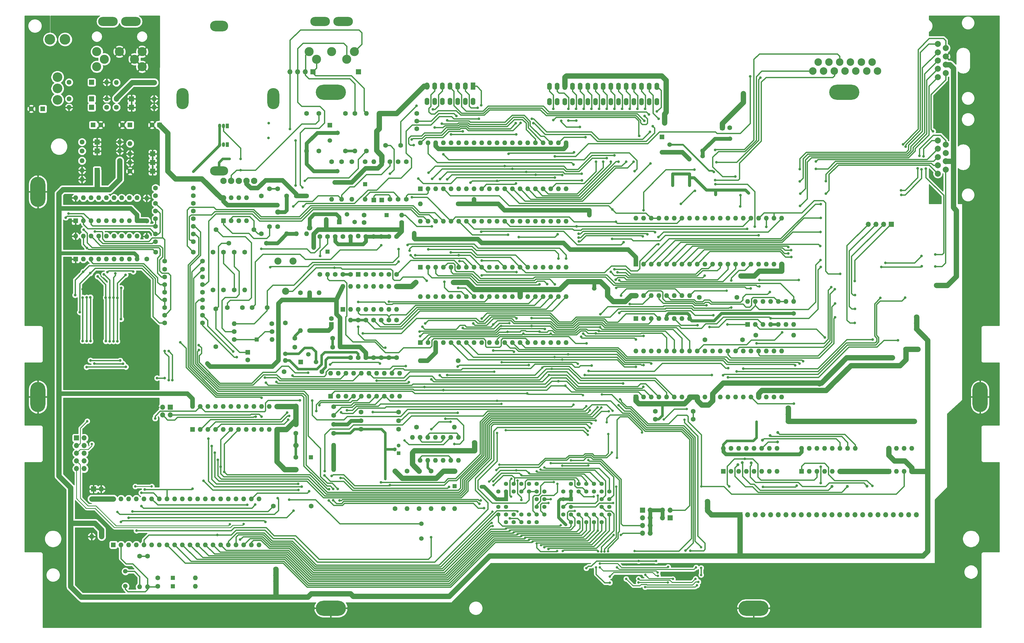
<source format=gbl>
G04 #@! TF.GenerationSoftware,KiCad,Pcbnew,(5.1.0)-1*
G04 #@! TF.CreationDate,2021-07-17T22:51:43+02:00*
G04 #@! TF.ProjectId,Atari 130XE 1MB,41746172-6920-4313-9330-584520314d42,rev?*
G04 #@! TF.SameCoordinates,Original*
G04 #@! TF.FileFunction,Copper,L2,Bot*
G04 #@! TF.FilePolarity,Positive*
%FSLAX46Y46*%
G04 Gerber Fmt 4.6, Leading zero omitted, Abs format (unit mm)*
G04 Created by KiCad (PCBNEW (5.1.0)-1) date 2021-07-17 22:51:43*
%MOMM*%
%LPD*%
G04 APERTURE LIST*
%ADD10C,1.524000*%
%ADD11O,1.700000X1.700000*%
%ADD12R,1.700000X1.700000*%
%ADD13R,1.050000X1.500000*%
%ADD14O,1.050000X1.500000*%
%ADD15C,1.600000*%
%ADD16R,1.600000X1.600000*%
%ADD17O,1.600000X1.600000*%
%ADD18C,1.422400*%
%ADD19R,1.422400X1.422400*%
%ADD20R,1.350000X1.350000*%
%ADD21C,2.500000*%
%ADD22R,1.500000X1.500000*%
%ADD23C,1.500000*%
%ADD24O,1.600000X2.400000*%
%ADD25C,2.000000*%
%ADD26O,6.500000X3.000000*%
%ADD27C,3.000000*%
%ADD28C,2.340000*%
%ADD29R,1.300000X1.300000*%
%ADD30C,1.300000*%
%ADD31R,1.600000X2.400000*%
%ADD32C,2.100000*%
%ADD33O,6.000000X3.000000*%
%ADD34O,6.000000X3.500000*%
%ADD35O,4.000000X7.000000*%
%ADD36C,3.500000*%
%ADD37C,3.200000*%
%ADD38O,10.000000X5.000000*%
%ADD39O,5.000000X10.000000*%
%ADD40C,1.000000*%
%ADD41C,1.800000*%
%ADD42C,0.900000*%
%ADD43C,0.800000*%
%ADD44C,1.778000*%
%ADD45C,1.270000*%
%ADD46C,1.016000*%
%ADD47C,0.406400*%
%ADD48C,0.812800*%
%ADD49C,0.304800*%
%ADD50C,0.254000*%
%ADD51C,0.609600*%
%ADD52C,0.508000*%
G04 APERTURE END LIST*
D10*
X152872440Y-133238240D02*
X150718520Y-137830560D01*
D11*
X72872600Y-200380600D03*
D12*
X70332600Y-200380600D03*
D11*
X67208400Y-193624200D03*
X64668400Y-193624200D03*
X67208400Y-191084200D03*
X64668400Y-191084200D03*
X67208400Y-188544200D03*
X64668400Y-188544200D03*
X67208400Y-186004200D03*
X64668400Y-186004200D03*
X67208400Y-183464200D03*
D12*
X64668400Y-183464200D03*
D13*
X114630200Y-86233000D03*
D14*
X112090200Y-86233000D03*
X113360200Y-86233000D03*
D13*
X114604800Y-80035400D03*
D14*
X112064800Y-80035400D03*
X113334800Y-80035400D03*
D12*
X89888400Y-95072200D03*
X89888400Y-92183200D03*
X89888400Y-89283200D03*
X71488400Y-97775200D03*
X71488400Y-94775200D03*
X71488400Y-88375200D03*
X71488400Y-85375200D03*
X82888400Y-71075200D03*
X82888400Y-73875200D03*
D15*
X79897600Y-79705200D03*
D16*
X82397600Y-79705200D03*
D12*
X69688400Y-65575200D03*
X69688400Y-71075200D03*
X69688400Y-73875200D03*
D15*
X103363000Y-100609400D03*
X90863000Y-100609400D03*
X103363000Y-103149400D03*
X90863000Y-103149400D03*
X103363000Y-108229400D03*
X90863000Y-108229400D03*
X103363000Y-105689400D03*
X90863000Y-105689400D03*
X103363000Y-110769400D03*
X90863000Y-110769400D03*
X106388400Y-130098800D03*
X93888400Y-130098800D03*
X106388400Y-135178800D03*
X93888400Y-135178800D03*
X106388400Y-140258800D03*
X93888400Y-140258800D03*
X281023700Y-80657700D03*
D16*
X278523700Y-80657700D03*
D15*
X121361200Y-157567000D03*
D16*
X121361200Y-155067000D03*
D15*
X119600000Y-140250000D03*
X114600000Y-140250000D03*
X167059600Y-86512400D03*
X172059600Y-86512400D03*
D17*
X147828000Y-129248400D03*
D15*
X147828000Y-116748400D03*
X127800000Y-140250000D03*
X122800000Y-140250000D03*
X89702000Y-79705200D03*
D16*
X92202000Y-79705200D03*
D15*
X72680200Y-79705200D03*
D16*
X70180200Y-79705200D03*
D11*
X258699000Y-207391000D03*
X261239000Y-207391000D03*
X258699000Y-209931000D03*
D12*
X261239000Y-209931000D03*
D11*
X254635000Y-214985600D03*
X252095000Y-214985600D03*
X254635000Y-212445600D03*
X252095000Y-212445600D03*
X254635000Y-209905600D03*
X252095000Y-209905600D03*
X254635000Y-207365600D03*
D12*
X252095000Y-207365600D03*
D18*
X209448400Y-201218800D03*
X211988400Y-201218800D03*
X214528400Y-201218800D03*
X217068400Y-201218800D03*
X209448400Y-198678800D03*
X211988400Y-198678800D03*
X214528400Y-198678800D03*
X217068400Y-198678800D03*
X217068400Y-203758800D03*
X217068400Y-206298800D03*
X219608400Y-201218800D03*
X219608400Y-203758800D03*
X219608400Y-206298800D03*
X219608400Y-208838800D03*
X217068400Y-208838800D03*
X214528400Y-208838800D03*
X211988400Y-208838800D03*
X209448400Y-208838800D03*
X217068400Y-211378800D03*
X214528400Y-211378800D03*
X211988400Y-211378800D03*
X209448400Y-211378800D03*
X206908400Y-211378800D03*
X204368400Y-201218800D03*
X204368400Y-203758800D03*
X204368400Y-208838800D03*
X204368400Y-206298800D03*
X206908400Y-198678800D03*
X206908400Y-201218800D03*
X206908400Y-208838800D03*
X206908400Y-206298800D03*
D19*
X206908400Y-203758800D03*
D18*
X230987600Y-201244200D03*
X233527600Y-201244200D03*
X236067600Y-201244200D03*
X238607600Y-201244200D03*
X230987600Y-198704200D03*
X233527600Y-198704200D03*
X236067600Y-198704200D03*
X238607600Y-198704200D03*
X238607600Y-203784200D03*
X238607600Y-206324200D03*
X241147600Y-201244200D03*
X241147600Y-203784200D03*
X241147600Y-206324200D03*
X241147600Y-208864200D03*
X238607600Y-208864200D03*
X236067600Y-208864200D03*
X233527600Y-208864200D03*
X230987600Y-208864200D03*
X238607600Y-211404200D03*
X236067600Y-211404200D03*
X233527600Y-211404200D03*
X230987600Y-211404200D03*
X228447600Y-211404200D03*
X225907600Y-201244200D03*
X225907600Y-203784200D03*
X225907600Y-208864200D03*
X225907600Y-206324200D03*
X228447600Y-198704200D03*
X228447600Y-201244200D03*
X228447600Y-208864200D03*
X228447600Y-206324200D03*
D19*
X228447600Y-203784200D03*
D15*
X310692800Y-165640000D03*
D16*
X310692800Y-167640000D03*
D17*
X304800000Y-186864000D03*
X322580000Y-194484000D03*
X307340000Y-186864000D03*
X320040000Y-194484000D03*
X309880000Y-186864000D03*
X317500000Y-194484000D03*
X312420000Y-186864000D03*
X314960000Y-194484000D03*
X314960000Y-186864000D03*
X312420000Y-194484000D03*
X317500000Y-186864000D03*
X309880000Y-194484000D03*
X320040000Y-186864000D03*
X307340000Y-194484000D03*
X322580000Y-186864000D03*
D16*
X304800000Y-194484000D03*
D17*
X87909400Y-104006000D03*
D15*
X87909400Y-111506000D03*
D17*
X64388400Y-103875200D03*
X84708400Y-111495200D03*
X66928400Y-103875200D03*
X82168400Y-111495200D03*
X69468400Y-103875200D03*
X79628400Y-111495200D03*
X72008400Y-103875200D03*
X77088400Y-111495200D03*
X74548400Y-103875200D03*
X74548400Y-111495200D03*
X77088400Y-103875200D03*
X72008400Y-111495200D03*
X79628400Y-103875200D03*
X69468400Y-111495200D03*
X82168400Y-103875200D03*
X66928400Y-111495200D03*
X84708400Y-103875200D03*
D16*
X64388400Y-111495200D03*
D17*
X103124000Y-173037500D03*
X131064000Y-180657500D03*
X105664000Y-173037500D03*
X128524000Y-180657500D03*
X108204000Y-173037500D03*
X125984000Y-180657500D03*
X110744000Y-173037500D03*
X123444000Y-180657500D03*
X113284000Y-173037500D03*
X120904000Y-180657500D03*
X115824000Y-173037500D03*
X118364000Y-180657500D03*
X118364000Y-173037500D03*
X115824000Y-180657500D03*
X120904000Y-173037500D03*
X113284000Y-180657500D03*
X123444000Y-173037500D03*
X110744000Y-180657500D03*
X125984000Y-173037500D03*
X108204000Y-180657500D03*
X128524000Y-173037500D03*
X105664000Y-180657500D03*
X131064000Y-173037500D03*
D16*
X103124000Y-180657500D03*
D15*
X106388400Y-145338800D03*
X93888400Y-145338800D03*
X93890000Y-142798800D03*
X106390000Y-142798800D03*
D11*
X93154500Y-175831500D03*
X93154500Y-173291500D03*
X95694500Y-175831500D03*
D12*
X95694500Y-173291500D03*
D17*
X178568400Y-85635200D03*
X226828400Y-100875200D03*
X181108400Y-85635200D03*
X224288400Y-100875200D03*
X183648400Y-85635200D03*
X221748400Y-100875200D03*
X186188400Y-85635200D03*
X219208400Y-100875200D03*
X188728400Y-85635200D03*
X216668400Y-100875200D03*
X191268400Y-85635200D03*
X214128400Y-100875200D03*
X193808400Y-85635200D03*
X211588400Y-100875200D03*
X196348400Y-85635200D03*
X209048400Y-100875200D03*
X198888400Y-85635200D03*
X206508400Y-100875200D03*
X201428400Y-85635200D03*
X203968400Y-100875200D03*
X203968400Y-85635200D03*
X201428400Y-100875200D03*
X206508400Y-85635200D03*
X198888400Y-100875200D03*
X209048400Y-85635200D03*
X196348400Y-100875200D03*
X211588400Y-85635200D03*
X193808400Y-100875200D03*
X214128400Y-85635200D03*
X191268400Y-100875200D03*
X216668400Y-85635200D03*
X188728400Y-100875200D03*
X219208400Y-85635200D03*
X186188400Y-100875200D03*
X221748400Y-85635200D03*
X183648400Y-100875200D03*
X224288400Y-85635200D03*
X181108400Y-100875200D03*
X226828400Y-85635200D03*
D16*
X178568400Y-100875200D03*
D12*
X158038800Y-62077600D03*
D11*
X135356600Y-62077600D03*
X137896600Y-62077600D03*
X140436600Y-62077600D03*
D12*
X142976600Y-62077600D03*
D11*
X326847200Y-112649000D03*
X329387200Y-112649000D03*
X331927200Y-112649000D03*
D12*
X334467200Y-112649000D03*
D20*
X124390800Y-150825200D03*
X147828000Y-121748400D03*
X142298200Y-189903600D03*
X189915800Y-199411600D03*
X160288400Y-99375200D03*
X167377760Y-109575200D03*
D17*
X88188800Y-232791000D03*
D15*
X88188800Y-222631000D03*
D17*
X85547200Y-232791000D03*
D15*
X85547200Y-222631000D03*
D17*
X160688400Y-75875200D03*
D15*
X160688400Y-88375200D03*
D17*
X134288400Y-115775200D03*
D15*
X134288400Y-103275200D03*
D17*
X113388400Y-103875200D03*
X121008400Y-111495200D03*
X115928400Y-103875200D03*
X118468400Y-111495200D03*
X118468400Y-103875200D03*
X115928400Y-111495200D03*
X121008400Y-103875200D03*
D16*
X113388400Y-111495200D03*
D15*
X131288400Y-113375200D03*
X131288400Y-100875200D03*
X129390800Y-148183600D03*
X116890800Y-148183600D03*
X109888400Y-134375200D03*
X109888400Y-121875200D03*
X113388400Y-121875200D03*
X113388400Y-134375200D03*
X110820200Y-153190600D03*
X110820200Y-140690600D03*
X116888400Y-134375200D03*
X116888400Y-121875200D03*
X115109600Y-118875200D03*
X127609600Y-118875200D03*
X128588400Y-113375200D03*
X128588400Y-100875200D03*
X110893200Y-114401600D03*
X123393200Y-114401600D03*
X125888400Y-115775200D03*
X125888400Y-103275200D03*
X145300700Y-116748400D03*
X145300700Y-129248400D03*
D17*
X120388400Y-134375200D03*
D15*
X120388400Y-121875200D03*
D17*
X129390800Y-150825200D03*
D15*
X116890800Y-150825200D03*
D17*
X94897600Y-95072200D03*
D15*
X82397600Y-95072200D03*
D17*
X116887600Y-145542000D03*
D15*
X129387600Y-145542000D03*
D17*
X278841200Y-186864000D03*
X296621200Y-194484000D03*
X281381200Y-186864000D03*
X294081200Y-194484000D03*
X283921200Y-186864000D03*
X291541200Y-194484000D03*
X286461200Y-186864000D03*
X289001200Y-194484000D03*
X289001200Y-186864000D03*
X286461200Y-194484000D03*
X291541200Y-186864000D03*
X283921200Y-194484000D03*
X294081200Y-186864000D03*
X281381200Y-194484000D03*
X296621200Y-186864000D03*
D16*
X278841200Y-194484000D03*
D17*
X302128400Y-149375200D03*
D15*
X289628400Y-149375200D03*
X256359000Y-177241200D03*
X268859000Y-177241200D03*
X256363000Y-174599600D03*
X268863000Y-174599600D03*
X272748400Y-150875200D03*
X285248400Y-150875200D03*
D17*
X249888400Y-154635200D03*
X298148400Y-169875200D03*
X252428400Y-154635200D03*
X295608400Y-169875200D03*
X254968400Y-154635200D03*
X293068400Y-169875200D03*
X257508400Y-154635200D03*
X290528400Y-169875200D03*
X260048400Y-154635200D03*
X287988400Y-169875200D03*
X262588400Y-154635200D03*
X285448400Y-169875200D03*
X265128400Y-154635200D03*
X282908400Y-169875200D03*
X267668400Y-154635200D03*
X280368400Y-169875200D03*
X270208400Y-154635200D03*
X277828400Y-169875200D03*
X272748400Y-154635200D03*
X275288400Y-169875200D03*
X275288400Y-154635200D03*
X272748400Y-169875200D03*
X277828400Y-154635200D03*
X270208400Y-169875200D03*
X280368400Y-154635200D03*
X267668400Y-169875200D03*
X282908400Y-154635200D03*
X265128400Y-169875200D03*
X285448400Y-154635200D03*
X262588400Y-169875200D03*
X287988400Y-154635200D03*
X260048400Y-169875200D03*
X290528400Y-154635200D03*
X257508400Y-169875200D03*
X293068400Y-154635200D03*
X254968400Y-169875200D03*
X295608400Y-154635200D03*
X252428400Y-169875200D03*
X298148400Y-154635200D03*
D16*
X249888400Y-169875200D03*
D11*
X342808400Y-208875200D03*
X340268400Y-208875200D03*
X337728400Y-208875200D03*
X335188400Y-208875200D03*
X332648400Y-208875200D03*
X330108400Y-208875200D03*
X327568400Y-208875200D03*
X325028400Y-208875200D03*
X322488400Y-208875200D03*
X319948400Y-208875200D03*
X317408400Y-208875200D03*
X314868400Y-208875200D03*
X312328400Y-208875200D03*
X309788400Y-208875200D03*
X307248400Y-208875200D03*
X304708400Y-208875200D03*
X302168400Y-208875200D03*
X299628400Y-208875200D03*
X297088400Y-208875200D03*
X294548400Y-208875200D03*
X292008400Y-208875200D03*
X289468400Y-208875200D03*
X286928400Y-208875200D03*
D12*
X284388400Y-208875200D03*
D21*
X308528400Y-61875200D03*
X310308400Y-58875200D03*
X313868400Y-58875200D03*
X317428400Y-58875200D03*
X320988400Y-58875200D03*
X324548400Y-58875200D03*
X328108400Y-58875200D03*
X312088400Y-61875200D03*
X315648400Y-61875200D03*
X319208400Y-61875200D03*
X322768400Y-61875200D03*
X326328400Y-61875200D03*
X329888400Y-61875200D03*
D17*
X249888400Y-110635200D03*
X298148400Y-125875200D03*
X252428400Y-110635200D03*
X295608400Y-125875200D03*
X254968400Y-110635200D03*
X293068400Y-125875200D03*
X257508400Y-110635200D03*
X290528400Y-125875200D03*
X260048400Y-110635200D03*
X287988400Y-125875200D03*
X262588400Y-110635200D03*
X285448400Y-125875200D03*
X265128400Y-110635200D03*
X282908400Y-125875200D03*
X267668400Y-110635200D03*
X280368400Y-125875200D03*
X270208400Y-110635200D03*
X277828400Y-125875200D03*
X272748400Y-110635200D03*
X275288400Y-125875200D03*
X275288400Y-110635200D03*
X272748400Y-125875200D03*
X277828400Y-110635200D03*
X270208400Y-125875200D03*
X280368400Y-110635200D03*
X267668400Y-125875200D03*
X282908400Y-110635200D03*
X265128400Y-125875200D03*
X285448400Y-110635200D03*
X262588400Y-125875200D03*
X287988400Y-110635200D03*
X260048400Y-125875200D03*
X290528400Y-110635200D03*
X257508400Y-125875200D03*
X293068400Y-110635200D03*
X254968400Y-125875200D03*
X295608400Y-110635200D03*
X252428400Y-125875200D03*
X298148400Y-110635200D03*
D16*
X249888400Y-125875200D03*
D22*
X258546600Y-83693000D03*
D23*
X258546600Y-88773000D03*
X261086600Y-86233000D03*
D22*
X138888400Y-158292800D03*
D23*
X143968400Y-158292800D03*
X141428400Y-155752800D03*
D22*
X148564600Y-79781400D03*
D23*
X148564600Y-84861400D03*
X151104600Y-82321400D03*
D22*
X151739600Y-111875200D03*
D23*
X156819600Y-111875200D03*
X154279600Y-109335200D03*
D17*
X163088400Y-91871800D03*
D16*
X163088400Y-104571800D03*
D17*
X165788400Y-91871800D03*
D16*
X165788400Y-104571800D03*
D17*
X333629000Y-186864000D03*
X341249000Y-194484000D03*
X336169000Y-186864000D03*
X338709000Y-194484000D03*
X338709000Y-186864000D03*
X336169000Y-194484000D03*
X341249000Y-186864000D03*
D16*
X333629000Y-194484000D03*
D24*
X221320000Y-71975200D03*
X223860000Y-71975200D03*
X226400000Y-71975200D03*
X228940000Y-71975200D03*
X231480000Y-71975200D03*
X234020000Y-71975200D03*
X236560000Y-71975200D03*
X239100000Y-71975200D03*
X241640000Y-71975200D03*
X244180000Y-71975200D03*
X246720000Y-71975200D03*
X249260000Y-71975200D03*
X251800000Y-71975200D03*
X254340000Y-71975200D03*
X256880000Y-71975200D03*
X221320000Y-66895200D03*
X223860000Y-66895200D03*
X226400000Y-66895200D03*
X228940000Y-66895200D03*
X231480000Y-66895200D03*
X234020000Y-66895200D03*
X236560000Y-66895200D03*
X239100000Y-66895200D03*
X241640000Y-66895200D03*
X244180000Y-66895200D03*
X246720000Y-66895200D03*
X249260000Y-66895200D03*
X251800000Y-66895200D03*
X254340000Y-66895200D03*
X256880000Y-66895200D03*
D17*
X148808400Y-162049800D03*
X171668400Y-169669800D03*
X151348400Y-162049800D03*
X169128400Y-169669800D03*
X153888400Y-162049800D03*
X166588400Y-169669800D03*
X156428400Y-162049800D03*
X164048400Y-169669800D03*
X158968400Y-162049800D03*
X161508400Y-169669800D03*
X161508400Y-162049800D03*
X158968400Y-169669800D03*
X164048400Y-162049800D03*
X156428400Y-169669800D03*
X166588400Y-162049800D03*
X153888400Y-169669800D03*
X169128400Y-162049800D03*
X151348400Y-169669800D03*
X171668400Y-162049800D03*
D16*
X148808400Y-169669800D03*
D17*
X249888400Y-136255200D03*
X267668400Y-143875200D03*
X252428400Y-136255200D03*
X265128400Y-143875200D03*
X254968400Y-136255200D03*
X262588400Y-143875200D03*
X257508400Y-136255200D03*
X260048400Y-143875200D03*
X260048400Y-136255200D03*
X257508400Y-143875200D03*
X262588400Y-136255200D03*
X254968400Y-143875200D03*
X265128400Y-136255200D03*
X252428400Y-143875200D03*
X267668400Y-136255200D03*
D16*
X249888400Y-143875200D03*
D15*
X171377000Y-174875200D03*
X158877000Y-174875200D03*
X137309200Y-173075200D03*
X149809200Y-173075200D03*
X137309200Y-175975200D03*
X149809200Y-175975200D03*
X270888400Y-136875200D03*
X283388400Y-136875200D03*
D25*
X352488400Y-86250200D03*
X352488400Y-89000200D03*
X352488400Y-91750200D03*
X352488400Y-94500200D03*
X349888400Y-84875200D03*
X349888400Y-87625200D03*
X349888400Y-95875200D03*
X349888400Y-93125200D03*
X349888400Y-90375200D03*
X352488400Y-54250200D03*
X352488400Y-57000200D03*
X352488400Y-59750200D03*
X352488400Y-62500200D03*
X349888400Y-52875200D03*
X349888400Y-55625200D03*
X349888400Y-63875200D03*
X349888400Y-61125200D03*
X349888400Y-58375200D03*
D17*
X137309200Y-178975200D03*
D15*
X149809200Y-178975200D03*
X173888400Y-104375200D03*
X173888400Y-91875200D03*
X177388400Y-78435200D03*
X164888400Y-78435200D03*
X177388400Y-75875200D03*
X164888400Y-75875200D03*
D26*
X145388400Y-45425200D03*
X152988400Y-45425200D03*
D27*
X144188400Y-57925200D03*
X154188400Y-57925200D03*
X156688400Y-55425200D03*
X141688400Y-55425200D03*
X149188400Y-55425200D03*
D15*
X149098000Y-143875200D03*
D16*
X149098000Y-145875200D03*
D17*
X157962600Y-116560600D03*
D16*
X157962600Y-129260600D03*
D23*
X178888400Y-216775200D03*
X178888400Y-211875200D03*
D17*
X175888400Y-183255200D03*
X191128400Y-190875200D03*
X178428400Y-183255200D03*
X188588400Y-190875200D03*
X180968400Y-183255200D03*
X186048400Y-190875200D03*
X183508400Y-183255200D03*
X183508400Y-190875200D03*
X186048400Y-183255200D03*
X180968400Y-190875200D03*
X188588400Y-183255200D03*
X178428400Y-190875200D03*
X191128400Y-183255200D03*
D16*
X175888400Y-190875200D03*
D17*
X152888400Y-133255200D03*
X170668400Y-140875200D03*
X155428400Y-133255200D03*
X168128400Y-140875200D03*
X157968400Y-133255200D03*
X165588400Y-140875200D03*
X160508400Y-133255200D03*
X163048400Y-140875200D03*
X163048400Y-133255200D03*
X160508400Y-140875200D03*
X165588400Y-133255200D03*
X157968400Y-140875200D03*
X168128400Y-133255200D03*
X155428400Y-140875200D03*
X170668400Y-133255200D03*
D16*
X152888400Y-140875200D03*
D17*
X178568400Y-111635200D03*
X226828400Y-126875200D03*
X181108400Y-111635200D03*
X224288400Y-126875200D03*
X183648400Y-111635200D03*
X221748400Y-126875200D03*
X186188400Y-111635200D03*
X219208400Y-126875200D03*
X188728400Y-111635200D03*
X216668400Y-126875200D03*
X191268400Y-111635200D03*
X214128400Y-126875200D03*
X193808400Y-111635200D03*
X211588400Y-126875200D03*
X196348400Y-111635200D03*
X209048400Y-126875200D03*
X198888400Y-111635200D03*
X206508400Y-126875200D03*
X201428400Y-111635200D03*
X203968400Y-126875200D03*
X203968400Y-111635200D03*
X201428400Y-126875200D03*
X206508400Y-111635200D03*
X198888400Y-126875200D03*
X209048400Y-111635200D03*
X196348400Y-126875200D03*
X211588400Y-111635200D03*
X193808400Y-126875200D03*
X214128400Y-111635200D03*
X191268400Y-126875200D03*
X216668400Y-111635200D03*
X188728400Y-126875200D03*
X219208400Y-111635200D03*
X186188400Y-126875200D03*
X221748400Y-111635200D03*
X183648400Y-126875200D03*
X224288400Y-111635200D03*
X181108400Y-126875200D03*
X226828400Y-111635200D03*
D16*
X178568400Y-126875200D03*
D28*
X131383800Y-124846600D03*
X133883800Y-134846600D03*
X136383800Y-124846600D03*
D15*
X149482200Y-150444200D03*
X136982200Y-150444200D03*
X153720800Y-75875200D03*
X153720800Y-88375200D03*
X149482200Y-153339800D03*
X136982200Y-153339800D03*
X145900800Y-161493200D03*
X133400800Y-161493200D03*
X152882600Y-116748400D03*
X152882600Y-129248400D03*
X178129200Y-206911600D03*
X178129200Y-194411600D03*
X171377000Y-177725200D03*
X158877000Y-177725200D03*
X137309200Y-181903600D03*
X149809200Y-181903600D03*
X158873800Y-180568600D03*
X171373800Y-180568600D03*
X170129200Y-194408400D03*
X170129200Y-206908400D03*
X144888400Y-88375200D03*
X144888400Y-75875200D03*
X140888400Y-75875200D03*
X140888400Y-88375200D03*
X150342600Y-129248400D03*
X150342600Y-116748400D03*
X160502600Y-129248400D03*
X160502600Y-116748400D03*
X163042600Y-129248400D03*
X163042600Y-116748400D03*
X165582600Y-129248400D03*
X165582600Y-116748400D03*
X168122600Y-129248400D03*
X168122600Y-116748400D03*
X155422600Y-116748400D03*
X155422600Y-129248400D03*
X160502600Y-144375200D03*
X160502600Y-156875200D03*
X168122600Y-144375200D03*
X168122600Y-156875200D03*
X165582600Y-144375200D03*
X165582600Y-156875200D03*
X163042600Y-144375200D03*
X163042600Y-156875200D03*
X170668400Y-144375200D03*
X170668400Y-156875200D03*
X168488400Y-91875200D03*
X168488400Y-104375200D03*
X171188400Y-104375200D03*
X171188400Y-91875200D03*
X159888400Y-112095200D03*
X172388400Y-112095200D03*
X157962600Y-144370400D03*
X157962600Y-156870400D03*
X170662600Y-129248400D03*
X170662600Y-116748400D03*
D29*
X171323000Y-188518800D03*
D30*
X171323000Y-185978800D03*
X170053000Y-187248800D03*
D17*
X133832600Y-157813400D03*
D15*
X133832600Y-145313400D03*
D17*
X182129200Y-206911600D03*
D15*
X182129200Y-194411600D03*
D17*
X149798200Y-185903600D03*
D15*
X137298200Y-185903600D03*
D17*
X155428400Y-144375200D03*
D15*
X155428400Y-156875200D03*
D17*
X141837600Y-135353400D03*
D15*
X141837600Y-147853400D03*
D17*
X138837600Y-147856600D03*
D15*
X138837600Y-135356600D03*
D17*
X156888400Y-88375200D03*
D15*
X156888400Y-75875200D03*
D17*
X189915800Y-206911600D03*
D15*
X189915800Y-194411600D03*
D17*
X149798200Y-189903600D03*
D15*
X137298200Y-189903600D03*
D17*
X149798200Y-193903600D03*
D15*
X137298200Y-193903600D03*
D17*
X186129200Y-206911600D03*
D15*
X186129200Y-194411600D03*
D17*
X174129200Y-206911600D03*
D15*
X174129200Y-194411600D03*
D17*
X189788400Y-179875200D03*
D15*
X177288400Y-179875200D03*
D17*
X144983200Y-135353400D03*
D15*
X144983200Y-147853400D03*
D17*
X149188400Y-104375200D03*
D15*
X149188400Y-91875200D03*
D17*
X152488400Y-104375200D03*
D15*
X152488400Y-91875200D03*
D17*
X155888400Y-104375200D03*
D15*
X155888400Y-91875200D03*
D17*
X160288400Y-104375200D03*
D15*
X160288400Y-91875200D03*
D17*
X172377760Y-109570520D03*
D15*
X159877760Y-109570520D03*
D17*
X178533400Y-157875200D03*
D15*
X191033400Y-157875200D03*
D17*
X178558800Y-105875200D03*
D15*
X191058800Y-105875200D03*
D17*
X176988400Y-131875200D03*
D15*
X189488400Y-131875200D03*
D17*
X178568400Y-136635200D03*
X226828400Y-151875200D03*
X181108400Y-136635200D03*
X224288400Y-151875200D03*
X183648400Y-136635200D03*
X221748400Y-151875200D03*
X186188400Y-136635200D03*
X219208400Y-151875200D03*
X188728400Y-136635200D03*
X216668400Y-151875200D03*
X191268400Y-136635200D03*
X214128400Y-151875200D03*
X193808400Y-136635200D03*
X211588400Y-151875200D03*
X196348400Y-136635200D03*
X209048400Y-151875200D03*
X198888400Y-136635200D03*
X206508400Y-151875200D03*
X201428400Y-136635200D03*
X203968400Y-151875200D03*
X203968400Y-136635200D03*
X201428400Y-151875200D03*
X206508400Y-136635200D03*
X198888400Y-151875200D03*
X209048400Y-136635200D03*
X196348400Y-151875200D03*
X211588400Y-136635200D03*
X193808400Y-151875200D03*
X214128400Y-136635200D03*
X191268400Y-151875200D03*
X216668400Y-136635200D03*
X188728400Y-151875200D03*
X219208400Y-136635200D03*
X186188400Y-151875200D03*
X221748400Y-136635200D03*
X183648400Y-151875200D03*
X224288400Y-136635200D03*
X181108400Y-151875200D03*
X226828400Y-136635200D03*
D16*
X178568400Y-151875200D03*
D20*
X96570800Y-232587800D03*
X96567000Y-229844600D03*
D24*
X180760000Y-71955200D03*
X183300000Y-71955200D03*
X185840000Y-71955200D03*
X188380000Y-71955200D03*
X190920000Y-71955200D03*
X193460000Y-71955200D03*
X196000000Y-71955200D03*
X180760000Y-66875200D03*
X183300000Y-66875200D03*
X185840000Y-66875200D03*
X188380000Y-66875200D03*
X190920000Y-66875200D03*
X193460000Y-66875200D03*
D31*
X196000000Y-66875200D03*
D17*
X286888400Y-138255200D03*
X302128400Y-145875200D03*
X289428400Y-138255200D03*
X299588400Y-145875200D03*
X291968400Y-138255200D03*
X297048400Y-145875200D03*
X294508400Y-138255200D03*
X294508400Y-145875200D03*
X297048400Y-138255200D03*
X291968400Y-145875200D03*
X299588400Y-138255200D03*
X289428400Y-145875200D03*
X302128400Y-138255200D03*
D16*
X286888400Y-145875200D03*
D15*
X164888400Y-80975200D03*
X177388400Y-80975200D03*
D17*
X72999600Y-203628600D03*
D15*
X72999600Y-216128600D03*
D23*
X80873600Y-232560200D03*
X80873600Y-227660200D03*
D17*
X76888400Y-203635200D03*
X125148400Y-218875200D03*
X79428400Y-203635200D03*
X122608400Y-218875200D03*
X81968400Y-203635200D03*
X120068400Y-218875200D03*
X84508400Y-203635200D03*
X117528400Y-218875200D03*
X87048400Y-203635200D03*
X114988400Y-218875200D03*
X89588400Y-203635200D03*
X112448400Y-218875200D03*
X92128400Y-203635200D03*
X109908400Y-218875200D03*
X94668400Y-203635200D03*
X107368400Y-218875200D03*
X97208400Y-203635200D03*
X104828400Y-218875200D03*
X99748400Y-203635200D03*
X102288400Y-218875200D03*
X102288400Y-203635200D03*
X99748400Y-218875200D03*
X104828400Y-203635200D03*
X97208400Y-218875200D03*
X107368400Y-203635200D03*
X94668400Y-218875200D03*
X109908400Y-203635200D03*
X92128400Y-218875200D03*
X112448400Y-203635200D03*
X89588400Y-218875200D03*
X114988400Y-203635200D03*
X87048400Y-218875200D03*
X117528400Y-203635200D03*
X84508400Y-218875200D03*
X120068400Y-203635200D03*
X81968400Y-218875200D03*
X122608400Y-203635200D03*
X79428400Y-218875200D03*
X125148400Y-203635200D03*
D16*
X76888400Y-218875200D03*
D15*
X142370200Y-206019400D03*
X129870200Y-206019400D03*
D17*
X104067000Y-232587800D03*
D15*
X91567000Y-232587800D03*
D17*
X104067000Y-229844600D03*
D15*
X91567000Y-229844600D03*
D17*
X69723000Y-216131800D03*
D15*
X69723000Y-203631800D03*
D17*
X64388400Y-116555200D03*
X84708400Y-124175200D03*
X66928400Y-116555200D03*
X82168400Y-124175200D03*
X69468400Y-116555200D03*
X79628400Y-124175200D03*
X72008400Y-116555200D03*
X77088400Y-124175200D03*
X74548400Y-116555200D03*
X74548400Y-124175200D03*
X77088400Y-116555200D03*
X72008400Y-124175200D03*
X79628400Y-116555200D03*
X69468400Y-124175200D03*
X82168400Y-116555200D03*
X66928400Y-124175200D03*
X84708400Y-116555200D03*
D16*
X64388400Y-124175200D03*
D15*
X103388400Y-121875200D03*
X90888400Y-121875200D03*
X103363000Y-118383200D03*
X90863000Y-118383200D03*
X106388400Y-132638800D03*
X93888400Y-132638800D03*
X106388400Y-137718800D03*
X93888400Y-137718800D03*
X106388400Y-127558800D03*
X93888400Y-127558800D03*
X106388400Y-124875200D03*
X93888400Y-124875200D03*
X103363000Y-113309400D03*
X90863000Y-113309400D03*
X103363000Y-115849400D03*
X90863000Y-115849400D03*
D17*
X87934800Y-116680600D03*
D15*
X87934800Y-124180600D03*
D17*
X137488400Y-115775200D03*
D15*
X137488400Y-103275200D03*
D17*
X82388400Y-85883200D03*
D15*
X94888400Y-85883200D03*
D17*
X140888400Y-115776400D03*
D15*
X140888400Y-103276400D03*
D17*
X82388400Y-92183200D03*
D15*
X94888400Y-92183200D03*
D17*
X82388400Y-89283200D03*
D15*
X94888400Y-89283200D03*
D17*
X77888400Y-65675200D03*
D15*
X90388400Y-65675200D03*
D17*
X62188400Y-73875200D03*
D15*
X74688400Y-73875200D03*
D17*
X90388400Y-73875200D03*
D15*
X77888400Y-73875200D03*
D17*
X90388400Y-71075200D03*
D15*
X77888400Y-71075200D03*
D17*
X74688400Y-71075200D03*
D15*
X62188400Y-71075200D03*
D17*
X74688400Y-65575200D03*
D15*
X62188400Y-65575200D03*
D17*
X66488400Y-91575200D03*
D15*
X78988400Y-91575200D03*
D17*
X66488400Y-97775200D03*
D15*
X78988400Y-97775200D03*
D17*
X66488400Y-94775200D03*
D15*
X78988400Y-94775200D03*
D17*
X78988400Y-88375200D03*
D15*
X66488400Y-88375200D03*
D17*
X78988400Y-85375200D03*
D15*
X66488400Y-85375200D03*
X49717800Y-74371200D03*
D16*
X53517800Y-74371200D03*
D32*
X123548400Y-98275200D03*
X121008400Y-98275200D03*
X118468400Y-98275200D03*
X115928400Y-98275200D03*
X113388400Y-98275200D03*
D33*
X111888400Y-94975200D03*
D34*
X111888400Y-46975200D03*
D35*
X129838400Y-70975200D03*
X99838400Y-70975200D03*
D26*
X75088400Y-45425200D03*
X82688400Y-45425200D03*
D27*
X86388400Y-60425200D03*
X71388400Y-60425200D03*
X83888400Y-57925200D03*
X73888400Y-57925200D03*
X86388400Y-55425200D03*
X71388400Y-55425200D03*
X78888400Y-55425200D03*
D36*
X60888400Y-51375200D03*
X55888400Y-51375200D03*
D37*
X58388400Y-63875200D03*
X58388400Y-71375200D03*
X58388400Y-67625200D03*
D38*
X318888400Y-68875200D03*
D39*
X363888400Y-169875200D03*
D38*
X288888400Y-239875200D03*
X148888400Y-239875200D03*
D39*
X51888400Y-169875200D03*
X51888400Y-101875200D03*
D38*
X148888400Y-68875200D03*
D40*
X66040000Y-120319800D03*
D41*
X132969000Y-193268600D03*
X141884400Y-113868200D03*
X131388400Y-108625200D03*
D40*
X64414400Y-120294400D03*
D42*
X66725800Y-134112000D03*
X69011800Y-133832600D03*
X62738000Y-143687800D03*
X71247000Y-143484600D03*
X71297800Y-146151600D03*
X62377800Y-171955800D03*
X62377800Y-177955800D03*
X88377800Y-171955800D03*
X82377800Y-171955800D03*
X82377800Y-177955800D03*
X76377800Y-189955800D03*
X82397600Y-164515800D03*
X87985600Y-164592000D03*
X82270600Y-159105600D03*
X62433200Y-165760400D03*
X62382400Y-160274000D03*
D23*
X302154357Y-142224810D03*
D41*
X332638400Y-156875200D03*
X330500000Y-156875200D03*
X334792600Y-156875200D03*
D43*
X246811800Y-225425000D03*
D41*
X300367700Y-173545500D03*
X300367700Y-175653700D03*
X300367700Y-177952400D03*
X342112600Y-177927000D03*
X300367700Y-165265100D03*
D23*
X272008600Y-88277700D03*
X272046700Y-90017600D03*
X281101800Y-84251800D03*
D42*
X267665200Y-95935800D03*
X267665200Y-97205800D03*
X267665200Y-98475800D03*
X267665200Y-99745800D03*
X276301200Y-101269800D03*
X276301200Y-102793800D03*
X262077200Y-95935800D03*
X262077200Y-97205800D03*
X262077200Y-98475800D03*
X262077200Y-99745800D03*
X286207200Y-101269800D03*
X287223200Y-102285800D03*
D23*
X176479200Y-117271800D03*
X176479200Y-115570000D03*
D42*
X115366800Y-90957400D03*
X70104000Y-197281800D03*
X67157600Y-197256400D03*
X63119000Y-197205600D03*
X88417400Y-177952400D03*
X128346200Y-79121000D03*
X128270000Y-84023200D03*
X69799200Y-220395800D03*
X69799200Y-224967800D03*
X69799200Y-229285800D03*
X74371200Y-220395800D03*
X74117200Y-224967800D03*
X74117200Y-229285800D03*
X86563200Y-132511800D03*
X86563200Y-136067800D03*
X86563200Y-139877800D03*
X55829200Y-56819800D03*
X60909200Y-56819800D03*
D23*
X349951040Y-104401620D03*
X349882460Y-98935540D03*
X350027240Y-78519020D03*
X349890080Y-71521320D03*
D41*
X130708400Y-228955600D03*
X130708400Y-230886000D03*
X130708400Y-226974400D03*
X203047600Y-222580200D03*
X205079600Y-222580200D03*
X207162400Y-222580200D03*
D23*
X196348400Y-105886200D03*
X196348400Y-104362200D03*
X143230600Y-118795800D03*
X143230600Y-120319800D03*
X147421600Y-111023400D03*
X150215600Y-98729800D03*
X151968200Y-153289000D03*
X107975400Y-158826200D03*
X151968200Y-151663400D03*
X259388400Y-77393800D03*
X259388400Y-79044800D03*
X235026200Y-131622800D03*
X234492800Y-107984800D03*
X234492800Y-109585000D03*
X226831400Y-107984800D03*
X110042960Y-159821880D03*
X236093000Y-133858000D03*
D41*
X284683200Y-129743200D03*
X342849200Y-147396200D03*
X342849200Y-145389600D03*
X342849200Y-143408400D03*
D40*
X198780400Y-199593200D03*
X275666200Y-222580200D03*
X256743200Y-222580200D03*
X247269000Y-222580200D03*
X261848600Y-222580200D03*
X229235000Y-222580200D03*
X225628200Y-211099400D03*
X228142800Y-222580200D03*
X226745800Y-212191600D03*
D42*
X289839400Y-178104800D03*
D41*
X273583400Y-206730600D03*
X273583400Y-204546200D03*
X274878800Y-208864200D03*
D42*
X124693680Y-159811720D03*
D40*
X199948800Y-199974200D03*
D41*
X196443600Y-187655200D03*
X196468999Y-185013601D03*
D40*
X248412000Y-222580200D03*
X257886200Y-222580200D03*
X260705600Y-222580200D03*
X276910800Y-222580200D03*
D42*
X103378000Y-95173800D03*
X104125500Y-94422700D03*
D23*
X133794500Y-155587700D03*
X129568590Y-106321210D03*
X131241800Y-106324400D03*
D42*
X117754400Y-156692600D03*
X61112400Y-110413800D03*
X62077600Y-109067600D03*
X70739000Y-115036600D03*
X67005200Y-114452400D03*
X64211200Y-136093200D03*
X66903600Y-128371600D03*
X68173600Y-120523000D03*
X79425800Y-144043400D03*
X79451200Y-133731000D03*
X74371200Y-151358600D03*
X74345800Y-136906000D03*
X71653400Y-129895600D03*
X68021200Y-151307800D03*
X68021200Y-136880600D03*
X87249000Y-200558400D03*
X81000600Y-159893000D03*
X68008500Y-159981900D03*
X103124000Y-200304400D03*
D43*
X68237100Y-177888900D03*
D42*
X75641200Y-151409400D03*
X75641200Y-136956800D03*
X73761600Y-129235200D03*
X66725800Y-151307800D03*
X66725800Y-136906000D03*
X86131400Y-201650600D03*
X76911200Y-151409400D03*
X76911200Y-136982200D03*
X77571600Y-128930404D03*
X78181200Y-151434800D03*
X78181200Y-137007600D03*
X80924400Y-129387600D03*
X83439000Y-128320800D03*
X74904600Y-128473200D03*
X139725400Y-106680000D03*
X197967600Y-77698600D03*
X198704200Y-73152000D03*
X83210400Y-207848200D03*
X79400400Y-211302600D03*
X192633600Y-81788000D03*
X197485000Y-74015600D03*
X128854200Y-126898400D03*
X171348400Y-120853200D03*
X175742600Y-103632000D03*
X243306600Y-111836200D03*
X127203200Y-211302600D03*
D43*
X244703600Y-170611800D03*
X271551400Y-199542400D03*
D42*
X121259600Y-205638400D03*
D43*
X89585800Y-199517000D03*
X84150200Y-199517000D03*
X69723000Y-185470800D03*
D42*
X111277400Y-215620600D03*
X280492200Y-160299400D03*
X229260400Y-92862400D03*
X234264200Y-161239200D03*
X280212800Y-145872200D03*
D43*
X234035600Y-181127400D03*
X115493800Y-212039200D03*
X120040400Y-211988400D03*
X230657400Y-158877000D03*
D42*
X187401200Y-78206600D03*
X154203400Y-174294800D03*
X141681200Y-201117200D03*
D43*
X205424810Y-158358610D03*
X205409800Y-172161200D03*
D42*
X226828400Y-124009200D03*
X174269400Y-119532400D03*
X183311800Y-80594200D03*
X145135600Y-172567600D03*
X134772400Y-177444400D03*
X176809400Y-122910600D03*
X191211200Y-122910600D03*
X210362800Y-128460500D03*
X174752000Y-164973000D03*
X130873500Y-164846000D03*
X224288400Y-123971000D03*
X174980600Y-121335800D03*
X185623200Y-79248000D03*
X144068800Y-174498000D03*
X135128000Y-176174400D03*
X312458100Y-150114000D03*
X254990600Y-158826200D03*
X235216700Y-74371200D03*
X230936800Y-115747800D03*
X256247900Y-115277900D03*
X148285200Y-200431400D03*
X148234400Y-204190600D03*
D43*
X217068402Y-218389200D03*
X227482400Y-155727400D03*
X223850200Y-220903800D03*
D42*
X199644000Y-206679800D03*
X237756700Y-74371200D03*
X230987600Y-117068600D03*
X253695200Y-115925600D03*
X252437900Y-159308800D03*
X149707600Y-200355200D03*
X149682200Y-204104000D03*
X219608400Y-219659200D03*
D43*
X223012000Y-156641798D03*
X220929200Y-205028800D03*
D42*
X198069200Y-205308200D03*
X240296700Y-74371200D03*
X231038400Y-118287800D03*
X252171200Y-116662200D03*
X249897900Y-159893000D03*
X151231600Y-200355200D03*
X151765000Y-204190600D03*
D43*
X218516200Y-218998802D03*
X225526600Y-157505400D03*
X222707200Y-198094600D03*
D42*
X198551800Y-204139800D03*
X195148200Y-98856800D03*
X203936600Y-98247200D03*
X232029000Y-98094800D03*
X220980000Y-220268800D03*
X186182000Y-167614600D03*
X226542600Y-166166800D03*
D43*
X223926400Y-198628000D03*
D42*
X245376700Y-74371200D03*
X242773200Y-89789000D03*
X206502000Y-93370400D03*
X181229000Y-95580200D03*
X179857402Y-166598600D03*
X224256600Y-164617400D03*
D43*
X221742000Y-203758800D03*
X221742000Y-191795400D03*
D42*
X242836700Y-74371200D03*
X240258600Y-90754200D03*
X209042000Y-94310200D03*
X182422800Y-97612200D03*
X182194200Y-164033200D03*
D43*
X218338400Y-193929000D03*
X221157800Y-162585400D03*
D42*
X232676700Y-74371200D03*
X231965500Y-95859600D03*
X213588600Y-95313500D03*
X185039000Y-97688400D03*
X184937400Y-162687000D03*
D43*
X219608400Y-193217800D03*
X222072200Y-160553400D03*
D42*
X231394000Y-80378300D03*
X225183700Y-78397100D03*
X225526600Y-96329500D03*
X216687400Y-96227900D03*
X187452000Y-97764600D03*
X186524900Y-131686300D03*
X187426596Y-162560000D03*
D43*
X217068400Y-194538600D03*
X218935300Y-160108900D03*
X232359200Y-169291000D03*
D42*
X213969600Y-168732200D03*
D43*
X211988400Y-195757800D03*
X202488800Y-212648800D03*
X202692000Y-197815200D03*
D42*
X215392000Y-143738600D03*
X224028000Y-115925600D03*
D43*
X214528400Y-195148200D03*
X202184000Y-211632800D03*
X210312000Y-194157600D03*
X201320400Y-197866000D03*
D42*
X211150200Y-116839999D03*
X252425200Y-149682200D03*
X236702600Y-91875200D03*
X232511600Y-148844000D03*
D43*
X210718400Y-207822800D03*
D42*
X249885200Y-150850600D03*
X239090200Y-91875200D03*
X231825800Y-149885400D03*
D43*
X202438000Y-207873600D03*
X202717400Y-199085200D03*
D42*
X241579400Y-91875200D03*
D43*
X206908400Y-213461600D03*
X229717600Y-207619600D03*
D42*
X244195600Y-91875200D03*
D43*
X208178400Y-214147400D03*
D42*
X246659400Y-91875200D03*
D43*
X209448401Y-214731599D03*
X225552000Y-192633600D03*
X234162600Y-192582800D03*
D42*
X249174000Y-91875200D03*
X180187600Y-145481040D03*
X210337400Y-143794480D03*
D43*
X210718400Y-215315800D03*
D42*
X202692000Y-154457400D03*
X257467100Y-77685900D03*
X179191920Y-146603720D03*
X202692000Y-145871600D03*
D43*
X211988400Y-215925388D03*
D42*
X209550000Y-154874190D03*
D43*
X208661000Y-196977000D03*
D42*
X208178400Y-210108800D03*
D43*
X208559400Y-202920600D03*
D42*
X254711200Y-92456000D03*
X252996700Y-74371200D03*
X215379300Y-146342100D03*
X178282600Y-148183600D03*
D43*
X205308200Y-146342100D03*
D42*
X238048800Y-146786600D03*
D43*
X213283800Y-216535000D03*
X210718400Y-197535800D03*
D42*
X211988400Y-204012800D03*
X198856600Y-124637800D03*
X207441800Y-148259800D03*
X217982800Y-148175200D03*
X250444000Y-74396600D03*
X237604300Y-147993100D03*
D43*
X214528400Y-217170000D03*
D42*
X212623400Y-148869400D03*
X221716600Y-148844000D03*
X210235800Y-99085400D03*
X247916700Y-74371200D03*
X236613700Y-148767800D03*
D43*
X215747600Y-217779596D03*
X237286800Y-214172800D03*
D42*
X118872000Y-217119200D03*
X233273600Y-83794600D03*
X152273000Y-174929800D03*
D43*
X229273100Y-172427900D03*
X237972600Y-226339400D03*
X237413800Y-221030800D03*
X225729800Y-220903800D03*
X225018600Y-212369400D03*
X257124200Y-228015800D03*
D42*
X182346600Y-113360200D03*
X136448800Y-106705400D03*
X180670200Y-131394200D03*
X178485800Y-149707600D03*
X150088600Y-127025400D03*
X219788400Y-147375200D03*
D43*
X173329600Y-184277000D03*
D42*
X332536800Y-125412500D03*
X344500200Y-123126500D03*
X331203300Y-126771400D03*
X344563700Y-126542800D03*
X135102600Y-203885800D03*
X192620900Y-147002500D03*
D43*
X208038700Y-145389600D03*
D42*
X188493400Y-178130200D03*
X182219600Y-180517800D03*
X190500000Y-76758800D03*
X275590000Y-142773400D03*
X244424200Y-142062200D03*
X242163600Y-107746800D03*
X175285400Y-122859800D03*
X198685096Y-115119096D03*
X252831600Y-76746100D03*
X245846600Y-118592600D03*
X173717600Y-159620600D03*
X134442200Y-175006000D03*
X136194800Y-162788600D03*
X131267200Y-203428600D03*
D43*
X78180608Y-207974608D03*
D42*
X182118000Y-216331800D03*
X84531200Y-214172800D03*
D23*
X151003000Y-95046800D03*
D42*
X190931800Y-159842200D03*
X214401400Y-159308800D03*
X190931800Y-175107600D03*
X166954200Y-197037960D03*
X294513000Y-143764000D03*
X196062600Y-145516600D03*
X311111900Y-126784100D03*
X198871840Y-143860520D03*
X311061100Y-124460000D03*
X302691800Y-159385000D03*
X304088800Y-158800800D03*
X305282600Y-158064200D03*
X188696600Y-82804000D03*
X210261200Y-82804000D03*
X257403600Y-116865400D03*
X257403600Y-119214900D03*
X191071500Y-133769100D03*
X188620400Y-121932700D03*
X187995560Y-199679560D03*
X298323000Y-148488400D03*
X136525000Y-207594200D03*
X152120600Y-196748400D03*
X189814200Y-185470800D03*
X186817000Y-177063400D03*
X81965800Y-209931000D03*
X181152800Y-120954800D03*
X286740600Y-114198400D03*
X207708500Y-89268300D03*
X229450900Y-88798400D03*
X230276400Y-113360200D03*
X274269200Y-146685000D03*
X267944600Y-220853000D03*
D43*
X265988800Y-177393600D03*
D42*
X191490600Y-124853700D03*
X223113600Y-132511800D03*
X290779200Y-133223000D03*
X290766500Y-131076700D03*
X303847500Y-131064000D03*
X220548200Y-132486400D03*
X217982800Y-132511800D03*
X242023900Y-117513100D03*
X249516900Y-94996000D03*
X186182000Y-89433400D03*
X290550600Y-116306600D03*
X157962600Y-138404600D03*
X168122600Y-138303000D03*
D43*
X139547600Y-100457000D03*
D42*
X252691900Y-78333600D03*
X245689120Y-165394640D03*
X162763200Y-174879000D03*
X164048400Y-164424590D03*
X254228600Y-76250800D03*
X247904000Y-139090400D03*
X345948000Y-94208600D03*
X348284800Y-81800700D03*
X349084900Y-122605800D03*
X349046800Y-126606300D03*
X86182200Y-206044800D03*
X123875800Y-205536800D03*
X127025400Y-163474400D03*
X198856600Y-129540000D03*
X233578400Y-152095200D03*
X230149400Y-78257400D03*
X227584000Y-74371200D03*
X227584000Y-78232000D03*
D43*
X249529600Y-220954600D03*
X203936600Y-171170600D03*
D41*
X339344000Y-154025600D03*
X341299800Y-154025600D03*
X343331800Y-154025600D03*
D42*
X270311880Y-146065240D03*
X166928800Y-153543000D03*
X157988000Y-146634200D03*
X211709000Y-79044800D03*
X175691800Y-84531200D03*
X215950800Y-79121000D03*
X255485900Y-80124300D03*
X159501840Y-148793200D03*
X245033800Y-136271000D03*
X222542100Y-74371200D03*
X222542100Y-78130400D03*
X251053600Y-83388200D03*
D43*
X244125804Y-172586596D03*
D42*
X266344400Y-220802200D03*
X176377600Y-86410800D03*
X210159600Y-79095600D03*
X256870200Y-75234800D03*
X254558800Y-82029300D03*
X215442800Y-77698600D03*
X235254800Y-159473900D03*
X230136700Y-74371200D03*
D43*
X238658400Y-169037000D03*
X271526000Y-219684600D03*
X271526000Y-226542600D03*
X271526000Y-228854000D03*
D23*
X285470600Y-71069198D03*
X285470600Y-69303900D03*
D42*
X276199600Y-87972900D03*
X276123400Y-98018600D03*
X282854400Y-96837500D03*
X291185600Y-64033400D03*
X276542500Y-92062300D03*
D23*
X267614400Y-91046300D03*
D42*
X137261600Y-99771200D03*
X137210800Y-84886800D03*
X135369300Y-81089500D03*
X304190400Y-94386400D03*
X304266600Y-106578400D03*
X304342800Y-102489000D03*
X304215800Y-98425000D03*
X309511700Y-91859100D03*
X312826400Y-102450900D03*
X312826400Y-98374202D03*
X309537100Y-94259400D03*
X275717000Y-95313498D03*
X243205000Y-130987800D03*
X112420400Y-193014600D03*
D43*
X236626400Y-177673000D03*
D42*
X244449600Y-131191000D03*
X113563400Y-194716400D03*
D43*
X240969800Y-174599600D03*
D42*
X243814600Y-128600200D03*
X111480600Y-190677800D03*
D43*
X235153200Y-178663600D03*
D42*
X242773200Y-127533400D03*
X95199200Y-154660600D03*
X96443800Y-164287200D03*
X146812000Y-195884800D03*
X139268200Y-199618600D03*
X108356400Y-183667400D03*
D43*
X238455200Y-173355000D03*
D42*
X317563500Y-129032000D03*
X243408200Y-133731000D03*
X93903800Y-154635200D03*
X95199200Y-164261800D03*
X138099800Y-198653400D03*
X146862800Y-194437000D03*
X109474000Y-186131200D03*
X287894600Y-133869000D03*
D43*
X242189000Y-174421800D03*
D42*
X241604800Y-128422400D03*
X168498520Y-199100440D03*
X138150600Y-200660000D03*
X106781600Y-197662800D03*
X272719800Y-129641600D03*
X149199600Y-196037200D03*
D43*
X237210600Y-173304200D03*
D42*
X252412500Y-107952310D03*
X269341600Y-94551500D03*
X264833100Y-105854500D03*
X269430500Y-101561900D03*
X284505400Y-103009700D03*
X284492700Y-106743500D03*
X289280600Y-113411000D03*
X276212300Y-99364800D03*
X311099200Y-105943400D03*
X311099200Y-110566200D03*
X311073800Y-115189000D03*
X310934100Y-119811800D03*
X300380400Y-120167400D03*
X301345600Y-121234200D03*
X300380400Y-122301000D03*
X301396400Y-123494800D03*
X275031200Y-162610800D03*
X232968800Y-162610800D03*
X138633200Y-171018200D03*
X142722600Y-171043600D03*
X90703400Y-176961800D03*
D43*
X233451400Y-172923200D03*
D42*
X273265900Y-139496800D03*
X293065200Y-113474500D03*
X294259000Y-135051800D03*
X322478399Y-136093200D03*
X322478400Y-140690600D03*
X322402200Y-131470404D03*
X322351400Y-145338804D03*
X315823600Y-134162800D03*
X289890200Y-152095200D03*
X314629800Y-133477000D03*
X315874400Y-138912600D03*
X315849000Y-143459200D03*
X280822400Y-199517000D03*
X285953200Y-190373000D03*
X311150000Y-193014600D03*
X311150000Y-198399408D03*
X328218800Y-199364600D03*
X303174400Y-199263000D03*
X291998400Y-199669400D03*
D40*
X296811700Y-184759600D03*
X291782500Y-184226200D03*
X294347900Y-182651400D03*
X296875200Y-181610000D03*
X288137600Y-191744600D03*
X326466200Y-199390000D03*
X319951100Y-199555100D03*
X283667200Y-192316100D03*
X314833000Y-199504300D03*
X285153100Y-191604900D03*
D42*
X302209200Y-172110400D03*
X280352500Y-163360100D03*
X336677000Y-151053800D03*
X285445200Y-160477200D03*
X328345800Y-150850600D03*
X283260800Y-161404300D03*
X330860400Y-137058400D03*
X278765000Y-162687000D03*
X339090000Y-136982200D03*
X338353400Y-86106000D03*
X339267800Y-86944200D03*
X337693000Y-101396800D03*
X343255600Y-94081600D03*
X343814400Y-89941400D03*
X337769200Y-102870000D03*
X344525600Y-94437200D03*
X345186000Y-90119200D03*
D41*
X349478600Y-132892800D03*
X351383600Y-132892800D03*
D42*
X171348400Y-125044200D03*
X177825400Y-97459800D03*
X223088200Y-97180400D03*
X223088200Y-90157300D03*
X287756600Y-63601600D03*
X125907800Y-120777000D03*
X168503600Y-95910400D03*
X165557200Y-119608600D03*
X145364200Y-123113800D03*
X252399800Y-166522400D03*
X127406400Y-165176200D03*
X118999000Y-90957400D03*
X118999000Y-94665800D03*
X177266600Y-73380600D03*
X182727600Y-74574400D03*
X281513280Y-131236720D03*
X238125000Y-142417800D03*
X110464600Y-188341000D03*
D43*
X234645200Y-180035200D03*
D42*
X281508200Y-140208000D03*
X207543400Y-116103400D03*
X124053600Y-176403000D03*
X125984000Y-176428400D03*
X116560600Y-154787600D03*
X65760600Y-141757400D03*
X69215000Y-128854200D03*
X105181400Y-154330400D03*
X105156000Y-152654000D03*
X165176200Y-158826200D03*
X148666200Y-159105600D03*
X141351000Y-161874200D03*
X93853000Y-163626800D03*
X91363800Y-163626800D03*
X125984000Y-170154600D03*
X99009200Y-151765000D03*
X69291200Y-151307800D03*
X69265800Y-136829800D03*
X79146400Y-157810200D03*
X69291200Y-157784800D03*
X80086200Y-158851600D03*
X70561200Y-158826200D03*
X165506400Y-198160640D03*
D43*
X240690400Y-221056200D03*
X234137200Y-190830200D03*
X234714649Y-174298930D03*
X241300000Y-231419400D03*
X236728000Y-226314000D03*
X235966000Y-202895200D03*
X239522000Y-221081600D03*
X243408200Y-199567800D03*
X228447600Y-190881000D03*
X242392200Y-205054200D03*
X237286800Y-202539600D03*
X243662200Y-226339400D03*
X269849600Y-226339400D03*
X246684800Y-230149400D03*
X270586200Y-231165400D03*
X241300000Y-229362000D03*
X257175000Y-229108000D03*
X260578600Y-226187000D03*
X237972600Y-225094800D03*
X250815401Y-224240799D03*
X233476800Y-226618800D03*
X256590800Y-224231200D03*
X253009400Y-228828600D03*
X262153400Y-230200200D03*
X252958600Y-232892600D03*
X270179800Y-232308400D03*
X250799600Y-231368600D03*
X260477000Y-231368600D03*
X250799600Y-230124000D03*
X269671800Y-230124000D03*
X238506000Y-221081602D03*
X242519200Y-215595200D03*
X244957600Y-215595200D03*
X240233200Y-178257200D03*
X279984200Y-134645400D03*
X266776200Y-173888400D03*
X259181600Y-177342800D03*
X243662200Y-190042800D03*
X251942600Y-181686200D03*
X206857600Y-180848000D03*
X233984800Y-182422800D03*
X203682600Y-194081400D03*
X241985800Y-188264800D03*
X204724000Y-192328800D03*
X240741200Y-182118000D03*
X202971400Y-161518600D03*
X203911200Y-181787800D03*
X140258800Y-98221800D03*
D44*
X133604000Y-193903600D02*
X132969000Y-193268600D01*
X137298200Y-193903600D02*
X133604000Y-193903600D01*
X267668400Y-169875200D02*
X270208400Y-169875200D01*
X275288400Y-171116600D02*
X275288400Y-169875200D01*
X273939000Y-172466000D02*
X275288400Y-171116600D01*
X271667830Y-172466000D02*
X273939000Y-172466000D01*
X270208400Y-169875200D02*
X270208400Y-171006570D01*
X270208400Y-171006570D02*
X271667830Y-172466000D01*
X186129200Y-194411600D02*
X189915800Y-194411600D01*
X267668400Y-170380000D02*
X267668400Y-169875200D01*
X265963400Y-172085000D02*
X267668400Y-170380000D01*
X249888400Y-169875200D02*
X249888400Y-171123000D01*
X249888400Y-171123000D02*
X250850400Y-172085000D01*
D10*
X183648400Y-155162200D02*
X183648400Y-151875200D01*
X178533400Y-157875200D02*
X180935400Y-157875200D01*
X180935400Y-157875200D02*
X183648400Y-155162200D01*
D45*
X134288400Y-103275200D02*
X134288400Y-107975200D01*
X134288400Y-107975200D02*
X133638400Y-108625200D01*
X133638400Y-108625200D02*
X131388400Y-108625200D01*
D10*
X189780800Y-179882800D02*
X189788400Y-179875200D01*
D44*
X175608400Y-133255200D02*
X176988400Y-131875200D01*
X170668400Y-133255200D02*
X175608400Y-133255200D01*
D45*
X141884400Y-110744000D02*
X141884400Y-113868200D01*
X143342360Y-109286040D02*
X141884400Y-110744000D01*
X150723600Y-109286040D02*
X143342360Y-109286040D01*
X151739600Y-110302040D02*
X150723600Y-109286040D01*
X151739600Y-110302040D02*
X151739600Y-111875200D01*
D46*
X260050280Y-143873320D02*
X260048400Y-143875200D01*
X260050280Y-142925800D02*
X260050280Y-143873320D01*
X260746240Y-142229840D02*
X260050280Y-142925800D01*
X267020040Y-142229840D02*
X260746240Y-142229840D01*
X267668400Y-143875200D02*
X267668400Y-142878200D01*
X267668400Y-142878200D02*
X267020040Y-142229840D01*
D10*
X226832160Y-85638960D02*
X226828400Y-85635200D01*
X226832160Y-86822280D02*
X226832160Y-85638960D01*
X226024440Y-87630000D02*
X226832160Y-86822280D01*
X184511830Y-87630000D02*
X226024440Y-87630000D01*
X183648400Y-85635200D02*
X183648400Y-86766570D01*
X183648400Y-86766570D02*
X184511830Y-87630000D01*
D44*
X183767000Y-196773800D02*
X186129200Y-194411600D01*
X170129200Y-194408400D02*
X172494600Y-196773800D01*
X172494600Y-196773800D02*
X183767000Y-196773800D01*
X137271500Y-173037500D02*
X137309200Y-173075200D01*
X131064000Y-173037500D02*
X137271500Y-173037500D01*
X137309200Y-175903600D02*
X137309200Y-172903600D01*
X137309200Y-177523800D02*
X137309200Y-175903600D01*
X131064000Y-180657500D02*
X134175500Y-180657500D01*
X134175500Y-180657500D02*
X137309200Y-177523800D01*
X137309200Y-178975200D02*
X137309200Y-177523800D01*
X131038600Y-180682900D02*
X131064000Y-180657500D01*
X132969000Y-193268600D02*
X131038600Y-191338200D01*
X131038600Y-191338200D02*
X131038600Y-180682900D01*
D46*
X64363600Y-116580000D02*
X64388400Y-116555200D01*
D47*
X64388400Y-112701600D02*
X64388400Y-116555200D01*
X64388400Y-111495200D02*
X64388400Y-112701600D01*
X64388400Y-120268400D02*
X64414400Y-120294400D01*
X64388400Y-116555200D02*
X64388400Y-120268400D01*
X66014600Y-120294400D02*
X66040000Y-120319800D01*
X64414400Y-120294400D02*
X66014600Y-120294400D01*
X71247000Y-146100800D02*
X71297800Y-146151600D01*
X71247000Y-143484600D02*
X71247000Y-146100800D01*
X71247000Y-136067800D02*
X69011800Y-133832600D01*
X71247000Y-143484600D02*
X71247000Y-136067800D01*
X63182000Y-124175200D02*
X64388400Y-124175200D01*
X62738000Y-124619200D02*
X63182000Y-124175200D01*
X62738000Y-143687800D02*
X62738000Y-124619200D01*
D44*
X317500000Y-194484000D02*
X320040000Y-194484000D01*
X320040000Y-194484000D02*
X322580000Y-194484000D01*
X322580000Y-194484000D02*
X333629000Y-194484000D01*
D46*
X268468399Y-144675199D02*
X275821801Y-144675199D01*
X278272190Y-142224810D02*
X301093697Y-142224810D01*
X301093697Y-142224810D02*
X302154357Y-142224810D01*
X275821801Y-144675199D02*
X278272190Y-142224810D01*
X267668400Y-143875200D02*
X268468399Y-144675199D01*
D44*
X319692300Y-156875200D02*
X330500000Y-156875200D01*
X311340500Y-165227000D02*
X319692300Y-156875200D01*
X278805230Y-165227000D02*
X311340500Y-165227000D01*
X275288400Y-168743830D02*
X278805230Y-165227000D01*
X275288400Y-169875200D02*
X275288400Y-168743830D01*
X330500000Y-156875200D02*
X332638400Y-156875200D01*
X330500000Y-156875200D02*
X334792600Y-156875200D01*
D45*
X254635000Y-207365600D02*
X254635000Y-209905600D01*
X254635000Y-209905600D02*
X254635000Y-212445600D01*
X254635000Y-212445600D02*
X254635000Y-214985600D01*
X258673600Y-207365600D02*
X258699000Y-207391000D01*
X254635000Y-207365600D02*
X258673600Y-207365600D01*
X258699000Y-207391000D02*
X258699000Y-209931000D01*
D48*
X258699000Y-176032570D02*
X258699000Y-172085000D01*
X257490370Y-177241200D02*
X258699000Y-176032570D01*
X256359000Y-177241200D02*
X257490370Y-177241200D01*
D44*
X250850400Y-172085000D02*
X258699000Y-172085000D01*
X258699000Y-172085000D02*
X265963400Y-172085000D01*
X300367700Y-173545500D02*
X300367700Y-175653700D01*
X300367700Y-175653700D02*
X300367700Y-177952400D01*
X300367700Y-177952400D02*
X342087200Y-177952400D01*
X342087200Y-177952400D02*
X342112600Y-177927000D01*
D45*
X272046700Y-88315800D02*
X272008600Y-88277700D01*
X272046700Y-90017600D02*
X272046700Y-88315800D01*
X272008600Y-88277700D02*
X276034500Y-84251800D01*
X276034500Y-84251800D02*
X281101800Y-84251800D01*
D46*
X267665200Y-95935800D02*
X267665200Y-97205800D01*
X267665200Y-97205800D02*
X267665200Y-98475800D01*
X267665200Y-98475800D02*
X267665200Y-99745800D01*
X276301200Y-102793800D02*
X276301200Y-101269800D01*
X269189200Y-97205800D02*
X267665200Y-97205800D01*
X276301200Y-101269800D02*
X273253200Y-101269800D01*
X273253200Y-101269800D02*
X269189200Y-97205800D01*
X262077200Y-95935800D02*
X262077200Y-99745800D01*
X267665200Y-95935800D02*
X262077200Y-95935800D01*
X287223200Y-102285800D02*
X286207200Y-101269800D01*
X286207200Y-101269800D02*
X276301200Y-101269800D01*
D10*
X176479200Y-115570000D02*
X176479200Y-117271800D01*
X176784000Y-117576600D02*
X176479200Y-117271800D01*
X197612000Y-117576600D02*
X176784000Y-117576600D01*
X249888400Y-123551200D02*
X247368200Y-121031000D01*
X249888400Y-125875200D02*
X249888400Y-123551200D01*
X247368200Y-121031000D02*
X228117400Y-121031000D01*
X228117400Y-121031000D02*
X225922602Y-118836202D01*
X225922602Y-118836202D02*
X198871602Y-118836202D01*
X198871602Y-118836202D02*
X197612000Y-117576600D01*
D48*
X111888400Y-92200600D02*
X111888400Y-94975200D01*
X115366800Y-90957400D02*
X113131600Y-90957400D01*
X113131600Y-90957400D02*
X111888400Y-92200600D01*
D44*
X78988400Y-91575200D02*
X78988400Y-94775200D01*
X78988400Y-94775200D02*
X78988400Y-97775200D01*
X60172600Y-101142800D02*
X58826400Y-102489000D01*
X78988400Y-97775200D02*
X75620800Y-101142800D01*
X58826400Y-136626600D02*
X58826400Y-147013200D01*
X58826400Y-123952000D02*
X58826400Y-136626600D01*
X58826400Y-147013200D02*
X58826400Y-149301200D01*
X62738000Y-199948800D02*
X62738000Y-204622400D01*
X58826400Y-196037200D02*
X62738000Y-199948800D01*
X62738000Y-232740200D02*
X66167000Y-236169200D01*
X66167000Y-236169200D02*
X131267200Y-236169200D01*
X130708400Y-235610400D02*
X131267200Y-236169200D01*
X130708400Y-226974400D02*
X130708400Y-235610400D01*
X203047600Y-222580200D02*
X205079600Y-222580200D01*
X205079600Y-222580200D02*
X207162400Y-222580200D01*
X298148400Y-125875200D02*
X298201500Y-125875200D01*
X175888400Y-192170800D02*
X178129200Y-194411600D01*
X175888400Y-190875200D02*
X175888400Y-192170800D01*
X164888400Y-75875200D02*
X164888400Y-78435200D01*
X164888400Y-78435200D02*
X164888400Y-80975200D01*
D45*
X191069800Y-105886200D02*
X191058800Y-105875200D01*
D10*
X196348400Y-105886200D02*
X191069800Y-105886200D01*
X196348400Y-104362200D02*
X196348400Y-105886200D01*
X172388400Y-115022600D02*
X170662600Y-116748400D01*
X172388400Y-115022600D02*
X172388400Y-112095200D01*
X171767400Y-114401600D02*
X172388400Y-115022600D01*
X143230600Y-115874800D02*
X144703800Y-114401600D01*
X143230600Y-120319800D02*
X143230600Y-115874800D01*
D48*
X160502600Y-156875200D02*
X163042600Y-156875200D01*
X163042600Y-156875200D02*
X165582600Y-156875200D01*
X165582600Y-156875200D02*
X168122600Y-156875200D01*
X168122600Y-156875200D02*
X170668400Y-156875200D01*
D10*
X146964400Y-114401600D02*
X171767400Y-114401600D01*
X144703800Y-114401600D02*
X146964400Y-114401600D01*
X147396200Y-111048800D02*
X147421600Y-111023400D01*
D45*
X146964400Y-114401600D02*
X147396200Y-113969800D01*
D10*
X147396200Y-113969800D02*
X147396200Y-111048800D01*
X151968200Y-153289000D02*
X151968200Y-151663400D01*
X141837600Y-137664000D02*
X141837600Y-135353400D01*
X141833600Y-137668000D02*
X141837600Y-137664000D01*
D44*
X179682600Y-66875200D02*
X180768400Y-66875200D01*
X164888400Y-75875200D02*
X170682600Y-75875200D01*
X170682600Y-75875200D02*
X179682600Y-66875200D01*
D10*
X160502600Y-155219400D02*
X160502600Y-156875200D01*
X151968200Y-153289000D02*
X158572200Y-153289000D01*
X158572200Y-153289000D02*
X160502600Y-155219400D01*
X196348400Y-105886200D02*
X204336600Y-105886200D01*
X204336600Y-105886200D02*
X206435200Y-107984800D01*
X234492800Y-107984800D02*
X234492800Y-109585000D01*
X206435200Y-107984800D02*
X226831400Y-107984800D01*
X226831400Y-107984800D02*
X234492800Y-107984800D01*
D47*
X186055000Y-183261800D02*
X186048400Y-183255200D01*
X186055000Y-184099200D02*
X186055000Y-183261800D01*
X185407300Y-184746900D02*
X186055000Y-184099200D01*
X179082700Y-184746900D02*
X185407300Y-184746900D01*
X178428400Y-183255200D02*
X178428400Y-184092600D01*
X178428400Y-184092600D02*
X179082700Y-184746900D01*
D45*
X149809200Y-178903600D02*
X154395200Y-178903600D01*
X155573600Y-177725200D02*
X158877000Y-177725200D01*
X154395200Y-178903600D02*
X155573600Y-177725200D01*
D44*
X248275400Y-136255200D02*
X249888400Y-136255200D01*
X238136000Y-131622800D02*
X240538000Y-134024800D01*
X240538000Y-134024800D02*
X240538000Y-136347200D01*
X240538000Y-136347200D02*
X242392200Y-138201400D01*
X242392200Y-138201400D02*
X246329200Y-138201400D01*
X246329200Y-138201400D02*
X248275400Y-136255200D01*
X227355400Y-131622800D02*
X235026200Y-131622800D01*
X224703000Y-134275200D02*
X227355400Y-131622800D01*
D10*
X151968200Y-143655000D02*
X151968200Y-151663400D01*
X150799800Y-142486600D02*
X151968200Y-143655000D01*
X141833600Y-137668000D02*
X150799800Y-137668000D01*
X150799800Y-137668000D02*
X150799800Y-142486600D01*
X151276260Y-98729800D02*
X150215600Y-98729800D01*
X165788400Y-92865000D02*
X165788400Y-91871800D01*
X164521000Y-94132400D02*
X165788400Y-92865000D01*
X160426400Y-94132400D02*
X164521000Y-94132400D01*
X151276260Y-98729800D02*
X155829000Y-98729800D01*
X155829000Y-98729800D02*
X160426400Y-94132400D01*
X224692200Y-134264400D02*
X224703000Y-134275200D01*
D44*
X211588400Y-134372400D02*
X211588400Y-136635200D01*
X211480400Y-134264400D02*
X211588400Y-134372400D01*
X211480400Y-134264400D02*
X224692200Y-134264400D01*
D45*
X236093000Y-131699000D02*
X236016800Y-131622800D01*
X236093000Y-133858000D02*
X236093000Y-131699000D01*
D44*
X235026200Y-131622800D02*
X236016800Y-131622800D01*
X236016800Y-131622800D02*
X238136000Y-131622800D01*
X191084200Y-131875200D02*
X189488400Y-131875200D01*
X194003600Y-131875200D02*
X191084200Y-131875200D01*
X211480400Y-134264400D02*
X196392800Y-134264400D01*
X196392800Y-134264400D02*
X194003600Y-131875200D01*
X226400000Y-63917200D02*
X226400000Y-66895200D01*
X259388400Y-79044800D02*
X259388400Y-76069400D01*
X259388400Y-76069400D02*
X259943600Y-75514200D01*
X259943600Y-75514200D02*
X259943600Y-64897000D01*
X259943600Y-64897000D02*
X258470400Y-63423800D01*
X258470400Y-63423800D02*
X226893400Y-63423800D01*
X226893400Y-63423800D02*
X226400000Y-63917200D01*
X58826400Y-111379000D02*
X58826400Y-121716800D01*
X58826400Y-121716800D02*
X58826400Y-123952000D01*
D45*
X59334400Y-122224800D02*
X58826400Y-121716800D01*
X83820000Y-122224800D02*
X59334400Y-122224800D01*
X84708400Y-124175200D02*
X84708400Y-123113200D01*
X84708400Y-123113200D02*
X83820000Y-122224800D01*
X87929400Y-124175200D02*
X87934800Y-124180600D01*
D44*
X58826400Y-102489000D02*
X58826400Y-106781600D01*
X58826400Y-106781600D02*
X58826400Y-111379000D01*
D10*
X59461400Y-107416600D02*
X58826400Y-106781600D01*
X82626200Y-107416600D02*
X59461400Y-107416600D01*
X84708400Y-111495200D02*
X84708400Y-109498800D01*
X84708400Y-109498800D02*
X82626200Y-107416600D01*
X84708400Y-111495200D02*
X87898600Y-111495200D01*
X132765800Y-137668000D02*
X141833600Y-137668000D01*
X131546600Y-138887200D02*
X132765800Y-137668000D01*
X131546600Y-157784800D02*
X131546600Y-138887200D01*
X129519680Y-159811720D02*
X131546600Y-157784800D01*
X107975400Y-158826200D02*
X108960920Y-159811720D01*
D44*
X58826400Y-147013200D02*
X58826400Y-168783000D01*
X58826400Y-168783000D02*
X58826400Y-196037200D01*
D10*
X101396800Y-168783000D02*
X58826400Y-168783000D01*
X103124000Y-173037500D02*
X103124000Y-170510200D01*
X103124000Y-170510200D02*
X101396800Y-168783000D01*
X62915800Y-211709000D02*
X62738000Y-211531200D01*
D44*
X62738000Y-204622400D02*
X62738000Y-211531200D01*
X62738000Y-211531200D02*
X62738000Y-232740200D01*
X70764400Y-211709000D02*
X62915800Y-211709000D01*
X72999600Y-216128600D02*
X72999600Y-213944200D01*
X72999600Y-213944200D02*
X70764400Y-211709000D01*
D45*
X278841200Y-187995370D02*
X279694830Y-188849000D01*
X278841200Y-186864000D02*
X278841200Y-187995370D01*
X279694830Y-188849000D02*
X304038000Y-188849000D01*
X304800000Y-188087000D02*
X304800000Y-186864000D01*
X304038000Y-188849000D02*
X304800000Y-188087000D01*
D44*
X333629000Y-189204600D02*
X333629000Y-186864000D01*
X335483200Y-191058800D02*
X333629000Y-189204600D01*
X338955170Y-191058800D02*
X335483200Y-191058800D01*
X341249000Y-194484000D02*
X341249000Y-193352630D01*
X341249000Y-193352630D02*
X338955170Y-191058800D01*
X298148400Y-125875200D02*
X298148400Y-128135200D01*
X290761600Y-128135200D02*
X298148400Y-128135200D01*
X284683200Y-129743200D02*
X289153600Y-129743200D01*
X289153600Y-129743200D02*
X290761600Y-128135200D01*
X346532200Y-194484000D02*
X341249000Y-194484000D01*
X346532200Y-221005400D02*
X346532200Y-194484000D01*
X344957400Y-222580200D02*
X346532200Y-221005400D01*
X346532200Y-194484000D02*
X346532200Y-156692600D01*
X346532200Y-156692600D02*
X346532200Y-151079200D01*
X346532200Y-151079200D02*
X342849200Y-147396200D01*
X342849200Y-143408400D02*
X342849200Y-147396200D01*
X284378400Y-222580200D02*
X344957400Y-222580200D01*
D45*
X204368400Y-203758800D02*
X206908400Y-203758800D01*
X206908400Y-201218800D02*
X206908400Y-203758800D01*
D46*
X225907600Y-203784200D02*
X228447600Y-203784200D01*
X228447600Y-201244200D02*
X228447600Y-203784200D01*
D44*
X207162400Y-222580200D02*
X229235000Y-222580200D01*
X246561894Y-222580200D02*
X247269000Y-222580200D01*
X229235000Y-222580200D02*
X246561894Y-222580200D01*
D46*
X224332800Y-209804000D02*
X225628200Y-211099400D01*
X224332800Y-204353212D02*
X224332800Y-209804000D01*
X225907600Y-203784200D02*
X224901812Y-203784200D01*
X224901812Y-203784200D02*
X224332800Y-204353212D01*
X226720400Y-212191600D02*
X226745800Y-212191600D01*
X225628200Y-211099400D02*
X226720400Y-212191600D01*
D44*
X284378400Y-208885200D02*
X284378400Y-222580200D01*
X284388400Y-208875200D02*
X284378400Y-208885200D01*
D48*
X278841200Y-185732630D02*
X280093630Y-184480200D01*
X278841200Y-186864000D02*
X278841200Y-185732630D01*
X280093630Y-184480200D02*
X288747200Y-184480200D01*
X288747200Y-184480200D02*
X289839400Y-183388000D01*
X289839400Y-183388000D02*
X289839400Y-178104800D01*
D44*
X284388400Y-208875200D02*
X274889800Y-208875200D01*
X274889800Y-208875200D02*
X274878800Y-208864200D01*
X273583400Y-207568800D02*
X274878800Y-208864200D01*
X273583400Y-204546200D02*
X273583400Y-207568800D01*
X164088401Y-81775199D02*
X164088401Y-88218601D01*
X164888400Y-80975200D02*
X164088401Y-81775199D01*
X165788400Y-89918600D02*
X165788400Y-91871800D01*
X164088401Y-88218601D02*
X165788400Y-89918600D01*
D10*
X108960920Y-159811720D02*
X124693680Y-159811720D01*
X124693680Y-159811720D02*
X129519680Y-159811720D01*
D45*
X199593200Y-199593200D02*
X198780400Y-199593200D01*
X204368400Y-203758800D02*
X203758800Y-203758800D01*
X203758800Y-203758800D02*
X199593200Y-199593200D01*
D44*
X196108400Y-187655200D02*
X196108400Y-187655200D01*
X176530400Y-187655200D02*
X195170808Y-187655200D01*
X175888400Y-188297200D02*
X176530400Y-187655200D01*
X175888400Y-190875200D02*
X175888400Y-188297200D01*
X195170808Y-187655200D02*
X196443600Y-187655200D01*
X196469000Y-185013602D02*
X196468999Y-185013601D01*
X196443600Y-187655200D02*
X196469000Y-187629800D01*
X196469000Y-187629800D02*
X196469000Y-185013602D01*
X71488400Y-94775200D02*
X71488400Y-97775200D01*
X71450200Y-100441400D02*
X71450200Y-101142800D01*
X71488400Y-100403200D02*
X71450200Y-100441400D01*
X71488400Y-97775200D02*
X71488400Y-100403200D01*
X75620800Y-101142800D02*
X71450200Y-101142800D01*
X71450200Y-101142800D02*
X60172600Y-101142800D01*
X276910800Y-222580200D02*
X284378400Y-222580200D01*
X247269000Y-222580200D02*
X276910800Y-222580200D01*
X201501218Y-222580200D02*
X203047600Y-222580200D01*
X141325600Y-236169200D02*
X142392400Y-235102400D01*
X131267200Y-236169200D02*
X141325600Y-236169200D01*
X142392400Y-235102400D02*
X155422600Y-235102400D01*
X155422600Y-235102400D02*
X156260800Y-235940600D01*
X156260800Y-235940600D02*
X188140818Y-235940600D01*
X188140818Y-235940600D02*
X201501218Y-222580200D01*
D48*
X112064800Y-86207600D02*
X112090200Y-86233000D01*
X112064800Y-80035400D02*
X112064800Y-86207600D01*
X112090200Y-86233000D02*
X112090200Y-86458000D01*
X112090200Y-86461600D02*
X112090200Y-86233000D01*
X103378000Y-95173800D02*
X112090200Y-86461600D01*
D44*
X77888400Y-70879400D02*
X77888400Y-71075200D01*
X90388400Y-65675200D02*
X83092600Y-65675200D01*
X83092600Y-65675200D02*
X77888400Y-70879400D01*
D48*
X143968400Y-154915800D02*
X143968400Y-158292800D01*
X142671800Y-153619200D02*
X143968400Y-154915800D01*
X140233400Y-153619200D02*
X142671800Y-153619200D01*
X133794500Y-155587700D02*
X138264900Y-155587700D01*
X138264900Y-155587700D02*
X140233400Y-153619200D01*
D45*
X134288400Y-115775200D02*
X137488400Y-115775200D01*
X131188400Y-118875200D02*
X134288400Y-115775200D01*
X127609600Y-118875200D02*
X131188400Y-118875200D01*
D10*
X131238610Y-106321210D02*
X131241800Y-106324400D01*
X113388400Y-105006400D02*
X113388400Y-103875200D01*
X131241800Y-106324400D02*
X114706400Y-106324400D01*
X114706400Y-106324400D02*
X113388400Y-105006400D01*
D44*
X94888400Y-92183200D02*
X94894400Y-92189200D01*
X94919800Y-85851800D02*
X94888400Y-85883200D01*
X94888400Y-92183200D02*
X94888400Y-89283200D01*
X94888400Y-89283200D02*
X94888400Y-85883200D01*
X112460400Y-103875200D02*
X113388400Y-103875200D01*
X106172000Y-97586800D02*
X112460400Y-103875200D01*
X97459800Y-97586800D02*
X106172000Y-97586800D01*
X94888400Y-92183200D02*
X94888400Y-95015400D01*
X94888400Y-95015400D02*
X97459800Y-97586800D01*
X94888400Y-82391600D02*
X92202000Y-79705200D01*
X94888400Y-85883200D02*
X94888400Y-82391600D01*
D47*
X93192600Y-123418600D02*
X92176600Y-124434600D01*
X92938600Y-128828800D02*
X95046800Y-128828800D01*
X92176600Y-128066800D02*
X92938600Y-128828800D01*
X95808800Y-129590800D02*
X95808800Y-140880000D01*
X94689999Y-141998801D02*
X93890000Y-142798800D01*
X95808800Y-140880000D02*
X94689999Y-141998801D01*
X93192600Y-120548400D02*
X93192600Y-123418600D01*
X92388718Y-119744518D02*
X93192600Y-120548400D01*
X72657718Y-119744518D02*
X92388718Y-119744518D01*
X69468400Y-116555200D02*
X72657718Y-119744518D01*
X92176600Y-124434600D02*
X92176600Y-128066800D01*
X95046800Y-128828800D02*
X95808800Y-129590800D01*
X106388400Y-146164800D02*
X106388400Y-145338800D01*
X117754400Y-156692600D02*
X116916200Y-156692600D01*
X116916200Y-156692600D02*
X106388400Y-146164800D01*
X66928400Y-110616400D02*
X66928400Y-111495200D01*
X66275801Y-109963801D02*
X66928400Y-110616400D01*
X61112400Y-110413800D02*
X61562399Y-109963801D01*
X61562399Y-109963801D02*
X66275801Y-109963801D01*
X66928400Y-112626570D02*
X66928400Y-111495200D01*
X68424030Y-114122200D02*
X66928400Y-112626570D01*
X89027000Y-114122200D02*
X68424030Y-114122200D01*
X90863000Y-115849400D02*
X90754200Y-115849400D01*
X90754200Y-115849400D02*
X89027000Y-114122200D01*
X91567000Y-108229400D02*
X90863000Y-108229400D01*
X92354400Y-109016800D02*
X91567000Y-108229400D01*
X92354400Y-115290600D02*
X92354400Y-109016800D01*
X90863000Y-115849400D02*
X91795600Y-115849400D01*
X91795600Y-115849400D02*
X92354400Y-115290600D01*
X67040800Y-109067600D02*
X69468400Y-111495200D01*
X62077600Y-109067600D02*
X67040800Y-109067600D01*
X90685200Y-113131600D02*
X90863000Y-113309400D01*
X69973430Y-113131600D02*
X90685200Y-113131600D01*
X69468400Y-111495200D02*
X69468400Y-112626570D01*
X69468400Y-112626570D02*
X69973430Y-113131600D01*
X90863000Y-110769400D02*
X90863000Y-113309400D01*
X93243400Y-117119400D02*
X92760800Y-117119400D01*
X93888400Y-124875200D02*
X93888400Y-117764400D01*
X93888400Y-117764400D02*
X93243400Y-117119400D01*
X92989400Y-117119400D02*
X92760800Y-117119400D01*
X93091000Y-117017800D02*
X92989400Y-117119400D01*
X90863000Y-105689400D02*
X93091000Y-107917400D01*
X93091000Y-107917400D02*
X93091000Y-117017800D01*
X73025000Y-115036600D02*
X70739000Y-115036600D01*
X89763600Y-117119400D02*
X88590120Y-118292880D01*
X92760800Y-117119400D02*
X89763600Y-117119400D01*
X88590120Y-118292880D02*
X74071480Y-118292880D01*
X74071480Y-118292880D02*
X73279000Y-117500400D01*
X73279000Y-117500400D02*
X73279000Y-115290600D01*
X73279000Y-115290600D02*
X73025000Y-115036600D01*
X68199000Y-115646200D02*
X68199000Y-118745000D01*
X91902929Y-120350929D02*
X92379800Y-120827800D01*
X68199000Y-118745000D02*
X69804929Y-120350929D01*
X67005200Y-114452400D02*
X68199000Y-115646200D01*
X69804929Y-120350929D02*
X91902929Y-120350929D01*
X91465400Y-128807170D02*
X92757030Y-130098800D01*
X92379800Y-120827800D02*
X92379800Y-122885200D01*
X92757030Y-130098800D02*
X93888400Y-130098800D01*
X91465400Y-123799600D02*
X91465400Y-128807170D01*
X92379800Y-122885200D02*
X91465400Y-123799600D01*
X66903600Y-128397000D02*
X66903600Y-128371600D01*
X64211200Y-136093200D02*
X64211200Y-131089400D01*
X64211200Y-131089400D02*
X66903600Y-128397000D01*
X92811600Y-137718800D02*
X93888400Y-137718800D01*
X90728800Y-135636000D02*
X92811600Y-137718800D01*
X90728800Y-130556000D02*
X90728800Y-135636000D01*
X86563200Y-126390400D02*
X90728800Y-130556000D01*
X66903600Y-128371600D02*
X68884800Y-126390400D01*
X68884800Y-126390400D02*
X86563200Y-126390400D01*
X93888400Y-137718800D02*
X93888400Y-140258800D01*
X92329000Y-132638800D02*
X93888400Y-132638800D01*
X69468400Y-124916600D02*
X70205600Y-125653800D01*
X70205600Y-125653800D02*
X86893400Y-125653800D01*
X86893400Y-125653800D02*
X91541600Y-130302000D01*
X91541600Y-130302000D02*
X91541600Y-131851400D01*
X69468400Y-124175200D02*
X69468400Y-124916600D01*
X91541600Y-131851400D02*
X92329000Y-132638800D01*
X93888400Y-132638800D02*
X93888400Y-135178800D01*
D49*
X90780600Y-117983000D02*
X90888400Y-117875200D01*
D47*
X90602800Y-118160800D02*
X90780600Y-117983000D01*
X89751900Y-119011700D02*
X90888400Y-117875200D01*
X73342500Y-119011700D02*
X89751900Y-119011700D01*
X72008400Y-116555200D02*
X72008400Y-117677600D01*
X72008400Y-117677600D02*
X73342500Y-119011700D01*
X66928400Y-119277800D02*
X67723601Y-120073001D01*
X66928400Y-116555200D02*
X66928400Y-119277800D01*
X67723601Y-120073001D02*
X68173600Y-120523000D01*
X68607940Y-120957340D02*
X68173600Y-120523000D01*
X90888400Y-121875200D02*
X89970540Y-120957340D01*
X89970540Y-120957340D02*
X68607940Y-120957340D01*
X79425800Y-144043400D02*
X79425800Y-133756400D01*
X79425800Y-133756400D02*
X79451200Y-133731000D01*
X74371200Y-151358600D02*
X74371200Y-136931400D01*
X74371200Y-136931400D02*
X74345800Y-136906000D01*
X74345800Y-132588000D02*
X72103399Y-130345599D01*
X74345800Y-136906000D02*
X74345800Y-132588000D01*
X72103399Y-130345599D02*
X71653400Y-129895600D01*
X68021200Y-151307800D02*
X68021200Y-136880600D01*
X68097400Y-159893000D02*
X68008500Y-159981900D01*
X81000600Y-159893000D02*
X68097400Y-159893000D01*
X94668400Y-200558400D02*
X87249000Y-200558400D01*
X94668400Y-203635200D02*
X94668400Y-200558400D01*
X94668400Y-200558400D02*
X102870000Y-200558400D01*
X102870000Y-200558400D02*
X103124000Y-200304400D01*
D50*
X65938400Y-180187600D02*
X68237100Y-177888900D01*
X65938400Y-185216800D02*
X65938400Y-180187600D01*
X64668400Y-186004200D02*
X65151000Y-186004200D01*
X65151000Y-186004200D02*
X65938400Y-185216800D01*
D47*
X75641200Y-151409400D02*
X75641200Y-136956800D01*
X75641200Y-136956800D02*
X75641200Y-131114800D01*
X74211599Y-129685199D02*
X73761600Y-129235200D01*
X75641200Y-131114800D02*
X74211599Y-129685199D01*
X66725800Y-151307800D02*
X66725800Y-136906000D01*
X92128400Y-203635200D02*
X90143800Y-201650600D01*
X90143800Y-201650600D02*
X86131400Y-201650600D01*
X76911200Y-151409400D02*
X76911200Y-136982200D01*
X77571600Y-129566800D02*
X77571600Y-128930404D01*
X76911200Y-136982200D02*
X76911200Y-130227200D01*
X76911200Y-130227200D02*
X77571600Y-129566800D01*
X78181200Y-151434800D02*
X78181200Y-137007600D01*
X78181200Y-132130800D02*
X80474401Y-129837599D01*
X78181200Y-137007600D02*
X78181200Y-132130800D01*
X80474401Y-129837599D02*
X80924400Y-129387600D01*
X75336400Y-128041400D02*
X74904600Y-128473200D01*
X83439000Y-128320800D02*
X83159600Y-128041400D01*
X83159600Y-128041400D02*
X75336400Y-128041400D01*
X80873600Y-227660200D02*
X83845400Y-227660200D01*
X85547200Y-229362000D02*
X85547200Y-232791000D01*
X83845400Y-227660200D02*
X85547200Y-229362000D01*
X88188800Y-233629200D02*
X88188800Y-232791000D01*
X87426800Y-234391200D02*
X88188800Y-233629200D01*
X81711800Y-234391200D02*
X87426800Y-234391200D01*
X80873600Y-232560200D02*
X80873600Y-233553000D01*
X80873600Y-233553000D02*
X81711800Y-234391200D01*
X91363800Y-232791000D02*
X91567000Y-232587800D01*
X88188800Y-232791000D02*
X91363800Y-232791000D01*
X79428400Y-223446400D02*
X79428400Y-218875200D01*
X81127600Y-225145600D02*
X79428400Y-223446400D01*
X83261200Y-225145600D02*
X81127600Y-225145600D01*
X88163400Y-230047800D02*
X83261200Y-225145600D01*
X88188800Y-232791000D02*
X88163400Y-232765600D01*
X88163400Y-232765600D02*
X88163400Y-230047800D01*
X85547200Y-222631000D02*
X88188800Y-222631000D01*
X197214800Y-66875200D02*
X196008400Y-66875200D01*
X198704200Y-68364600D02*
X197214800Y-66875200D01*
X198704200Y-73152000D02*
X198704200Y-68364600D01*
X188874400Y-76911200D02*
X189661800Y-77698600D01*
X182041800Y-79705200D02*
X184835800Y-76911200D01*
X184835800Y-76911200D02*
X188874400Y-76911200D01*
X175539400Y-90703400D02*
X173837600Y-89001600D01*
X173837600Y-81737200D02*
X175869600Y-79705200D01*
X173837600Y-89001600D02*
X173837600Y-81737200D01*
X175539400Y-93853000D02*
X175539400Y-90703400D01*
X189661800Y-77698600D02*
X197967600Y-77698600D01*
X172110400Y-97282000D02*
X175539400Y-93853000D01*
X139725400Y-106680000D02*
X140690600Y-105714800D01*
X156718000Y-105714800D02*
X161163000Y-101269800D01*
X161163000Y-101269800D02*
X164058600Y-101269800D01*
X175869600Y-79705200D02*
X182041800Y-79705200D01*
X164058600Y-101269800D02*
X168046400Y-97282000D01*
X140690600Y-105714800D02*
X156718000Y-105714800D01*
X168046400Y-97282000D02*
X172110400Y-97282000D01*
X128041400Y-207848200D02*
X129870200Y-206019400D01*
X83210400Y-207848200D02*
X128041400Y-207848200D01*
X178568400Y-85635200D02*
X180383600Y-83820000D01*
X180383600Y-83820000D02*
X186029600Y-83820000D01*
X186029600Y-83820000D02*
X188061600Y-81788000D01*
X188061600Y-81788000D02*
X192633600Y-81788000D01*
X193468400Y-68481600D02*
X193468400Y-66875200D01*
X194741800Y-69755000D02*
X193468400Y-68481600D01*
X194741800Y-73482200D02*
X194741800Y-69755000D01*
X197485000Y-74015600D02*
X195275200Y-74015600D01*
X195275200Y-74015600D02*
X194741800Y-73482200D01*
X181055400Y-103962200D02*
X188728400Y-111635200D01*
X142773400Y-125222000D02*
X169418000Y-125222000D01*
X141376400Y-126619000D02*
X142773400Y-125222000D01*
X128854200Y-126898400D02*
X129133600Y-126619000D01*
X129133600Y-126619000D02*
X141376400Y-126619000D01*
X169418000Y-125222000D02*
X171348400Y-123291600D01*
X171348400Y-123291600D02*
X171348400Y-120853200D01*
X180725200Y-103632000D02*
X181055400Y-103962200D01*
X175742600Y-103632000D02*
X180725200Y-103632000D01*
X264328401Y-111435199D02*
X265128400Y-110635200D01*
X263477401Y-112286199D02*
X264328401Y-111435199D01*
X243756599Y-112286199D02*
X263477401Y-112286199D01*
X243306600Y-111836200D02*
X243756599Y-112286199D01*
X189528399Y-110835201D02*
X188728400Y-111635200D01*
X190178400Y-110185200D02*
X189528399Y-110835201D01*
X227787200Y-110185200D02*
X190178400Y-110185200D01*
X243306600Y-111836200D02*
X229438200Y-111836200D01*
X229438200Y-111836200D02*
X227787200Y-110185200D01*
X245103599Y-171011799D02*
X245103599Y-171373407D01*
X244703600Y-170611800D02*
X245103599Y-171011799D01*
X245103599Y-171373407D02*
X246852208Y-173122016D01*
X246852208Y-173122016D02*
X248306016Y-173122016D01*
X248306016Y-173122016D02*
X253974600Y-178790600D01*
X253974600Y-178790600D02*
X260756400Y-178790600D01*
X260756400Y-178790600D02*
X263652000Y-175895000D01*
X263652000Y-175895000D02*
X266725400Y-175895000D01*
X266725400Y-175895000D02*
X267157200Y-176326800D01*
X267157200Y-176326800D02*
X267157200Y-178003200D01*
X271551400Y-182397400D02*
X271551400Y-199542400D01*
X267157200Y-178003200D02*
X271551400Y-182397400D01*
X338709000Y-199415400D02*
X338709000Y-194484000D01*
X336083290Y-202041110D02*
X338709000Y-199415400D01*
X281543110Y-202041110D02*
X336083290Y-202041110D01*
X271551400Y-199542400D02*
X279044400Y-199542400D01*
X279044400Y-199542400D02*
X281543110Y-202041110D01*
X126771400Y-210870800D02*
X127203200Y-211302600D01*
X79400400Y-211302600D02*
X79832200Y-210870800D01*
X79832200Y-210870800D02*
X126771400Y-210870800D01*
X91591600Y-205638400D02*
X89588400Y-203635200D01*
X91591600Y-205638400D02*
X121259600Y-205638400D01*
D50*
X89585800Y-199517000D02*
X84150200Y-199517000D01*
X65518399Y-187694201D02*
X64668400Y-188544200D01*
X65938400Y-187274200D02*
X65518399Y-187694201D01*
X68529200Y-187274200D02*
X65938400Y-187274200D01*
X69723000Y-185470800D02*
X69723000Y-186080400D01*
X69723000Y-186080400D02*
X68529200Y-187274200D01*
D47*
X181108400Y-89185800D02*
X181108400Y-85635200D01*
X184086500Y-92163900D02*
X181108400Y-89185800D01*
X229260400Y-92862400D02*
X228561900Y-92163900D01*
X228561900Y-92163900D02*
X184086500Y-92163900D01*
X286888400Y-145875200D02*
X281149600Y-145875200D01*
X281146600Y-145872200D02*
X281149600Y-145875200D01*
X280212800Y-145872200D02*
X281146600Y-145872200D01*
X279666700Y-160299400D02*
X280492200Y-160299400D01*
X278041100Y-158673800D02*
X279666700Y-160299400D01*
X258648200Y-158673800D02*
X278041100Y-158673800D01*
X256032000Y-161290000D02*
X258648200Y-158673800D01*
X234264200Y-161239200D02*
X234315000Y-161290000D01*
X234315000Y-161290000D02*
X256032000Y-161290000D01*
X110641004Y-215620600D02*
X111277400Y-215620600D01*
X88607900Y-215620600D02*
X110641004Y-215620600D01*
X87048400Y-218875200D02*
X87048400Y-217180100D01*
X87048400Y-217180100D02*
X88607900Y-215620600D01*
X232816400Y-179933600D02*
X204063600Y-179933600D01*
X204063600Y-179933600D02*
X202869800Y-181127400D01*
X234010200Y-181127400D02*
X232816400Y-179933600D01*
X202869800Y-181127400D02*
X202869800Y-190754000D01*
X234035600Y-181127400D02*
X234010200Y-181127400D01*
X196723000Y-196900800D02*
X196723000Y-200761600D01*
X196723000Y-200761600D02*
X200863200Y-204901800D01*
X200863200Y-204901800D02*
X200863200Y-207010000D01*
X200863200Y-207010000D02*
X183261000Y-224612200D01*
X183261000Y-224612200D02*
X144449800Y-224612200D01*
X144449800Y-224612200D02*
X136601200Y-216763600D01*
X115874800Y-215620600D02*
X111277400Y-215620600D01*
X117500400Y-213995000D02*
X115874800Y-215620600D01*
X202869800Y-190754000D02*
X196723000Y-196900800D01*
X136601200Y-216763600D02*
X129819400Y-216763600D01*
X129819400Y-216763600D02*
X127050800Y-213995000D01*
X127050800Y-213995000D02*
X117500400Y-213995000D01*
D50*
X65518399Y-191934199D02*
X64668400Y-191084200D01*
X65938400Y-192354200D02*
X65518399Y-191934199D01*
X114960400Y-212572600D02*
X77774800Y-212572600D01*
X115493800Y-212039200D02*
X114960400Y-212572600D01*
X77774800Y-212572600D02*
X71120000Y-205917800D01*
X71120000Y-205917800D02*
X68478400Y-205917800D01*
X68478400Y-205917800D02*
X65938400Y-203377800D01*
X65938400Y-203377800D02*
X65938400Y-192354200D01*
X64668400Y-203504800D02*
X64668400Y-193624200D01*
X70815200Y-206756000D02*
X67919600Y-206756000D01*
X120040400Y-212013800D02*
X119710200Y-212344000D01*
X120040400Y-211988400D02*
X120040400Y-212013800D01*
X119710200Y-212344000D02*
X116433600Y-212344000D01*
X67919600Y-206756000D02*
X64668400Y-203504800D01*
X116433600Y-212344000D02*
X115646200Y-213131400D01*
X115646200Y-213131400D02*
X77190600Y-213131400D01*
X77190600Y-213131400D02*
X70815200Y-206756000D01*
D47*
X218389200Y-83439000D02*
X219552200Y-83439000D01*
X214903020Y-79952820D02*
X218389200Y-83439000D01*
X214903020Y-78517034D02*
X214903020Y-79952820D01*
X212890786Y-76504800D02*
X214903020Y-78517034D01*
X187591761Y-78397161D02*
X194628932Y-78397161D01*
X219552200Y-83439000D02*
X221748400Y-85635200D01*
X187401200Y-78206600D02*
X187591761Y-78397161D01*
X194628932Y-78397161D02*
X195047971Y-78816200D01*
X195047971Y-78816200D02*
X206603600Y-78816200D01*
X206603600Y-78816200D02*
X208915000Y-76504800D01*
X208915000Y-76504800D02*
X212890786Y-76504800D01*
X141681200Y-201142600D02*
X141681200Y-201117200D01*
X141122400Y-201701400D02*
X141681200Y-201142600D01*
X122608400Y-203635200D02*
X124542200Y-201701400D01*
X124542200Y-201701400D02*
X141122400Y-201701400D01*
X230657400Y-158877000D02*
X230139010Y-158358610D01*
X230139010Y-158358610D02*
X205424810Y-158358610D01*
X203200000Y-172161200D02*
X205409800Y-172161200D01*
X165328600Y-172161200D02*
X203200000Y-172161200D01*
X164572978Y-172916822D02*
X165328600Y-172161200D01*
X157410178Y-172916822D02*
X164572978Y-172916822D01*
X154203400Y-174294800D02*
X156032200Y-174294800D01*
X156032200Y-174294800D02*
X157410178Y-172916822D01*
X216668400Y-84334400D02*
X216668400Y-85635200D01*
X212344000Y-77901800D02*
X213588600Y-79146400D01*
X213588600Y-81254600D02*
X216668400Y-84334400D01*
X213588600Y-79146400D02*
X213588600Y-81254600D01*
X209575400Y-77901800D02*
X212344000Y-77901800D01*
X207264000Y-80213200D02*
X209575400Y-77901800D01*
X194729786Y-80213200D02*
X207264000Y-80213200D01*
X186655030Y-79968770D02*
X191086644Y-79968770D01*
X186029600Y-80594200D02*
X186655030Y-79968770D01*
X183311800Y-80594200D02*
X186029600Y-80594200D01*
X191086644Y-79968770D02*
X191445434Y-79609980D01*
X191445434Y-79609980D02*
X194126566Y-79609980D01*
X194126566Y-79609980D02*
X194729786Y-80213200D01*
X157540610Y-171097590D02*
X158968400Y-169669800D01*
X156035017Y-171097590D02*
X157540610Y-171097590D01*
X155454007Y-171678600D02*
X156035017Y-171097590D01*
X145643600Y-171678600D02*
X155454007Y-171678600D01*
X145135600Y-172567600D02*
X145135600Y-172186600D01*
X145135600Y-172186600D02*
X145643600Y-171678600D01*
X133375400Y-178841400D02*
X134322401Y-177894399D01*
X112560100Y-178841400D02*
X133375400Y-178841400D01*
X110744000Y-180657500D02*
X112560100Y-178841400D01*
X134322401Y-177894399D02*
X134772400Y-177444400D01*
X226828400Y-122790000D02*
X226828400Y-124009200D01*
X224561400Y-120523000D02*
X226828400Y-122790000D01*
X197637400Y-120523000D02*
X224561400Y-120523000D01*
X196316600Y-119202200D02*
X197637400Y-120523000D01*
X174269400Y-119532400D02*
X174599600Y-119202200D01*
X174599600Y-119202200D02*
X196316600Y-119202200D01*
X176809400Y-122910600D02*
X191211200Y-122910600D01*
X194923800Y-122910600D02*
X198888400Y-126875200D01*
X191211200Y-122910600D02*
X194923800Y-122910600D01*
X200435600Y-128422400D02*
X198888400Y-126875200D01*
X210362800Y-128460500D02*
X210324700Y-128422400D01*
X210324700Y-128422400D02*
X200435600Y-128422400D01*
X174447200Y-165277800D02*
X174752000Y-164973000D01*
X131419600Y-165277800D02*
X174447200Y-165277800D01*
X131419600Y-165277800D02*
X131305300Y-165277800D01*
X131305300Y-165277800D02*
X130873500Y-164846000D01*
X154649200Y-171069000D02*
X146558000Y-171069000D01*
X156428400Y-169289800D02*
X154649200Y-171069000D01*
X214249000Y-80675800D02*
X219208400Y-85635200D01*
X214249000Y-78841600D02*
X214249000Y-80675800D01*
X212598000Y-77190600D02*
X214249000Y-78841600D01*
X206908400Y-79527400D02*
X209245200Y-77190600D01*
X185737560Y-79362360D02*
X190835462Y-79362360D01*
X185623200Y-79248000D02*
X185737560Y-79362360D01*
X209245200Y-77190600D02*
X212598000Y-77190600D01*
X190835462Y-79362360D02*
X191194251Y-79003571D01*
X191194251Y-79003571D02*
X194377749Y-79003571D01*
X194377749Y-79003571D02*
X194901578Y-79527400D01*
X194901578Y-79527400D02*
X206908400Y-79527400D01*
X144068800Y-172395807D02*
X144068800Y-174498000D01*
X146558000Y-171069000D02*
X145395607Y-171069000D01*
X145395607Y-171069000D02*
X144068800Y-172395807D01*
X134491604Y-176174400D02*
X135128000Y-176174400D01*
X132561204Y-178104800D02*
X134491604Y-176174400D01*
X108204000Y-180657500D02*
X110756700Y-178104800D01*
X110756700Y-178104800D02*
X132561204Y-178104800D01*
X174980600Y-120699404D02*
X175792004Y-119888000D01*
X174980600Y-121335800D02*
X174980600Y-120699404D01*
X224288400Y-122434400D02*
X224288400Y-123971000D01*
X175792004Y-119888000D02*
X195681600Y-119888000D01*
X195681600Y-119888000D02*
X197050010Y-121256410D01*
X197050010Y-121256410D02*
X223110410Y-121256410D01*
X223110410Y-121256410D02*
X224288400Y-122434400D01*
D44*
X76881800Y-203628600D02*
X76888400Y-203635200D01*
X72999600Y-203628600D02*
X76881800Y-203628600D01*
X72996400Y-203631800D02*
X72999600Y-203628600D01*
X69723000Y-203631800D02*
X72996400Y-203631800D01*
D47*
X309689500Y-147345400D02*
X312458100Y-150114000D01*
X289428400Y-145875200D02*
X290898600Y-147345400D01*
X290898600Y-147345400D02*
X309689500Y-147345400D01*
X232385996Y-114935000D02*
X255905000Y-114935000D01*
X231573196Y-115747800D02*
X232385996Y-114935000D01*
X255905000Y-114935000D02*
X256247900Y-115277900D01*
X230936800Y-115747800D02*
X231573196Y-115747800D01*
X235280200Y-74256900D02*
X235216700Y-74320400D01*
X235280200Y-69833200D02*
X235280200Y-74256900D01*
X234020000Y-66895200D02*
X234020000Y-68573000D01*
X234020000Y-68573000D02*
X235280200Y-69833200D01*
X217271602Y-218186000D02*
X217068402Y-218389200D01*
X234594400Y-218186000D02*
X217271602Y-218186000D01*
X238607600Y-211404200D02*
X238607600Y-214172800D01*
X238607600Y-214172800D02*
X234594400Y-218186000D01*
X194608399Y-152675199D02*
X193808400Y-151875200D01*
X197660600Y-155727400D02*
X194608399Y-152675199D01*
X254977900Y-158826200D02*
X254561929Y-158410229D01*
X254561929Y-158410229D02*
X246312249Y-158410229D01*
X254990600Y-158826200D02*
X254977900Y-158826200D01*
X246312249Y-158410229D02*
X245957022Y-158055001D01*
X245957022Y-158055001D02*
X243629421Y-155727400D01*
X243629421Y-155727400D02*
X227482400Y-155727400D01*
X227482400Y-155727400D02*
X197660600Y-155727400D01*
X217068402Y-219837002D02*
X217068402Y-218389200D01*
X218353401Y-221122001D02*
X217068402Y-219837002D01*
X223850200Y-220903800D02*
X223631999Y-221122001D01*
X223631999Y-221122001D02*
X218353401Y-221122001D01*
X199007604Y-206679800D02*
X199644000Y-206679800D01*
X149806010Y-205762210D02*
X152727383Y-205762210D01*
X148234400Y-204190600D02*
X149806010Y-205762210D01*
X152727383Y-205762210D02*
X153419562Y-205070030D01*
X153419562Y-205070030D02*
X196027630Y-205070030D01*
X196027630Y-205070030D02*
X197637400Y-206679800D01*
X197637400Y-206679800D02*
X199007604Y-206679800D01*
X147777200Y-200431400D02*
X148285200Y-200431400D01*
X142385431Y-195039631D02*
X147777200Y-200431400D01*
X142227023Y-195039631D02*
X142385431Y-195039631D01*
X139954000Y-169926000D02*
X139954000Y-192766608D01*
X139290411Y-169262411D02*
X139954000Y-169926000D01*
X105130599Y-117083599D02*
X105130599Y-122605801D01*
X139954000Y-192766608D02*
X142227023Y-195039631D01*
X103388400Y-115341400D02*
X105130599Y-117083599D01*
X105130599Y-122605801D02*
X101634969Y-126101431D01*
X101634969Y-126101431D02*
X101634969Y-159878545D01*
X101634969Y-159878545D02*
X111018835Y-169262411D01*
X111018835Y-169262411D02*
X139290411Y-169262411D01*
X253441200Y-115671600D02*
X253695200Y-115925600D01*
X233020996Y-115671600D02*
X253441200Y-115671600D01*
X230987600Y-117068600D02*
X231623996Y-117068600D01*
X231623996Y-117068600D02*
X233020996Y-115671600D01*
X237830360Y-74208640D02*
X237756700Y-74282300D01*
X237830360Y-69843360D02*
X237830360Y-74208640D01*
X236560000Y-66895200D02*
X236560000Y-68573000D01*
X236560000Y-68573000D02*
X237830360Y-69843360D01*
X241147600Y-209869988D02*
X241147600Y-208864200D01*
X241147600Y-214172800D02*
X241147600Y-209869988D01*
X235918390Y-219402010D02*
X241147600Y-214172800D01*
X219916390Y-219402010D02*
X235918390Y-219402010D01*
X219608400Y-219659200D02*
X219659200Y-219659200D01*
X219659200Y-219659200D02*
X219916390Y-219402010D01*
X196034998Y-156641798D02*
X222446315Y-156641798D01*
X222446315Y-156641798D02*
X223012000Y-156641798D01*
X246061066Y-159016639D02*
X243686225Y-156641798D01*
X251509343Y-159016639D02*
X246061066Y-159016639D01*
X191268400Y-151875200D02*
X196034998Y-156641798D01*
X252437900Y-159308800D02*
X251801504Y-159308800D01*
X251801504Y-159308800D02*
X251509343Y-159016639D01*
X243686225Y-156641798D02*
X223577685Y-156641798D01*
X223577685Y-156641798D02*
X223012000Y-156641798D01*
X218871800Y-205028800D02*
X220929200Y-205028800D01*
X218338400Y-205562200D02*
X218871800Y-205028800D01*
X219608400Y-208838800D02*
X218338400Y-207568800D01*
X218338400Y-207568800D02*
X218338400Y-205562200D01*
X149682200Y-204104000D02*
X150734000Y-205155800D01*
X150734000Y-205155800D02*
X152476200Y-205155800D01*
X152476200Y-205155800D02*
X153168380Y-204463620D01*
X153168380Y-204463620D02*
X197224620Y-204463620D01*
X197619201Y-204858201D02*
X198069200Y-205308200D01*
X197224620Y-204463620D02*
X197619201Y-204858201D01*
X148717000Y-199364600D02*
X149707600Y-200355200D01*
X140665200Y-192379600D02*
X147650200Y-199364600D01*
X139674600Y-168656000D02*
X140665200Y-169646600D01*
X140665200Y-169646600D02*
X140665200Y-192379600D01*
X105737010Y-115150010D02*
X105737010Y-122869496D01*
X103388400Y-112801400D02*
X105737010Y-115150010D01*
X105737010Y-122869496D02*
X102241379Y-126365127D01*
X102241379Y-126365127D02*
X102241379Y-159627361D01*
X147650200Y-199364600D02*
X148717000Y-199364600D01*
X102241379Y-159627361D02*
X111270018Y-168656000D01*
X111270018Y-168656000D02*
X139674600Y-168656000D01*
X251866400Y-116357400D02*
X252171200Y-116662200D01*
X233426000Y-116357400D02*
X251866400Y-116357400D01*
X231038400Y-118287800D02*
X231495600Y-118287800D01*
X231495600Y-118287800D02*
X233426000Y-116357400D01*
X240375440Y-74228960D02*
X240296700Y-74307700D01*
X240375440Y-69848440D02*
X240375440Y-74228960D01*
X239100000Y-66895200D02*
X239100000Y-68573000D01*
X239100000Y-68573000D02*
X240375440Y-69848440D01*
X218719402Y-218795600D02*
X218516200Y-218998802D01*
X235229400Y-218795600D02*
X218719402Y-218795600D01*
X239903000Y-214122000D02*
X235229400Y-218795600D01*
X238607600Y-208864200D02*
X239903000Y-210159600D01*
X239903000Y-210159600D02*
X239903000Y-214122000D01*
X226092285Y-157505400D02*
X225526600Y-157505400D01*
X246079835Y-159893000D02*
X243692235Y-157505400D01*
X243692235Y-157505400D02*
X226092285Y-157505400D01*
X249897900Y-159893000D02*
X246079835Y-159893000D01*
X224960915Y-157505400D02*
X225526600Y-157505400D01*
X188728400Y-151875200D02*
X194358600Y-157505400D01*
X194358600Y-157505400D02*
X224960915Y-157505400D01*
X219583000Y-198094600D02*
X222707200Y-198094600D01*
X215773000Y-207543400D02*
X215773000Y-202996800D01*
X217068400Y-208838800D02*
X215773000Y-207543400D01*
X215773000Y-202996800D02*
X216281000Y-202488800D01*
X216281000Y-202488800D02*
X217678000Y-202488800D01*
X217678000Y-202488800D02*
X218338400Y-201828400D01*
X218338400Y-199339200D02*
X219583000Y-198094600D01*
X218338400Y-201828400D02*
X218338400Y-199339200D01*
X152401396Y-204190600D02*
X152734786Y-203857210D01*
X152734786Y-203857210D02*
X197632814Y-203857210D01*
X151765000Y-204190600D02*
X152401396Y-204190600D01*
X197632814Y-203857210D02*
X197915404Y-204139800D01*
X197915404Y-204139800D02*
X198551800Y-204139800D01*
X105588401Y-125675199D02*
X106388400Y-124875200D01*
X102847789Y-128415811D02*
X105588401Y-125675199D01*
X102847789Y-159376177D02*
X102847789Y-128415811D01*
X140004800Y-167970200D02*
X111441812Y-167970200D01*
X149323410Y-198447010D02*
X147723210Y-198447010D01*
X141376400Y-169341800D02*
X140004800Y-167970200D01*
X151231600Y-200355200D02*
X149323410Y-198447010D01*
X147723210Y-198447010D02*
X145465800Y-196189600D01*
X145465800Y-196189600D02*
X145465800Y-186867800D01*
X145465800Y-186867800D02*
X141376400Y-182778400D01*
X111441812Y-167970200D02*
X102847789Y-159376177D01*
X141376400Y-182778400D02*
X141376400Y-169341800D01*
X195148200Y-98856800D02*
X195757800Y-98247200D01*
X195757800Y-98247200D02*
X203936600Y-98247200D01*
X204725396Y-98094800D02*
X231392604Y-98094800D01*
X203936600Y-98247200D02*
X204572996Y-98247200D01*
X231392604Y-98094800D02*
X232029000Y-98094800D01*
X204572996Y-98247200D02*
X204725396Y-98094800D01*
X239903000Y-207619600D02*
X239318799Y-207035399D01*
X241706400Y-207619600D02*
X239903000Y-207619600D01*
X221030800Y-220268800D02*
X221291180Y-220008420D01*
X220980000Y-220268800D02*
X221030800Y-220268800D01*
X221291180Y-220008420D02*
X236785180Y-220008420D01*
X236785180Y-220008420D02*
X242671600Y-214122000D01*
X239318799Y-207035399D02*
X238607600Y-206324200D01*
X242671600Y-214122000D02*
X242671600Y-208584800D01*
X242671600Y-208584800D02*
X241706400Y-207619600D01*
X228574600Y-168198800D02*
X226992599Y-166616799D01*
X250752000Y-168198800D02*
X228574600Y-168198800D01*
X252428400Y-169875200D02*
X250752000Y-168198800D01*
X226992599Y-166616799D02*
X226542600Y-166166800D01*
X226092601Y-166166800D02*
X226542600Y-166166800D01*
X221818200Y-166166800D02*
X226092601Y-166166800D01*
X186182000Y-167614600D02*
X220370400Y-167614600D01*
X220370400Y-167614600D02*
X221818200Y-166166800D01*
X103454200Y-130493000D02*
X106388400Y-127558800D01*
X103454200Y-159124994D02*
X103454200Y-130493000D01*
X111610417Y-167281211D02*
X103454200Y-159124994D01*
X176114404Y-167281211D02*
X111610417Y-167281211D01*
X186182000Y-167614600D02*
X176447793Y-167614600D01*
X176447793Y-167614600D02*
X176114404Y-167281211D01*
X223926400Y-201345800D02*
X223926400Y-198628000D01*
X217068400Y-205638400D02*
X218363800Y-204343000D01*
X217068400Y-206298800D02*
X217068400Y-205638400D01*
X218363800Y-204343000D02*
X218363800Y-202996800D01*
X218363800Y-202996800D02*
X218846400Y-202514200D01*
X218846400Y-202514200D02*
X222758000Y-202514200D01*
X222758000Y-202514200D02*
X223926400Y-201345800D01*
X206502000Y-93370400D02*
X184810400Y-93370400D01*
X184810400Y-93370400D02*
X183438800Y-93370400D01*
X183438800Y-93370400D02*
X181229000Y-95580200D01*
X245445280Y-74340720D02*
X245376700Y-74409300D01*
X245445280Y-69838280D02*
X245445280Y-74340720D01*
X244180000Y-66895200D02*
X244180000Y-68573000D01*
X244180000Y-68573000D02*
X245445280Y-69838280D01*
X215112600Y-93370400D02*
X206502000Y-93370400D01*
X226009200Y-93370400D02*
X215112600Y-93370400D01*
X227076000Y-94437200D02*
X226009200Y-93370400D01*
X230733600Y-94437200D02*
X227076000Y-94437200D01*
X242773200Y-89789000D02*
X235381800Y-89789000D01*
X235381800Y-89789000D02*
X230733600Y-94437200D01*
X226974400Y-164617400D02*
X224256600Y-164617400D01*
X229949390Y-167592390D02*
X226974400Y-164617400D01*
X254968400Y-169875200D02*
X252685590Y-167592390D01*
X252685590Y-167592390D02*
X229949390Y-167592390D01*
X224231200Y-164642800D02*
X224256600Y-164617400D01*
X222021400Y-164642800D02*
X224231200Y-164642800D01*
X179857402Y-166598600D02*
X220065600Y-166598600D01*
X220065600Y-166598600D02*
X222021400Y-164642800D01*
X219608400Y-203758800D02*
X221742000Y-203758800D01*
X221757801Y-191779599D02*
X221742000Y-191795400D01*
X237931399Y-191779599D02*
X221757801Y-191779599D01*
X242519200Y-196367400D02*
X237931399Y-191779599D01*
X241147600Y-203784200D02*
X242519200Y-202412600D01*
X242519200Y-202412600D02*
X242519200Y-196367400D01*
X105130600Y-137718800D02*
X106388400Y-137718800D01*
X104089200Y-138760200D02*
X105130600Y-137718800D01*
X104089200Y-158902400D02*
X104089200Y-138760200D01*
X179857402Y-166598600D02*
X111785400Y-166598600D01*
X111785400Y-166598600D02*
X104089200Y-158902400D01*
X209042000Y-94310200D02*
X185724800Y-94310200D01*
X185724800Y-94310200D02*
X182422800Y-97612200D01*
X242910360Y-74272140D02*
X242836700Y-74345800D01*
X242910360Y-69843360D02*
X242910360Y-74272140D01*
X241640000Y-66895200D02*
X241640000Y-68573000D01*
X241640000Y-68573000D02*
X242910360Y-69843360D01*
X209067400Y-94284800D02*
X209042000Y-94310200D01*
X225933000Y-94284800D02*
X209067400Y-94284800D01*
X226796600Y-95148400D02*
X225933000Y-94284800D01*
X231025700Y-95148400D02*
X226796600Y-95148400D01*
X240258600Y-90754200D02*
X235419900Y-90754200D01*
X235419900Y-90754200D02*
X231025700Y-95148400D01*
X218541600Y-194132200D02*
X218338400Y-193929000D01*
X236321600Y-194132200D02*
X218541600Y-194132200D01*
X239877600Y-197688200D02*
X236321600Y-194132200D01*
X238607600Y-203784200D02*
X239877600Y-202514200D01*
X239877600Y-202514200D02*
X239877600Y-197688200D01*
X253129440Y-165496240D02*
X257508400Y-169875200D01*
X251414280Y-165496240D02*
X253129440Y-165496240D01*
X250532250Y-166378270D02*
X251414280Y-165496240D01*
X182974399Y-164813399D02*
X218929801Y-164813399D01*
X182194200Y-164033200D02*
X182974399Y-164813399D01*
X218929801Y-164813399D02*
X221157800Y-162585400D01*
X221157800Y-162585400D02*
X226974400Y-162585400D01*
X226974400Y-162585400D02*
X230767270Y-166378270D01*
X230767270Y-166378270D02*
X250532250Y-166378270D01*
X108417360Y-111536480D02*
X108417360Y-131511040D01*
X110815120Y-109138720D02*
X108417360Y-111536480D01*
X122824240Y-109138720D02*
X110815120Y-109138720D01*
X125247400Y-111561880D02*
X122824240Y-109138720D01*
X179582200Y-110109000D02*
X177774600Y-110109000D01*
X181108400Y-111635200D02*
X179582200Y-110109000D01*
X107289600Y-132638800D02*
X106388400Y-132638800D01*
X108417360Y-131511040D02*
X107289600Y-132638800D01*
X177774600Y-110109000D02*
X175412400Y-107746800D01*
X175412400Y-107746800D02*
X142961360Y-107746800D01*
X142961360Y-107746800D02*
X139146280Y-111561880D01*
X139146280Y-111561880D02*
X125247400Y-111561880D01*
X213588600Y-95313500D02*
X187413900Y-95313500D01*
X187413900Y-95313500D02*
X185039000Y-97688400D01*
X232742740Y-74241660D02*
X232676700Y-74307700D01*
X232742740Y-69835740D02*
X232742740Y-74241660D01*
X231480000Y-66895200D02*
X231480000Y-68573000D01*
X231480000Y-68573000D02*
X232742740Y-69835740D01*
X217284300Y-95313500D02*
X213588600Y-95313500D01*
X225773338Y-95313500D02*
X217284300Y-95313500D01*
X226306738Y-95846900D02*
X225773338Y-95313500D01*
X231965500Y-95859600D02*
X231952800Y-95846900D01*
X231952800Y-95846900D02*
X226306738Y-95846900D01*
X231521000Y-164414200D02*
X227660200Y-160553400D01*
X256092960Y-164414200D02*
X231521000Y-164414200D01*
X260048400Y-169875200D02*
X260048400Y-168369640D01*
X260048400Y-168369640D02*
X256092960Y-164414200D01*
X241147600Y-200238412D02*
X241147600Y-201244200D01*
X241147600Y-196926200D02*
X241147600Y-200238412D01*
X237747190Y-193525790D02*
X241147600Y-196926200D01*
X220043390Y-193525790D02*
X237747190Y-193525790D01*
X219608400Y-193217800D02*
X219735400Y-193217800D01*
X219735400Y-193217800D02*
X220043390Y-193525790D01*
X227660200Y-160553400D02*
X222072200Y-160553400D01*
X220218000Y-160553400D02*
X222072200Y-160553400D01*
X217322400Y-163449000D02*
X220218000Y-160553400D01*
X184937400Y-162687000D02*
X185699400Y-163449000D01*
X185699400Y-163449000D02*
X217322400Y-163449000D01*
X178104800Y-109423200D02*
X181436400Y-109423200D01*
X175793400Y-107111800D02*
X178104800Y-109423200D01*
X142544800Y-107111800D02*
X175793400Y-107111800D01*
X125526800Y-110820200D02*
X138836400Y-110820200D01*
X123139200Y-108432600D02*
X125526800Y-110820200D01*
X138836400Y-110820200D02*
X142544800Y-107111800D01*
X110439200Y-108432600D02*
X123139200Y-108432600D01*
X103388400Y-117875200D02*
X102257030Y-117875200D01*
X181436400Y-109423200D02*
X183648400Y-111635200D01*
X102257030Y-117875200D02*
X102006400Y-117624570D01*
X102006400Y-117624570D02*
X102006400Y-110134400D01*
X102006400Y-110134400D02*
X102641400Y-109499400D01*
X102641400Y-109499400D02*
X109372400Y-109499400D01*
X109372400Y-109499400D02*
X110439200Y-108432600D01*
X225183700Y-78714600D02*
X225183700Y-78397100D01*
X231394000Y-80378300D02*
X226847400Y-80378300D01*
X226847400Y-80378300D02*
X225183700Y-78714600D01*
X216712800Y-96253300D02*
X216687400Y-96227900D01*
X225526600Y-96329500D02*
X225450400Y-96253300D01*
X225450400Y-96253300D02*
X216712800Y-96253300D01*
X216687400Y-96227900D02*
X188988700Y-96227900D01*
X188988700Y-96227900D02*
X187452000Y-97764600D01*
X193808400Y-136635200D02*
X192085300Y-134912100D01*
X192085300Y-134912100D02*
X187858400Y-134912100D01*
X187858400Y-134912100D02*
X186524900Y-133578600D01*
X186524900Y-133578600D02*
X186524900Y-131686300D01*
X217271600Y-194741800D02*
X217068400Y-194538600D01*
X234645200Y-194741800D02*
X217271600Y-194741800D01*
X238607600Y-198704200D02*
X234645200Y-194741800D01*
X188062992Y-162560000D02*
X187426596Y-162560000D01*
X256340000Y-163626800D02*
X231785160Y-163626800D01*
X262588400Y-169875200D02*
X256340000Y-163626800D01*
X231785160Y-163626800D02*
X227848160Y-159689800D01*
X227848160Y-159689800D02*
X219354400Y-159689800D01*
X219354400Y-159689800D02*
X218935300Y-160108900D01*
X216484200Y-162560000D02*
X188062992Y-162560000D01*
X218935300Y-160108900D02*
X216484200Y-162560000D01*
X185388401Y-110835201D02*
X186188400Y-111635200D01*
X176850040Y-107169535D02*
X178392505Y-108712000D01*
X142128829Y-106460971D02*
X176141478Y-106460971D01*
X138455400Y-110134400D02*
X142128829Y-106460971D01*
X123367800Y-107746800D02*
X125755400Y-110134400D01*
X183265200Y-108712000D02*
X185388401Y-110835201D01*
X101295200Y-119782000D02*
X101295200Y-107873800D01*
X178392505Y-108712000D02*
X183265200Y-108712000D01*
X103388400Y-121875200D02*
X101295200Y-119782000D01*
X176141478Y-106460971D02*
X176850040Y-107169535D01*
X101295200Y-107873800D02*
X102209600Y-106959400D01*
X125755400Y-110134400D02*
X138455400Y-110134400D01*
X102209600Y-106959400D02*
X110134400Y-106959400D01*
X110134400Y-106959400D02*
X110921800Y-107746800D01*
X110921800Y-107746800D02*
X123367800Y-107746800D01*
X186439070Y-228012730D02*
X199309441Y-215142359D01*
X143052469Y-228012730D02*
X186439070Y-228012730D01*
X122608400Y-218056400D02*
X123291600Y-217373200D01*
X122608400Y-218875200D02*
X122608400Y-218056400D01*
X123291600Y-217373200D02*
X125806200Y-217373200D01*
X125806200Y-217373200D02*
X128473326Y-220040326D01*
X128473326Y-220040326D02*
X135080066Y-220040327D01*
X135080066Y-220040327D02*
X143052469Y-228012730D01*
X148808400Y-169289800D02*
X150204200Y-167894000D01*
X176707801Y-168732200D02*
X213333204Y-168732200D01*
X150204200Y-167894000D02*
X175869601Y-167894000D01*
X213333204Y-168732200D02*
X213969600Y-168732200D01*
X175869601Y-167894000D02*
X176707801Y-168732200D01*
X214172800Y-168935400D02*
X213969600Y-168732200D01*
X232359200Y-169291000D02*
X232003600Y-168935400D01*
X232003600Y-168935400D02*
X214172800Y-168935400D01*
X231790188Y-195961000D02*
X212191600Y-195961000D01*
X212191600Y-195961000D02*
X211988400Y-195757800D01*
X233527600Y-198704200D02*
X233527600Y-197698412D01*
X233527600Y-197698412D02*
X231790188Y-195961000D01*
X199309441Y-215142359D02*
X201803000Y-212648800D01*
X201803000Y-212648800D02*
X202488800Y-212648800D01*
X203091999Y-197415201D02*
X202692000Y-197815200D01*
X205409800Y-195097400D02*
X203091999Y-197415201D01*
X211988400Y-195757800D02*
X211328000Y-195097400D01*
X211328000Y-195097400D02*
X205409800Y-195097400D01*
X186054880Y-227406320D02*
X199058258Y-214402942D01*
X143303651Y-227406320D02*
X186054880Y-227406320D01*
X122176810Y-216766790D02*
X126057383Y-216766790D01*
X120068400Y-218875200D02*
X122176810Y-216766790D01*
X126057383Y-216766790D02*
X126412610Y-217122018D01*
X126412610Y-217122018D02*
X128724509Y-219433917D01*
X128724509Y-219433917D02*
X135331249Y-219433918D01*
X135331249Y-219433918D02*
X143303651Y-227406320D01*
X232714800Y-195351400D02*
X214731600Y-195351400D01*
X214731600Y-195351400D02*
X214528400Y-195148200D01*
X236067600Y-198704200D02*
X232714800Y-195351400D01*
X199058258Y-214402942D02*
X201828400Y-211632800D01*
X201828400Y-211632800D02*
X202184000Y-211632800D01*
X213537800Y-194157600D02*
X214528400Y-195148200D01*
X211099400Y-194157600D02*
X213537800Y-194157600D01*
X211099400Y-194157600D02*
X210312000Y-194157600D01*
X201720399Y-197466001D02*
X201320400Y-197866000D01*
X205028800Y-194157600D02*
X201720399Y-197466001D01*
X210312000Y-194157600D02*
X205028800Y-194157600D01*
X211150200Y-116839999D02*
X211175601Y-116865400D01*
X211785199Y-116839999D02*
X211150200Y-116839999D01*
X224028000Y-115925600D02*
X223113600Y-116840000D01*
X223113600Y-116840000D02*
X211785199Y-116839999D01*
X221540170Y-143738600D02*
X215392000Y-143738600D01*
X224000898Y-146199330D02*
X221540170Y-143738600D01*
X229030717Y-146199330D02*
X224000898Y-146199330D01*
X254968400Y-144746320D02*
X254067870Y-145646850D01*
X254968400Y-143875200D02*
X254968400Y-144746320D01*
X254067870Y-145646850D02*
X240160250Y-145646850D01*
X240160250Y-145646850D02*
X239119679Y-144606279D01*
X239119679Y-144606279D02*
X230623768Y-144606279D01*
X230623768Y-144606279D02*
X229030717Y-146199330D01*
X233349800Y-149682200D02*
X232511600Y-148844000D01*
X252425200Y-149682200D02*
X233349800Y-149682200D01*
X223512800Y-99110800D02*
X221748400Y-100875200D01*
X232714800Y-99110800D02*
X223512800Y-99110800D01*
X236702600Y-91846400D02*
X236702600Y-95123000D01*
X236702600Y-95123000D02*
X232714800Y-99110800D01*
X232816401Y-200533001D02*
X233527600Y-201244200D01*
X232257600Y-199974200D02*
X232816401Y-200533001D01*
X230352600Y-199974200D02*
X232257600Y-199974200D01*
X229717600Y-199339200D02*
X230352600Y-199974200D01*
X213258400Y-199948800D02*
X213258400Y-197942200D01*
X211988400Y-201218800D02*
X213258400Y-199948800D01*
X213258400Y-197942200D02*
X213947390Y-197253210D01*
X213947390Y-197253210D02*
X229384210Y-197253210D01*
X229384210Y-197253210D02*
X229717600Y-197586600D01*
X229717600Y-197586600D02*
X229717600Y-199339200D01*
X210464400Y-207568800D02*
X210718400Y-207822800D01*
X203885800Y-207568800D02*
X210464400Y-207568800D01*
X185261099Y-226193501D02*
X203885800Y-207568800D01*
X143806014Y-226193501D02*
X185261099Y-226193501D01*
X117528400Y-216253001D02*
X118227428Y-215553973D01*
X117528400Y-218875200D02*
X117528400Y-216253001D01*
X118227428Y-215553973D02*
X126559747Y-215553973D01*
X129226876Y-218221100D02*
X135833614Y-218221101D01*
X126559747Y-215553973D02*
X129226876Y-218221100D01*
X135833614Y-218221101D02*
X143806014Y-226193501D01*
D49*
X114988400Y-218158000D02*
X114988400Y-218875200D01*
D47*
X231825800Y-150164800D02*
X231825800Y-149885400D01*
X232003600Y-150342600D02*
X231825800Y-150164800D01*
X249885200Y-150850600D02*
X249377200Y-150342600D01*
X249377200Y-150342600D02*
X232003600Y-150342600D01*
X220873000Y-102539800D02*
X219208400Y-100875200D01*
X230403400Y-102539800D02*
X220873000Y-102539800D01*
X239090200Y-91871800D02*
X239090200Y-93853000D01*
X239090200Y-93853000D02*
X230403400Y-102539800D01*
X117784667Y-214947563D02*
X126810931Y-214947563D01*
X126810931Y-214947563D02*
X129478058Y-217614690D01*
X184724510Y-225587090D02*
X202038001Y-208273599D01*
X144057197Y-225587090D02*
X184724510Y-225587090D01*
X202038001Y-208273599D02*
X202438000Y-207873600D01*
X136084798Y-217614691D02*
X144057197Y-225587090D01*
X129478058Y-217614690D02*
X136084798Y-217614691D01*
X114988400Y-217743830D02*
X117784667Y-214947563D01*
X114988400Y-218875200D02*
X114988400Y-217743830D01*
X230987600Y-198704200D02*
X230987600Y-197535800D01*
X230987600Y-197535800D02*
X230098600Y-196646800D01*
X209448400Y-198678800D02*
X209702400Y-198424800D01*
X209702400Y-198424800D02*
X209702400Y-196646800D01*
X209702400Y-196646800D02*
X230098600Y-196646800D01*
X203117399Y-198685201D02*
X202717400Y-199085200D01*
X205968600Y-195834000D02*
X203117399Y-198685201D01*
X209702400Y-196646800D02*
X208889600Y-195834000D01*
X208889600Y-195834000D02*
X205968600Y-195834000D01*
X217468399Y-101675199D02*
X216668400Y-100875200D01*
X218939410Y-103146210D02*
X217468399Y-101675199D01*
X230863790Y-103146210D02*
X218939410Y-103146210D01*
X241579400Y-91871800D02*
X241579400Y-92430600D01*
X241579400Y-92430600D02*
X230863790Y-103146210D01*
X206730600Y-213639400D02*
X206908400Y-213461600D01*
X114219936Y-220646736D02*
X134828883Y-220646736D01*
X112448400Y-218875200D02*
X114219936Y-220646736D01*
X134828883Y-220646736D02*
X142801287Y-228619140D01*
X142801287Y-228619140D02*
X186814510Y-228619140D01*
X186814510Y-228619140D02*
X201794250Y-213639400D01*
X201794250Y-213639400D02*
X206730600Y-213639400D01*
X207124212Y-213245788D02*
X206908400Y-213461600D01*
X227901412Y-213245788D02*
X207124212Y-213245788D01*
X228447600Y-211404200D02*
X228447600Y-212699600D01*
X228447600Y-212699600D02*
X227901412Y-213245788D01*
X228447600Y-211404200D02*
X227203000Y-210159600D01*
X227203000Y-210159600D02*
X227203000Y-208127600D01*
X227203000Y-208127600D02*
X227711000Y-207619600D01*
X229151915Y-207619600D02*
X229717600Y-207619600D01*
X227711000Y-207619600D02*
X229151915Y-207619600D01*
X214928399Y-101675199D02*
X214128400Y-100875200D01*
X217005820Y-103752620D02*
X214928399Y-101675199D01*
X231400380Y-103752620D02*
X217005820Y-103752620D01*
X244195600Y-91846400D02*
X243306600Y-91846400D01*
X243306600Y-91846400D02*
X231400380Y-103752620D01*
X207949800Y-214376000D02*
X208178400Y-214147400D01*
X112286345Y-221253145D02*
X134577700Y-221253145D01*
X109908400Y-218875200D02*
X112286345Y-221253145D01*
X134577700Y-221253145D02*
X142550105Y-229225550D01*
X142550105Y-229225550D02*
X187065693Y-229225550D01*
X187065693Y-229225550D02*
X201915243Y-214376000D01*
X201915243Y-214376000D02*
X207949800Y-214376000D01*
X208432400Y-213893400D02*
X208178400Y-214147400D01*
X228320600Y-213893400D02*
X208432400Y-213893400D01*
X229717600Y-212496400D02*
X228320600Y-213893400D01*
X228447600Y-208864200D02*
X229717600Y-210134200D01*
X229717600Y-210134200D02*
X229717600Y-212496400D01*
X212388399Y-101675199D02*
X211588400Y-100875200D01*
X215072230Y-104359030D02*
X212388399Y-101675199D01*
X231759170Y-104359030D02*
X215072230Y-104359030D01*
X242797916Y-93320284D02*
X231759170Y-104359030D01*
X246659400Y-91871800D02*
X245210916Y-93320284D01*
X245210916Y-93320284D02*
X242797916Y-93320284D01*
X209194400Y-214985600D02*
X209448401Y-214731599D01*
X110352756Y-221859556D02*
X134326517Y-221859556D01*
X134326517Y-221859556D02*
X142298922Y-229831961D01*
X142298922Y-229831961D02*
X187316877Y-229831960D01*
X187316877Y-229831960D02*
X202163237Y-214985600D01*
X107368400Y-218875200D02*
X110352756Y-221859556D01*
X202163237Y-214985600D02*
X209194400Y-214985600D01*
X225552000Y-192633600D02*
X234111800Y-192633600D01*
X234111800Y-192633600D02*
X234162600Y-192582800D01*
X209677000Y-214503000D02*
X209448401Y-214731599D01*
X230301800Y-214503000D02*
X209677000Y-214503000D01*
X231368600Y-213436200D02*
X230301800Y-214503000D01*
X230987600Y-211404200D02*
X231368600Y-211785200D01*
X231368600Y-211785200D02*
X231368600Y-213436200D01*
X209848399Y-101675199D02*
X209048400Y-100875200D01*
X213138640Y-104965440D02*
X209848399Y-101675199D01*
X232189524Y-104965440D02*
X213138640Y-104965440D01*
X243228269Y-93926694D02*
X232189524Y-104965440D01*
X247144506Y-93926694D02*
X243228269Y-93926694D01*
X249174000Y-91897200D02*
X247144506Y-93926694D01*
X209887401Y-143344481D02*
X210337400Y-143794480D01*
X209861179Y-143318259D02*
X209887401Y-143344481D01*
X180187600Y-145481040D02*
X181193440Y-144475200D01*
X196570600Y-144475200D02*
X197545371Y-145449971D01*
X197545371Y-145449971D02*
X199964629Y-145449971D01*
X181193440Y-144475200D02*
X196570600Y-144475200D01*
X199964629Y-145449971D02*
X202096341Y-143318259D01*
X202096341Y-143318259D02*
X209861179Y-143318259D01*
X210413600Y-215620600D02*
X210718400Y-215315800D01*
X108419163Y-222465963D02*
X134075334Y-222465963D01*
X104828400Y-218875200D02*
X108419163Y-222465963D01*
X134075334Y-222465963D02*
X142047741Y-230438370D01*
X142047741Y-230438370D02*
X187568059Y-230438370D01*
X187568059Y-230438370D02*
X202385829Y-215620600D01*
X202385829Y-215620600D02*
X210413600Y-215620600D01*
X210921600Y-215112600D02*
X210718400Y-215315800D01*
X231140000Y-215112600D02*
X210921600Y-215112600D01*
X232257600Y-213995000D02*
X231140000Y-215112600D01*
X230987600Y-208864200D02*
X232257600Y-210134200D01*
X232257600Y-210134200D02*
X232257600Y-213995000D01*
X201900809Y-146662791D02*
X202692000Y-145871600D01*
X180000350Y-147412150D02*
X190392611Y-147412151D01*
X179191920Y-146603720D02*
X180000350Y-147412150D01*
X190392611Y-147412151D02*
X191703961Y-146100801D01*
X191703961Y-146100801D02*
X193239047Y-146100801D01*
X193239047Y-146100801D02*
X193801037Y-146662791D01*
X193801037Y-146662791D02*
X201900809Y-146662791D01*
X255600200Y-75819000D02*
X257467100Y-77685900D01*
X255600200Y-69875400D02*
X255600200Y-75819000D01*
X254340000Y-66895200D02*
X254340000Y-68615200D01*
X254340000Y-68615200D02*
X255600200Y-69875400D01*
X106485571Y-223072371D02*
X133824147Y-223072371D01*
X102288400Y-218875200D02*
X106485571Y-223072371D01*
X133824147Y-223072371D02*
X141796556Y-231044780D01*
X141796556Y-231044780D02*
X187819242Y-231044780D01*
X187819242Y-231044780D02*
X202633822Y-216230200D01*
X211683588Y-216230200D02*
X211988400Y-215925388D01*
X202633822Y-216230200D02*
X211683588Y-216230200D01*
X212191588Y-215722200D02*
X211988400Y-215925388D01*
X231876600Y-215722200D02*
X212191588Y-215722200D01*
X233527600Y-211404200D02*
X233527600Y-214071200D01*
X233527600Y-214071200D02*
X231876600Y-215722200D01*
X202692000Y-154457400D02*
X209133210Y-154457400D01*
X209133210Y-154457400D02*
X209550000Y-154874190D01*
X211988400Y-211378800D02*
X210718400Y-210108800D01*
X210718400Y-210108800D02*
X208178400Y-210108800D01*
X208178400Y-197459600D02*
X208661000Y-196977000D01*
X208559400Y-202920600D02*
X208178400Y-202539600D01*
X208178400Y-202539600D02*
X208178400Y-197459600D01*
X206508400Y-100875200D02*
X211322600Y-105689400D01*
X211322600Y-105689400D02*
X241477800Y-105689400D01*
X254261201Y-92905999D02*
X254711200Y-92456000D01*
X241477800Y-105689400D02*
X254261201Y-92905999D01*
X209537539Y-145488899D02*
X208579720Y-144531080D01*
X221575283Y-145488899D02*
X209537539Y-145488899D01*
X223498534Y-147412150D02*
X221575283Y-145488899D01*
X267668400Y-154635200D02*
X267668400Y-151222100D01*
X263305970Y-146859670D02*
X239569670Y-146859670D01*
X204032520Y-144531080D02*
X202692000Y-145871600D01*
X239569670Y-146859670D02*
X238529099Y-145819099D01*
X229536550Y-147412150D02*
X223498534Y-147412150D01*
X238529099Y-145819099D02*
X231129601Y-145819099D01*
X208579720Y-144531080D02*
X204032520Y-144531080D01*
X267668400Y-151222100D02*
X263305970Y-146859670D01*
X231129601Y-145819099D02*
X229536550Y-147412150D01*
X215379300Y-146342100D02*
X205803500Y-146342100D01*
X205803500Y-146342100D02*
X205308200Y-146342100D01*
X204939760Y-146342100D02*
X205308200Y-146342100D01*
X203263300Y-148018560D02*
X204939760Y-146342100D01*
X178282600Y-148183600D02*
X178447640Y-148018560D01*
X178447640Y-148018560D02*
X203263300Y-148018560D01*
X237972600Y-146710400D02*
X238048800Y-146786600D01*
X231101216Y-146710400D02*
X237972600Y-146710400D01*
X229793056Y-148018560D02*
X231101216Y-146710400D01*
X223247352Y-148018560D02*
X229793056Y-148018560D01*
X215379300Y-146342100D02*
X221570892Y-146342100D01*
X221570892Y-146342100D02*
X223247352Y-148018560D01*
X253077980Y-74289920D02*
X252996700Y-74371200D01*
X253077980Y-69850980D02*
X253077980Y-74289920D01*
X251800000Y-66895200D02*
X251800000Y-68573000D01*
X251800000Y-68573000D02*
X253077980Y-69850980D01*
X238498799Y-147236599D02*
X238048800Y-146786600D01*
X238728280Y-147466080D02*
X238498799Y-147236599D01*
X262185180Y-147466080D02*
X238728280Y-147466080D01*
X265128400Y-154635200D02*
X265128400Y-150409300D01*
X265128400Y-150409300D02*
X262185180Y-147466080D01*
X212979000Y-216839800D02*
X213283800Y-216535000D01*
X104551980Y-223678780D02*
X133572964Y-223678780D01*
X99748400Y-218875200D02*
X104551980Y-223678780D01*
X133572964Y-223678780D02*
X141545374Y-231651190D01*
X141545374Y-231651190D02*
X188070425Y-231651190D01*
X188070425Y-231651190D02*
X202881815Y-216839800D01*
X202881815Y-216839800D02*
X212979000Y-216839800D01*
X213461600Y-216357200D02*
X213283800Y-216535000D01*
X232486200Y-216357200D02*
X213461600Y-216357200D01*
X234772200Y-214071200D02*
X232486200Y-216357200D01*
X233527600Y-208864200D02*
X234772200Y-210108800D01*
X234772200Y-210108800D02*
X234772200Y-214071200D01*
X210718400Y-201904600D02*
X210718400Y-197535800D01*
X211988400Y-203174600D02*
X210718400Y-201904600D01*
X211988400Y-203174600D02*
X211988400Y-204012800D01*
X204271000Y-124637800D02*
X206508400Y-126875200D01*
X198856600Y-124637800D02*
X204271000Y-124637800D01*
X237426500Y-147815300D02*
X237604300Y-147993100D01*
X233991493Y-147815300D02*
X237426500Y-147815300D01*
X233499383Y-147323190D02*
X233991493Y-147815300D01*
X222996170Y-148624970D02*
X230044238Y-148624970D01*
X220984800Y-147878800D02*
X222250000Y-147878800D01*
X220527600Y-148336000D02*
X220984800Y-147878800D01*
X230044238Y-148624970D02*
X231346017Y-147323190D01*
X218033600Y-148336000D02*
X220527600Y-148336000D01*
X231346017Y-147323190D02*
X233499383Y-147323190D01*
X211582000Y-148259800D02*
X211937600Y-147904200D01*
X222250000Y-147878800D02*
X222996170Y-148624970D01*
X207441800Y-148259800D02*
X211582000Y-148259800D01*
X213334600Y-147904200D02*
X213588600Y-148158200D01*
X211937600Y-147904200D02*
X213334600Y-147904200D01*
X213588600Y-148158200D02*
X217855800Y-148158200D01*
X217855800Y-148158200D02*
X218033600Y-148336000D01*
X207314800Y-148386800D02*
X207441800Y-148259800D01*
X204610245Y-148386800D02*
X207314800Y-148386800D01*
X203765665Y-149231380D02*
X204610245Y-148386800D01*
X178568400Y-151875200D02*
X181212220Y-149231380D01*
X181212220Y-149231380D02*
X203765665Y-149231380D01*
X250535440Y-74305160D02*
X250444000Y-74396600D01*
X250535440Y-69954140D02*
X250535440Y-74305160D01*
X249260000Y-66895200D02*
X249260000Y-68678700D01*
X249260000Y-68678700D02*
X250535440Y-69954140D01*
X262588400Y-151006200D02*
X262588400Y-154635200D01*
X259654690Y-148072490D02*
X262588400Y-151006200D01*
X237740810Y-148072490D02*
X259654690Y-148072490D01*
X237604300Y-147993100D02*
X237604300Y-148209000D01*
X237604300Y-148209000D02*
X237740810Y-148072490D01*
X214249000Y-217449400D02*
X214528400Y-217170000D01*
X203129807Y-217449400D02*
X214249000Y-217449400D01*
X102618390Y-224285190D02*
X133321783Y-224285190D01*
X97208400Y-218875200D02*
X102618390Y-224285190D01*
X133321783Y-224285190D02*
X133677010Y-224640418D01*
X133677010Y-224640418D02*
X141294192Y-232257600D01*
X141294192Y-232257600D02*
X188321607Y-232257600D01*
X188321607Y-232257600D02*
X203129807Y-217449400D01*
X214731600Y-216966800D02*
X214528400Y-217170000D01*
X233197400Y-216966800D02*
X214731600Y-216966800D01*
X236067600Y-211404200D02*
X236067600Y-214096600D01*
X236067600Y-214096600D02*
X233197400Y-216966800D01*
X181108400Y-151875200D02*
X181108400Y-150743830D01*
X181108400Y-150743830D02*
X182014440Y-149837790D01*
X182014440Y-149837790D02*
X204016848Y-149837790D01*
X204623257Y-149231380D02*
X205313834Y-149231380D01*
X204016848Y-149837790D02*
X204623257Y-149231380D01*
X205313834Y-149231380D02*
X212261420Y-149231380D01*
X212261420Y-149231380D02*
X212623400Y-148869400D01*
X231597200Y-147929600D02*
X233248200Y-147929600D01*
X230295420Y-149231380D02*
X231597200Y-147929600D01*
X222154779Y-149231379D02*
X230295420Y-149231380D01*
X221767400Y-148844000D02*
X222154779Y-149231379D01*
X221716600Y-148844000D02*
X221767400Y-148844000D01*
X199688399Y-100075201D02*
X198888400Y-100875200D01*
X200373400Y-99390200D02*
X199688399Y-100075201D01*
X210235800Y-99085400D02*
X209931000Y-99390200D01*
X209931000Y-99390200D02*
X200373400Y-99390200D01*
X234086400Y-148767800D02*
X233248200Y-147929600D01*
X236613700Y-148767800D02*
X234086400Y-148767800D01*
X221411800Y-149148800D02*
X221716600Y-148844000D01*
X212877400Y-149148800D02*
X221411800Y-149148800D01*
X212623400Y-148869400D02*
X212623400Y-148894800D01*
X212623400Y-148894800D02*
X212877400Y-149148800D01*
X247980200Y-74307700D02*
X247916700Y-74371200D01*
X247980200Y-69833200D02*
X247980200Y-74307700D01*
X246720000Y-66895200D02*
X246720000Y-68573000D01*
X246720000Y-68573000D02*
X247980200Y-69833200D01*
X260048400Y-150206100D02*
X260048400Y-153503830D01*
X236613700Y-148767800D02*
X236613700Y-148818600D01*
X236715300Y-148920200D02*
X251485400Y-148920200D01*
X251485400Y-148920200D02*
X251726700Y-148678900D01*
X236613700Y-148818600D02*
X236715300Y-148920200D01*
X251726700Y-148678900D02*
X258521200Y-148678900D01*
X260048400Y-153503830D02*
X260048400Y-154635200D01*
X258521200Y-148678900D02*
X260048400Y-150206100D01*
X215468196Y-218059000D02*
X215747600Y-217779596D01*
X100684800Y-224891600D02*
X133070600Y-224891600D01*
X94668400Y-218875200D02*
X100684800Y-224891600D01*
X133070600Y-224891600D02*
X141071600Y-232892600D01*
X141071600Y-232892600D02*
X188544200Y-232892600D01*
X188544200Y-232892600D02*
X203377800Y-218059000D01*
X203377800Y-218059000D02*
X215468196Y-218059000D01*
X215950796Y-217576400D02*
X215747600Y-217779596D01*
X233934000Y-217576400D02*
X215950796Y-217576400D01*
X237337600Y-214172800D02*
X233934000Y-217576400D01*
X236067600Y-208864200D02*
X237337600Y-210134200D01*
X237337600Y-210134200D02*
X237337600Y-214172800D01*
X226129000Y-83794600D02*
X224288400Y-85635200D01*
X233273600Y-83794600D02*
X226129000Y-83794600D01*
X119830820Y-216160380D02*
X126308565Y-216160381D01*
X203682600Y-208838800D02*
X204368400Y-208838800D01*
X118872000Y-217119200D02*
X119830820Y-216160380D01*
X126308565Y-216160381D02*
X128975692Y-218827508D01*
X135582432Y-218827509D02*
X143554833Y-226799910D01*
X128975692Y-218827508D02*
X135582432Y-218827509D01*
X143554833Y-226799910D02*
X185721490Y-226799910D01*
X185721490Y-226799910D02*
X203682600Y-208838800D01*
X226009200Y-220624400D02*
X225729800Y-220903800D01*
X237413800Y-221030800D02*
X237007400Y-220624400D01*
X237007400Y-220624400D02*
X226009200Y-220624400D01*
X224764600Y-212623400D02*
X225018600Y-212369400D01*
X205740000Y-212623400D02*
X224764600Y-212623400D01*
X204368400Y-208838800D02*
X204368400Y-211251800D01*
X204368400Y-211251800D02*
X205740000Y-212623400D01*
D49*
X256667000Y-227558600D02*
X256724201Y-227615801D01*
X256724201Y-227615801D02*
X257124200Y-228015800D01*
X239191800Y-227558600D02*
X256667000Y-227558600D01*
X237972600Y-226339400D02*
X239191800Y-227558600D01*
D47*
X152628600Y-175285400D02*
X156210000Y-175285400D01*
X152273000Y-174929800D02*
X152628600Y-175285400D01*
X228577790Y-173123210D02*
X229273100Y-172427900D01*
X156210000Y-175285400D02*
X157972167Y-173523233D01*
X166805361Y-173523232D02*
X167205383Y-173123210D01*
X157972167Y-173523233D02*
X166805361Y-173523232D01*
X167205383Y-173123210D02*
X228577790Y-173123210D01*
X173583200Y-109575200D02*
X172388400Y-109575200D01*
X182346600Y-113360200D02*
X177368200Y-113360200D01*
X177368200Y-113360200D02*
X173583200Y-109575200D01*
X160288400Y-103617600D02*
X160288400Y-104375200D01*
X161899600Y-102006400D02*
X160288400Y-103617600D01*
X169646600Y-102006400D02*
X161899600Y-102006400D01*
X171188400Y-104375200D02*
X171188400Y-103548200D01*
X171188400Y-103548200D02*
X169646600Y-102006400D01*
X168488400Y-103243830D02*
X168488400Y-104375200D01*
X168063770Y-102819200D02*
X168488400Y-103243830D01*
X163634600Y-102819200D02*
X168063770Y-102819200D01*
X163088400Y-103365400D02*
X163634600Y-102819200D01*
X163088400Y-104571800D02*
X163088400Y-103365400D01*
X138125200Y-105029000D02*
X136848799Y-106305401D01*
X152488400Y-104375200D02*
X151285199Y-103171999D01*
X142798800Y-105029000D02*
X138125200Y-105029000D01*
X151285199Y-103171999D02*
X144655801Y-103171999D01*
X136848799Y-106305401D02*
X136448800Y-106705400D01*
X144655801Y-103171999D02*
X142798800Y-105029000D01*
X168488400Y-91875200D02*
X168488400Y-92496600D01*
X168478200Y-93243400D02*
X168478200Y-91885400D01*
X168478200Y-91885400D02*
X168488400Y-91875200D01*
X152488400Y-102883200D02*
X155168600Y-100203000D01*
X152488400Y-104375200D02*
X152488400Y-102883200D01*
X155168600Y-100203000D02*
X156616400Y-100203000D01*
X156616400Y-100203000D02*
X160680400Y-96139000D01*
X160680400Y-96139000D02*
X165582600Y-96139000D01*
X165582600Y-96139000D02*
X168478200Y-93243400D01*
X179400200Y-130124200D02*
X180670200Y-131394200D01*
X172796200Y-130124200D02*
X179400200Y-130124200D01*
X171754800Y-131165600D02*
X172796200Y-130124200D01*
X169875200Y-131165600D02*
X171754800Y-131165600D01*
X169392600Y-130683000D02*
X169875200Y-131165600D01*
X169392600Y-128092200D02*
X169392600Y-130683000D01*
X133883800Y-134846600D02*
X136171400Y-134846600D01*
X152222200Y-127025400D02*
X152628600Y-127431800D01*
X136171400Y-134846600D02*
X143992600Y-127025400D01*
X152628600Y-127431800D02*
X168732200Y-127431800D01*
X168732200Y-127431800D02*
X169392600Y-128092200D01*
X143992600Y-127025400D02*
X150088600Y-127025400D01*
X150088600Y-127025400D02*
X152222200Y-127025400D01*
X219638401Y-147225201D02*
X219788400Y-147375200D01*
X204914251Y-147225201D02*
X219638401Y-147225201D01*
X203514482Y-148624970D02*
X204914251Y-147225201D01*
X178485800Y-149707600D02*
X179568430Y-148624970D01*
X179568430Y-148624970D02*
X203514482Y-148624970D01*
D48*
X152882600Y-129248400D02*
X155422600Y-129248400D01*
D10*
X141837600Y-147853400D02*
X144983200Y-147853400D01*
X149098000Y-146913600D02*
X149098000Y-145875200D01*
X144983200Y-147853400D02*
X148158200Y-147853400D01*
X148158200Y-147853400D02*
X149098000Y-146913600D01*
D47*
X187788401Y-184055199D02*
X188588400Y-183255200D01*
X186182300Y-185661300D02*
X187788401Y-184055199D01*
X173329600Y-184277000D02*
X174713900Y-185661300D01*
X174713900Y-185661300D02*
X186182300Y-185661300D01*
D10*
X149798200Y-185903600D02*
X149798200Y-189903600D01*
X149798200Y-189903600D02*
X149798200Y-193903600D01*
D47*
X344462100Y-123088400D02*
X344500200Y-123126500D01*
X344050201Y-123576499D02*
X344500200Y-123126500D01*
X342201500Y-125425200D02*
X344050201Y-123576499D01*
X332536800Y-125412500D02*
X332549500Y-125425200D01*
X332549500Y-125425200D02*
X342201500Y-125425200D01*
X344335100Y-126771400D02*
X344563700Y-126542800D01*
X331203300Y-126771400D02*
X344335100Y-126771400D01*
D44*
X137309200Y-185892600D02*
X137298200Y-185903600D01*
D48*
X137309200Y-181903600D02*
X137309200Y-185892600D01*
X137298200Y-185903600D02*
X137298200Y-189903600D01*
D47*
X143840200Y-203885800D02*
X135102600Y-203885800D01*
X178888400Y-211875200D02*
X151829600Y-211875200D01*
X151829600Y-211875200D02*
X143840200Y-203885800D01*
D48*
X180968400Y-193250800D02*
X180968400Y-190875200D01*
X182129200Y-194411600D02*
X180968400Y-193250800D01*
D47*
X204711300Y-145389600D02*
X208038700Y-145389600D01*
X202831700Y-147269200D02*
X204711300Y-145389600D01*
X192620900Y-147002500D02*
X192887600Y-147269200D01*
X192887600Y-147269200D02*
X202831700Y-147269200D01*
X184607200Y-178130200D02*
X188493400Y-178130200D01*
X182219600Y-180517800D02*
X184607200Y-178130200D01*
D48*
X153720800Y-88375200D02*
X156888400Y-88375200D01*
X136982200Y-149712000D02*
X138837600Y-147856600D01*
X136982200Y-150444200D02*
X136982200Y-149712000D01*
D47*
X190050001Y-76308801D02*
X190500000Y-76758800D01*
X189639590Y-75898390D02*
X190050001Y-76308801D01*
X184604010Y-75898390D02*
X189639590Y-75898390D01*
X177388400Y-78435200D02*
X182067200Y-78435200D01*
X182067200Y-78435200D02*
X184604010Y-75898390D01*
X242163600Y-107746800D02*
X243306600Y-108889800D01*
X253223000Y-108889800D02*
X254968400Y-110635200D01*
X243306600Y-108889800D02*
X253223000Y-108889800D01*
X254968400Y-110635200D02*
X257508400Y-110635200D01*
X245038880Y-141447520D02*
X244424200Y-142062200D01*
X259745480Y-141447520D02*
X245038880Y-141447520D01*
X259969000Y-141224000D02*
X259745480Y-141447520D01*
X267919200Y-141224000D02*
X259969000Y-141224000D01*
X275590000Y-142773400D02*
X269468600Y-142773400D01*
X269468600Y-142773400D02*
X267919200Y-141224000D01*
X186988399Y-101675199D02*
X186188400Y-100875200D01*
X188437200Y-103124000D02*
X186988399Y-101675199D01*
X204622400Y-103124000D02*
X188437200Y-103124000D01*
X207924400Y-106426000D02*
X204622400Y-103124000D01*
X242163600Y-107746800D02*
X240842800Y-106426000D01*
X240842800Y-106426000D02*
X207924400Y-106426000D01*
X196348400Y-126875200D02*
X193349000Y-123875800D01*
X176301400Y-123875800D02*
X193349000Y-123875800D01*
X175285400Y-122859800D02*
X176301400Y-123875800D01*
X253746000Y-79133700D02*
X253746000Y-77660500D01*
X253326900Y-79552800D02*
X253746000Y-79133700D01*
X252018800Y-79552800D02*
X253326900Y-79552800D01*
X251434600Y-78968600D02*
X252018800Y-79552800D01*
X251434600Y-78155800D02*
X251434600Y-78968600D01*
X253746000Y-77660500D02*
X252831600Y-76746100D01*
X181356000Y-75387200D02*
X182067200Y-76098400D01*
X183308400Y-68481600D02*
X182041800Y-69748200D01*
X181356000Y-74218800D02*
X181356000Y-75387200D01*
X183308400Y-66875200D02*
X183308400Y-68481600D01*
X182041800Y-73533000D02*
X181356000Y-74218800D01*
X182067200Y-76098400D02*
X183311800Y-76098400D01*
X183311800Y-76098400D02*
X184480200Y-74930000D01*
X184480200Y-74930000D02*
X190423800Y-74930000D01*
X190423800Y-74930000D02*
X191893810Y-76400010D01*
X249878820Y-76600020D02*
X251434600Y-78155800D01*
X191893810Y-76400010D02*
X199736775Y-76400010D01*
X199736775Y-76400010D02*
X201441764Y-74695020D01*
X201441764Y-74695020D02*
X218255820Y-74695020D01*
X218255820Y-74695020D02*
X220160820Y-76600020D01*
X182041800Y-69748200D02*
X182041800Y-73533000D01*
X220160820Y-76600020D02*
X249878820Y-76600020D01*
X134442200Y-175031400D02*
X134442200Y-175006000D01*
X132105400Y-177368200D02*
X134442200Y-175031400D01*
X108991400Y-177368200D02*
X132105400Y-177368200D01*
X105664000Y-180657500D02*
X105702100Y-180657500D01*
X105702100Y-180657500D02*
X108991400Y-177368200D01*
X136474200Y-163068000D02*
X136194800Y-162788600D01*
X146710400Y-163068000D02*
X136474200Y-163068000D01*
X169411000Y-159620600D02*
X168478200Y-160553400D01*
X173717600Y-159620600D02*
X169411000Y-159620600D01*
X168478200Y-160553400D02*
X148310600Y-160553400D01*
X148310600Y-160553400D02*
X147320000Y-161544000D01*
X147320000Y-161544000D02*
X147320000Y-162458400D01*
X147320000Y-162458400D02*
X146710400Y-163068000D01*
X198869192Y-114935000D02*
X198685096Y-115119096D01*
X225933000Y-114935000D02*
X198869192Y-114935000D01*
X230403400Y-119405400D02*
X225933000Y-114935000D01*
X245846600Y-118592600D02*
X245033800Y-119405400D01*
X245033800Y-119405400D02*
X230403400Y-119405400D01*
X78943200Y-208737200D02*
X78180608Y-207974608D01*
X130225800Y-208737200D02*
X78943200Y-208737200D01*
X131521200Y-203682600D02*
X131267200Y-203428600D01*
X131521200Y-207441800D02*
X130225800Y-208737200D01*
X131521200Y-207441800D02*
X131521200Y-203682600D01*
X78180608Y-207974608D02*
X78180608Y-207974608D01*
D48*
X157957800Y-144375200D02*
X157962600Y-144370400D01*
X155428400Y-144375200D02*
X157957800Y-144375200D01*
X160497800Y-144370400D02*
X160502600Y-144375200D01*
X157962600Y-144370400D02*
X160497800Y-144370400D01*
D47*
X222128550Y-141335050D02*
X226828400Y-136635200D01*
X178349350Y-141335050D02*
X222128550Y-141335050D01*
X172415200Y-147269200D02*
X178349350Y-141335050D01*
X160502600Y-144375200D02*
X163396600Y-147269200D01*
X163396600Y-147269200D02*
X172415200Y-147269200D01*
D48*
X150518800Y-156875200D02*
X155428400Y-156875200D01*
X148001000Y-156875200D02*
X150518800Y-156875200D01*
X147193000Y-157683200D02*
X148001000Y-156875200D01*
X147193000Y-159943800D02*
X147193000Y-157683200D01*
X145900800Y-161493200D02*
X145900800Y-161236000D01*
X145900800Y-161236000D02*
X147193000Y-159943800D01*
D47*
X182118000Y-222681800D02*
X182118000Y-216331800D01*
X145034000Y-223647000D02*
X181152800Y-223647000D01*
X181152800Y-223647000D02*
X182118000Y-222681800D01*
X115874800Y-214172800D02*
X116890800Y-213156800D01*
X84531200Y-214172800D02*
X115874800Y-214172800D01*
X127457200Y-213156800D02*
X130149600Y-215849200D01*
X130149600Y-215849200D02*
X137236200Y-215849200D01*
X116890800Y-213156800D02*
X127457200Y-213156800D01*
X137236200Y-215849200D02*
X145034000Y-223647000D01*
D48*
X149482200Y-150444200D02*
X149482200Y-153339800D01*
D45*
X140888400Y-85832000D02*
X140888400Y-88375200D01*
X151104600Y-82321400D02*
X144399000Y-82321400D01*
X144399000Y-82321400D02*
X140888400Y-85832000D01*
X140888400Y-92679200D02*
X140888400Y-88375200D01*
X151003000Y-95046800D02*
X143256000Y-95046800D01*
X143256000Y-95046800D02*
X140888400Y-92679200D01*
X168122600Y-116748400D02*
X165582600Y-116748400D01*
X165582600Y-116748400D02*
X163042600Y-116748400D01*
X163042600Y-116748400D02*
X160502600Y-116748400D01*
X160502600Y-118313200D02*
X160502600Y-116748400D01*
X159588200Y-119227600D02*
X160502600Y-118313200D01*
X150342600Y-116748400D02*
X150342600Y-118313200D01*
X150342600Y-118313200D02*
X151257000Y-119227600D01*
X155422600Y-119049800D02*
X155422600Y-116748400D01*
X155244800Y-119227600D02*
X155422600Y-119049800D01*
X155244800Y-119227600D02*
X159588200Y-119227600D01*
X151257000Y-119227600D02*
X155244800Y-119227600D01*
D47*
X191465200Y-159308800D02*
X213765004Y-159308800D01*
X213765004Y-159308800D02*
X214401400Y-159308800D01*
X190931800Y-159842200D02*
X191465200Y-159308800D01*
X171377000Y-177419000D02*
X172384720Y-177419000D01*
X172384720Y-177419000D02*
X174696120Y-175107600D01*
X190295404Y-175107600D02*
X190931800Y-175107600D01*
X174696120Y-175107600D02*
X190295404Y-175107600D01*
D48*
X165709600Y-180568600D02*
X158873800Y-180568600D01*
D51*
X166954200Y-187360560D02*
X166969440Y-187345320D01*
D48*
X166954200Y-197037960D02*
X166954200Y-187360560D01*
X166954200Y-181813200D02*
X165709600Y-180568600D01*
X166954200Y-187360560D02*
X166954200Y-181813200D01*
X167065960Y-187248800D02*
X170053000Y-187248800D01*
X166954200Y-187360560D02*
X167065960Y-187248800D01*
X155332200Y-181903600D02*
X149809200Y-181903600D01*
X158873800Y-180568600D02*
X156667200Y-180568600D01*
X156667200Y-180568600D02*
X155332200Y-181903600D01*
D47*
X220194960Y-140728640D02*
X224288400Y-136635200D01*
X177812760Y-140728640D02*
X220194960Y-140728640D01*
X171983400Y-146558000D02*
X177812760Y-140728640D01*
X163042600Y-144375200D02*
X165225400Y-146558000D01*
X165225400Y-146558000D02*
X171983400Y-146558000D01*
X218261370Y-140122230D02*
X221748400Y-136635200D01*
X177377770Y-140122230D02*
X218261370Y-140122230D01*
X171653200Y-145846800D02*
X177377770Y-140122230D01*
X166649400Y-145846800D02*
X171653200Y-145846800D01*
X165582600Y-144375200D02*
X165582600Y-144780000D01*
X165582600Y-144780000D02*
X166649400Y-145846800D01*
X168122600Y-143243830D02*
X168122600Y-144375200D01*
X167525170Y-142646400D02*
X168122600Y-143243830D01*
X158608230Y-142646400D02*
X167525170Y-142646400D01*
X157968400Y-142006570D02*
X158608230Y-142646400D01*
X157968400Y-140875200D02*
X157968400Y-142006570D01*
X216327780Y-139515820D02*
X219208400Y-136635200D01*
X176891980Y-139515820D02*
X216327780Y-139515820D01*
X173761400Y-142646400D02*
X176891980Y-139515820D01*
X168706800Y-142646400D02*
X173761400Y-142646400D01*
X168122600Y-144375200D02*
X168122600Y-143230600D01*
X168122600Y-143230600D02*
X168706800Y-142646400D01*
X196512599Y-145966599D02*
X196062600Y-145516600D01*
X200501218Y-146056382D02*
X196602382Y-146056382D01*
X202632930Y-143924670D02*
X200501218Y-146056382D01*
X271602200Y-147071080D02*
X264926688Y-147071080D01*
X229281900Y-146805740D02*
X223749716Y-146805740D01*
X273060160Y-145613120D02*
X271602200Y-147071080D01*
X276646640Y-145613120D02*
X273060160Y-145613120D01*
X196602382Y-146056382D02*
X196512599Y-145966599D01*
X278895759Y-143364001D02*
X276646640Y-145613120D01*
X264926688Y-147071080D02*
X264108868Y-146253260D01*
X294113001Y-143364001D02*
X278895759Y-143364001D01*
X264108868Y-146253260D02*
X239877660Y-146253260D01*
X238837089Y-145212689D02*
X230874951Y-145212689D01*
X239877660Y-146253260D02*
X238837089Y-145212689D01*
X230874951Y-145212689D02*
X229281900Y-146805740D01*
X294513000Y-143764000D02*
X294113001Y-143364001D01*
X223749716Y-146805740D02*
X221826466Y-144882489D01*
X221826466Y-144882489D02*
X209788721Y-144882489D01*
X209788721Y-144882489D02*
X208830903Y-143924670D01*
X208830903Y-143924670D02*
X202632930Y-143924670D01*
X307187600Y-143764000D02*
X294513000Y-143764000D01*
X310159400Y-140792200D02*
X307187600Y-143764000D01*
X310159400Y-130124200D02*
X310159400Y-140792200D01*
X310159400Y-130124200D02*
X310159400Y-127736600D01*
X310159400Y-127736600D02*
X311111900Y-126784100D01*
X289433000Y-138259800D02*
X289428400Y-138255200D01*
X289433000Y-139573000D02*
X289433000Y-138259800D01*
X309448200Y-138353800D02*
X306959000Y-140843000D01*
X290703000Y-140843000D02*
X289433000Y-139573000D01*
X309448200Y-129844800D02*
X309448200Y-138353800D01*
X306959000Y-140843000D02*
X290703000Y-140843000D01*
X309448200Y-129844800D02*
X309448200Y-126072900D01*
X309448200Y-126072900D02*
X311061100Y-124460000D01*
X287909000Y-141097000D02*
X289433000Y-139573000D01*
X268899640Y-141097000D02*
X287909000Y-141097000D01*
X259859780Y-140454380D02*
X268257020Y-140454380D01*
X230121402Y-143393459D02*
X241350501Y-143393459D01*
X244076220Y-140667740D02*
X259646420Y-140667740D01*
X198871840Y-143850360D02*
X200660000Y-142062200D01*
X198871840Y-143860520D02*
X198871840Y-143850360D01*
X200660000Y-142062200D02*
X221578952Y-142062200D01*
X259646420Y-140667740D02*
X259859780Y-140454380D01*
X241350501Y-143393459D02*
X244076220Y-140667740D01*
X221578952Y-142062200D02*
X224503262Y-144986510D01*
X268257020Y-140454380D02*
X268899640Y-141097000D01*
X224503262Y-144986510D02*
X228528353Y-144986510D01*
X228528353Y-144986510D02*
X230121402Y-143393459D01*
X206508400Y-151875200D02*
X208265100Y-153631900D01*
X208265100Y-153631900D02*
X209947508Y-153631900D01*
X209947508Y-153631900D02*
X211071427Y-154755818D01*
X211071427Y-154755818D02*
X243515431Y-154755818D01*
X243515431Y-154755818D02*
X246563432Y-157803819D01*
X246563432Y-157803819D02*
X278758619Y-157803819D01*
X278758619Y-157803819D02*
X279991401Y-159036601D01*
X279991401Y-159036601D02*
X302343401Y-159036601D01*
X302343401Y-159036601D02*
X302691800Y-159385000D01*
X211322609Y-154149409D02*
X243766620Y-154149410D01*
X209048400Y-151875200D02*
X211322609Y-154149409D01*
X243766620Y-154149410D02*
X244319411Y-154702203D01*
X244319411Y-154702203D02*
X246814615Y-157197408D01*
X246814615Y-157197408D02*
X279244408Y-157197408D01*
X279244408Y-157197408D02*
X280403300Y-158356300D01*
X280403300Y-158356300D02*
X303644300Y-158356300D01*
X303644300Y-158356300D02*
X304088800Y-158800800D01*
X213256199Y-153542999D02*
X244017806Y-153543001D01*
X244017806Y-153543001D02*
X244979065Y-154504263D01*
X211588400Y-151875200D02*
X213256199Y-153542999D01*
X244979065Y-154504263D02*
X247065799Y-156590998D01*
X247065799Y-156590998D02*
X279857198Y-156590998D01*
X279857198Y-156590998D02*
X280898600Y-157632400D01*
X280898600Y-157632400D02*
X304850800Y-157632400D01*
X304850800Y-157632400D02*
X305282600Y-158064200D01*
X188696600Y-82804000D02*
X210261200Y-82804000D01*
X196348400Y-136635200D02*
X193482300Y-133769100D01*
X193482300Y-133769100D02*
X191071500Y-133769100D01*
X188745099Y-122057399D02*
X188620400Y-121932700D01*
X288112200Y-151003000D02*
X295808400Y-151003000D01*
X295808400Y-151003000D02*
X297873001Y-148938399D01*
X297873001Y-148938399D02*
X298323000Y-148488400D01*
X270208400Y-154635200D02*
X272316600Y-152527000D01*
X272316600Y-152527000D02*
X286588200Y-152527000D01*
X286588200Y-152527000D02*
X288112200Y-151003000D01*
X259080000Y-115189000D02*
X257403600Y-116865400D01*
X293649400Y-115189000D02*
X259080000Y-115189000D01*
X298148400Y-110635200D02*
X298148400Y-110690000D01*
X298148400Y-110690000D02*
X293649400Y-115189000D01*
X153111200Y-196748400D02*
X152120600Y-196748400D01*
X156492359Y-200129559D02*
X153111200Y-196748400D01*
X187995560Y-199679560D02*
X187545561Y-200129559D01*
X187545561Y-200129559D02*
X156492359Y-200129559D01*
X256767204Y-119214900D02*
X257403600Y-119214900D01*
X213389600Y-128676400D02*
X239534700Y-128676400D01*
X251155200Y-124826904D02*
X256767204Y-119214900D01*
X211588400Y-126875200D02*
X213389600Y-128676400D01*
X239534700Y-128676400D02*
X241769900Y-126441200D01*
X241769900Y-126441200D02*
X246532400Y-126441200D01*
X246532400Y-126441200D02*
X248183400Y-128092200D01*
X251155200Y-127330200D02*
X251155200Y-124826904D01*
X250393200Y-128092200D02*
X251155200Y-127330200D01*
X248183400Y-128092200D02*
X250393200Y-128092200D01*
X208322300Y-123609100D02*
X211588400Y-126875200D01*
X196989700Y-123609100D02*
X208322300Y-123609100D01*
X188620400Y-121932700D02*
X195313300Y-121932700D01*
X195313300Y-121932700D02*
X196989700Y-123609100D01*
X191541400Y-185470800D02*
X192887600Y-184124600D01*
X189814200Y-185470800D02*
X191541400Y-185470800D01*
X192887600Y-184124600D02*
X192887600Y-179298600D01*
X192887600Y-179298600D02*
X191135000Y-177546000D01*
X191135000Y-177546000D02*
X190652400Y-177063400D01*
X190652400Y-177063400D02*
X186817000Y-177063400D01*
X82042000Y-209854800D02*
X81965800Y-209931000D01*
X136525000Y-207594200D02*
X134264400Y-209854800D01*
X134264400Y-209854800D02*
X82042000Y-209854800D01*
X181108400Y-102203200D02*
X181108400Y-100875200D01*
X180670200Y-102641400D02*
X181108400Y-102203200D01*
X174490830Y-102641400D02*
X180670200Y-102641400D01*
X173888400Y-104375200D02*
X173888400Y-103243830D01*
X173888400Y-103243830D02*
X174490830Y-102641400D01*
X181789196Y-120954800D02*
X181152800Y-120954800D01*
X195529200Y-120954800D02*
X181789196Y-120954800D01*
X197358000Y-122783600D02*
X195529200Y-120954800D01*
X214128400Y-126875200D02*
X210036800Y-122783600D01*
X210036800Y-122783600D02*
X197358000Y-122783600D01*
D48*
X294508400Y-145875200D02*
X297048400Y-145875200D01*
D47*
X232130600Y-114198400D02*
X286740600Y-114198400D01*
X231724200Y-114604800D02*
X232130600Y-114198400D01*
X229387400Y-114604800D02*
X231724200Y-114604800D01*
X228930200Y-114147600D02*
X229387400Y-114604800D01*
X193808400Y-111635200D02*
X196320800Y-114147600D01*
X196320800Y-114147600D02*
X228930200Y-114147600D01*
X208586196Y-89027000D02*
X220814900Y-89027000D01*
X207708500Y-89268300D02*
X207949800Y-89027000D01*
X207949800Y-89027000D02*
X208586196Y-89027000D01*
X220814900Y-89027000D02*
X229222300Y-89027000D01*
X229222300Y-89027000D02*
X229450900Y-88798400D01*
X207308399Y-112435199D02*
X206508400Y-111635200D01*
X208233400Y-113360200D02*
X207308399Y-112435199D01*
X229870000Y-113360200D02*
X208233400Y-113360200D01*
X286169100Y-112454500D02*
X287988400Y-110635200D01*
X230276400Y-113360200D02*
X285263400Y-113360200D01*
X285263400Y-113360200D02*
X286169100Y-112454500D01*
X290238200Y-144145000D02*
X279913080Y-144145000D01*
X277373080Y-146685000D02*
X274905596Y-146685000D01*
X274905596Y-146685000D02*
X274269200Y-146685000D01*
X291968400Y-145875200D02*
X290238200Y-144145000D01*
X279913080Y-144145000D02*
X277373080Y-146685000D01*
X265988800Y-178384200D02*
X265988800Y-177393600D01*
X272313400Y-220853000D02*
X272796000Y-220370400D01*
X267944600Y-220853000D02*
X272313400Y-220853000D01*
X272796000Y-220370400D02*
X272796000Y-218338400D01*
X272796000Y-218338400D02*
X270408400Y-215950800D01*
X270408400Y-215950800D02*
X270408400Y-182803800D01*
X270408400Y-182803800D02*
X265988800Y-178384200D01*
X193808400Y-126028500D02*
X193808400Y-126875200D01*
X191490600Y-124853700D02*
X192633600Y-124853700D01*
X192633600Y-124853700D02*
X193808400Y-126028500D01*
X189407800Y-129032000D02*
X188728400Y-128352600D01*
X221386400Y-130784600D02*
X216814400Y-130784600D01*
X223113600Y-132511800D02*
X221386400Y-130784600D01*
X216814400Y-130784600D02*
X216328610Y-131270390D01*
X188728400Y-128352600D02*
X188728400Y-126875200D01*
X216328610Y-131270390D02*
X197919990Y-131270390D01*
X197919990Y-131270390D02*
X195681600Y-129032000D01*
X195681600Y-129032000D02*
X189407800Y-129032000D01*
X290142804Y-133223000D02*
X290779200Y-133223000D01*
X196094380Y-128301780D02*
X198424800Y-130632200D01*
X198424800Y-130632200D02*
X215900000Y-130632200D01*
X186188400Y-126875200D02*
X187562200Y-125501400D01*
X215900000Y-130632200D02*
X216433400Y-130098800D01*
X190455580Y-128301780D02*
X196094380Y-128301780D01*
X216433400Y-130098800D02*
X239826800Y-130098800D01*
X239826800Y-130098800D02*
X242528770Y-132800770D01*
X242528770Y-132800770D02*
X289720574Y-132800770D01*
X189992000Y-127838200D02*
X190455580Y-128301780D01*
X189992000Y-126034800D02*
X189992000Y-127838200D01*
X289720574Y-132800770D02*
X290142804Y-133223000D01*
X189458600Y-125501400D02*
X189992000Y-126034800D01*
X187562200Y-125501400D02*
X189458600Y-125501400D01*
X290766500Y-131076700D02*
X303834800Y-131076700D01*
X303834800Y-131076700D02*
X303847500Y-131064000D01*
X184404000Y-129692400D02*
X183648400Y-128936800D01*
X219481400Y-131419600D02*
X217271600Y-131419600D01*
X217271600Y-131419600D02*
X216712800Y-131978400D01*
X183648400Y-128936800D02*
X183648400Y-126875200D01*
X216712800Y-131978400D02*
X197535800Y-131978400D01*
X220548200Y-132486400D02*
X219481400Y-131419600D01*
X197535800Y-131978400D02*
X195249800Y-129692400D01*
X195249800Y-129692400D02*
X184404000Y-129692400D01*
X181108400Y-129076400D02*
X181108400Y-126875200D01*
X217982800Y-132511800D02*
X217805000Y-132689600D01*
X217805000Y-132689600D02*
X197180200Y-132689600D01*
X197180200Y-132689600D02*
X194843400Y-130352800D01*
X194843400Y-130352800D02*
X182372000Y-130352800D01*
X182372000Y-130352800D02*
X181102000Y-129082800D01*
X181102000Y-129082800D02*
X181108400Y-129076400D01*
X187937790Y-91189190D02*
X186182000Y-89433400D01*
X250240800Y-94272100D02*
X250240800Y-91490800D01*
X249516900Y-94996000D02*
X250240800Y-94272100D01*
X250240800Y-91490800D02*
X247685799Y-88935799D01*
X234939601Y-88935799D02*
X232686210Y-91189190D01*
X247685799Y-88935799D02*
X234939601Y-88935799D01*
X232686210Y-91189190D02*
X187937790Y-91189190D01*
X248412000Y-117513100D02*
X248983500Y-118084600D01*
X242023900Y-117513100D02*
X248412000Y-117513100D01*
X248983500Y-118084600D02*
X257898900Y-118084600D01*
X257898900Y-118084600D02*
X259676900Y-116306600D01*
X259676900Y-116306600D02*
X290550600Y-116306600D01*
X157962600Y-138404600D02*
X166649400Y-138404600D01*
X169250599Y-139156201D02*
X169497390Y-138909410D01*
X166649400Y-138404600D02*
X167401001Y-139156201D01*
X167401001Y-139156201D02*
X169250599Y-139156201D01*
X214394190Y-138909410D02*
X216668400Y-136635200D01*
X169497390Y-138909410D02*
X214394190Y-138909410D01*
X178435000Y-190868600D02*
X178428400Y-190875200D01*
X178435000Y-189966600D02*
X178435000Y-190868600D01*
X179019200Y-189382400D02*
X178435000Y-189966600D01*
X187883800Y-189382400D02*
X179019200Y-189382400D01*
X188588400Y-190875200D02*
X188588400Y-190087000D01*
X188588400Y-190087000D02*
X187883800Y-189382400D01*
X191109600Y-183236400D02*
X191128400Y-183255200D01*
X191109600Y-182397400D02*
X191109600Y-183236400D01*
X190525400Y-181813200D02*
X191109600Y-182397400D01*
X181610000Y-181813200D02*
X190525400Y-181813200D01*
X180968400Y-183255200D02*
X180968400Y-182454800D01*
X180968400Y-182454800D02*
X181610000Y-181813200D01*
X199760600Y-138303000D02*
X201428400Y-136635200D01*
X168122600Y-138303000D02*
X199760600Y-138303000D01*
D48*
X157962600Y-155600400D02*
X157962600Y-156870400D01*
X146939000Y-155041600D02*
X157403800Y-155041600D01*
X135283600Y-157813400D02*
X138099800Y-160629600D01*
X133832600Y-157813400D02*
X135283600Y-157813400D01*
X138099800Y-160629600D02*
X144297400Y-160629600D01*
X157403800Y-155041600D02*
X157962600Y-155600400D01*
X144297400Y-160629600D02*
X145872200Y-159054800D01*
X145872200Y-159054800D02*
X145872200Y-156108400D01*
X145872200Y-156108400D02*
X146939000Y-155041600D01*
D47*
X140436600Y-63195200D02*
X140436600Y-62077600D01*
X141605000Y-64363600D02*
X140436600Y-63195200D01*
X155143200Y-64363600D02*
X141605000Y-64363600D01*
X156888400Y-75875200D02*
X156888400Y-66108800D01*
X156888400Y-66108800D02*
X155143200Y-64363600D01*
X140487400Y-62026800D02*
X140436600Y-62077600D01*
X141688400Y-55425200D02*
X140487400Y-56626200D01*
X140487400Y-56626200D02*
X140487400Y-62026800D01*
X138709400Y-99618800D02*
X139547600Y-100457000D01*
X138709400Y-82346800D02*
X138709400Y-99618800D01*
X140284200Y-80772000D02*
X138709400Y-82346800D01*
X145034000Y-80772000D02*
X140284200Y-80772000D01*
X146812000Y-78994000D02*
X145034000Y-80772000D01*
X145262600Y-73507600D02*
X146812000Y-75057000D01*
X146812000Y-75057000D02*
X146812000Y-78994000D01*
X139268200Y-73507600D02*
X145262600Y-73507600D01*
X137922000Y-72161400D02*
X139268200Y-73507600D01*
X137922000Y-72161400D02*
X137922000Y-54356000D01*
X137922000Y-54356000D02*
X139687300Y-52590700D01*
X139687300Y-52590700D02*
X153111200Y-52590700D01*
X154188400Y-53667900D02*
X154188400Y-57925200D01*
X153111200Y-52590700D02*
X154188400Y-53667900D01*
X142976600Y-62534800D02*
X142976600Y-62077600D01*
X143814800Y-63373000D02*
X142976600Y-62534800D01*
X155676600Y-63373000D02*
X143814800Y-63373000D01*
X159888401Y-67584801D02*
X155676600Y-63373000D01*
X160688400Y-75875200D02*
X159888401Y-75075201D01*
X159888401Y-75075201D02*
X159888401Y-67584801D01*
X144188400Y-60865800D02*
X142976600Y-62077600D01*
X144188400Y-57925200D02*
X144188400Y-60865800D01*
X182404609Y-162948209D02*
X182245000Y-162948209D01*
X171377000Y-174419000D02*
X170967800Y-174828200D01*
X171373200Y-174879000D02*
X171377000Y-174875200D01*
X162763200Y-174879000D02*
X171373200Y-174879000D01*
X164684796Y-164424590D02*
X164048400Y-164424590D01*
X173497010Y-164424590D02*
X164684796Y-164424590D01*
X182404609Y-162948209D02*
X174973391Y-162948209D01*
X174973391Y-162948209D02*
X173497010Y-164424590D01*
X250351910Y-75993610D02*
X252691900Y-78333600D01*
X218741610Y-74088610D02*
X220646610Y-75993610D01*
X201190582Y-74088610D02*
X218741610Y-74088610D01*
X188388400Y-66875200D02*
X188388400Y-67275200D01*
X188388400Y-67275200D02*
X189661800Y-68548600D01*
X189661800Y-68548600D02*
X189661800Y-73304400D01*
X189661800Y-73304400D02*
X192151000Y-75793600D01*
X220646610Y-75993610D02*
X250351910Y-75993610D01*
X192151000Y-75793600D02*
X199485592Y-75793600D01*
X199485592Y-75793600D02*
X201190582Y-74088610D01*
X183642000Y-164185600D02*
X182404609Y-162948209D01*
X245623080Y-165328600D02*
X230886000Y-165328600D01*
X245689120Y-165394640D02*
X245623080Y-165328600D01*
X230886000Y-165328600D02*
X227076000Y-161518600D01*
X227076000Y-161518600D02*
X220624400Y-161518600D01*
X220624400Y-161518600D02*
X217957400Y-164185600D01*
X217957400Y-164185600D02*
X183642000Y-164185600D01*
X252133200Y-139090400D02*
X254968400Y-136255200D01*
X247904000Y-139090400D02*
X252133200Y-139090400D01*
X253365000Y-75387200D02*
X254228600Y-76250800D01*
X221132400Y-75387200D02*
X253365000Y-75387200D01*
X219227400Y-73482200D02*
X221132400Y-75387200D01*
X200939400Y-73482200D02*
X219227400Y-73482200D01*
X190928400Y-68481600D02*
X192201800Y-69755000D01*
X190928400Y-66875200D02*
X190928400Y-68481600D01*
X192201800Y-73583800D02*
X193725800Y-75107800D01*
X193725800Y-75107800D02*
X199313800Y-75107800D01*
X192201800Y-69755000D02*
X192201800Y-73583800D01*
X199313800Y-75107800D02*
X200939400Y-73482200D01*
X351828100Y-122161300D02*
X351828100Y-103035100D01*
X351828100Y-103035100D02*
X345948000Y-97155000D01*
X345948000Y-97155000D02*
X345948000Y-94208600D01*
X352488400Y-64732000D02*
X352488400Y-62500200D01*
X347624400Y-69596000D02*
X352488400Y-64732000D01*
X347624400Y-81191100D02*
X347624400Y-69596000D01*
X348284800Y-81800700D02*
X348234000Y-81800700D01*
X348234000Y-81800700D02*
X347624400Y-81191100D01*
X351828100Y-122161300D02*
X351383600Y-122605800D01*
X351383600Y-122605800D02*
X349084900Y-122605800D01*
X352434510Y-94554090D02*
X352488400Y-94500200D01*
X352434510Y-125453790D02*
X352434510Y-94554090D01*
X349046800Y-126606300D02*
X351282000Y-126606300D01*
X351282000Y-126606300D02*
X352434510Y-125453790D01*
X191236600Y-126843400D02*
X191268400Y-126875200D01*
X191236600Y-126149100D02*
X191236600Y-126843400D01*
X189699900Y-124612400D02*
X191236600Y-126149100D01*
X170662600Y-129248400D02*
X175298600Y-124612400D01*
X175298600Y-124612400D02*
X189699900Y-124612400D01*
X86182200Y-206044800D02*
X86817200Y-206679800D01*
X86817200Y-206679800D02*
X121412000Y-206679800D01*
X121412000Y-206679800D02*
X122732800Y-206679800D01*
X122732800Y-206679800D02*
X123875800Y-205536800D01*
X158968400Y-161669800D02*
X156147800Y-164490400D01*
X127661796Y-163474400D02*
X127025400Y-163474400D01*
X156147800Y-164490400D02*
X131978400Y-164490400D01*
X131978400Y-164490400D02*
X130962400Y-163474400D01*
X130962400Y-163474400D02*
X127661796Y-163474400D01*
X302128400Y-136571200D02*
X302128400Y-138255200D01*
X297751560Y-132194360D02*
X302128400Y-136571200D01*
X243039960Y-132194360D02*
X297751560Y-132194360D01*
X240284000Y-129438400D02*
X243039960Y-132194360D01*
X198856600Y-129540000D02*
X198958200Y-129438400D01*
X198958200Y-129438400D02*
X240284000Y-129438400D01*
X204874440Y-149837790D02*
X205565017Y-149837790D01*
X203968400Y-151875200D02*
X203968400Y-150743830D01*
X203968400Y-150743830D02*
X204874440Y-149837790D01*
X205565017Y-149837790D02*
X227637990Y-149837790D01*
X227637990Y-149837790D02*
X229895400Y-152095200D01*
X229895400Y-152095200D02*
X233578400Y-152095200D01*
X227609400Y-78257400D02*
X227584000Y-78232000D01*
X230149400Y-78257400D02*
X227609400Y-78257400D01*
X223860000Y-68513600D02*
X223860000Y-66895200D01*
X224434400Y-69088000D02*
X223860000Y-68513600D01*
X226085400Y-69088000D02*
X224434400Y-69088000D01*
X227672900Y-70675500D02*
X226085400Y-69088000D01*
X227584000Y-74422000D02*
X227672900Y-74333100D01*
X227672900Y-74333100D02*
X227672900Y-70675500D01*
X268281178Y-216782626D02*
X264109200Y-220954600D01*
X265216601Y-180622589D02*
X268281178Y-183687166D01*
X253215789Y-180622589D02*
X265216601Y-180622589D01*
X247777000Y-175183800D02*
X253215789Y-180622589D01*
X245516400Y-175183800D02*
X247777000Y-175183800D01*
X241503200Y-171170600D02*
X245516400Y-175183800D01*
X264109200Y-220954600D02*
X249529600Y-220954600D01*
X152434000Y-173278800D02*
X155956000Y-173278800D01*
X149809200Y-175903600D02*
X152434000Y-173278800D01*
X155956000Y-173278800D02*
X156924389Y-172310411D01*
X156924389Y-172310411D02*
X163567789Y-172310411D01*
X163567789Y-172310411D02*
X166588400Y-169289800D01*
X268281178Y-183687166D02*
X268281178Y-216782626D01*
X166588400Y-169289800D02*
X168469200Y-171170600D01*
X168469200Y-171170600D02*
X203936600Y-171170600D01*
X203936600Y-171170600D02*
X241503200Y-171170600D01*
D10*
X140887200Y-103275200D02*
X140888400Y-103276400D01*
X137488400Y-103275200D02*
X140887200Y-103275200D01*
X137488400Y-102665000D02*
X137488400Y-103275200D01*
X121008400Y-99240600D02*
X122428000Y-100660200D01*
X121008400Y-98275200D02*
X121008400Y-99240600D01*
X122428000Y-100660200D02*
X124714000Y-100660200D01*
X124714000Y-100660200D02*
X127304800Y-98069400D01*
X127304800Y-98069400D02*
X132892800Y-98069400D01*
X132892800Y-98069400D02*
X137488400Y-102665000D01*
D44*
X290528400Y-168743830D02*
X291581430Y-167690800D01*
X290528400Y-169875200D02*
X290528400Y-168743830D01*
X291581430Y-167690800D02*
X312877200Y-167690800D01*
X312877200Y-167690800D02*
X315137800Y-165430200D01*
X315137800Y-165430200D02*
X321081400Y-159486600D01*
X321081400Y-159486600D02*
X337337400Y-159486600D01*
X337337400Y-159486600D02*
X339344000Y-157480000D01*
X339344000Y-157480000D02*
X339344000Y-154025600D01*
X339344000Y-154025600D02*
X343331800Y-154025600D01*
D47*
X262588400Y-143875200D02*
X264778440Y-146065240D01*
X264778440Y-146065240D02*
X270311880Y-146065240D01*
X157988000Y-148996400D02*
X157988000Y-146634200D01*
X159997790Y-151006190D02*
X157988000Y-148996400D01*
X163725583Y-151006190D02*
X159997790Y-151006190D01*
X166236993Y-153517600D02*
X163725583Y-151006190D01*
X166928800Y-153543000D02*
X166903400Y-153517600D01*
X166903400Y-153517600D02*
X166236993Y-153517600D01*
X150216800Y-172567600D02*
X149809200Y-172975200D01*
X155600400Y-172567600D02*
X150216800Y-172567600D01*
X156464000Y-171704000D02*
X155600400Y-172567600D01*
X164048400Y-169289800D02*
X161634200Y-171704000D01*
X161634200Y-171704000D02*
X156464000Y-171704000D01*
X216179400Y-79121000D02*
X215950800Y-79121000D01*
X255485900Y-80124300D02*
X256120900Y-80759300D01*
X256120900Y-80759300D02*
X256120900Y-82308700D01*
X256120900Y-82308700D02*
X253314200Y-85115400D01*
X253314200Y-85115400D02*
X237159800Y-85115400D01*
X219862402Y-82804002D02*
X216179400Y-79121000D01*
X237159800Y-85115400D02*
X234848402Y-82804002D01*
X234848402Y-82804002D02*
X219862402Y-82804002D01*
X211302600Y-79451200D02*
X211709000Y-79044800D01*
X209169000Y-81584800D02*
X211302600Y-79451200D01*
X194386200Y-81584800D02*
X209169000Y-81584800D01*
X193624200Y-80822800D02*
X194386200Y-81584800D01*
X191947800Y-80822800D02*
X193624200Y-80822800D01*
X176047400Y-84175600D02*
X179044600Y-84175600D01*
X175691800Y-84531200D02*
X176047400Y-84175600D01*
X179044600Y-84175600D02*
X180111400Y-83108800D01*
X180111400Y-83108800D02*
X185648600Y-83108800D01*
X191589010Y-81181590D02*
X191947800Y-80822800D01*
X185648600Y-83108800D02*
X187575810Y-81181590D01*
X187575810Y-81181590D02*
X191589010Y-81181590D01*
X297048400Y-138255200D02*
X299588400Y-138255200D01*
X288696400Y-136829800D02*
X295623000Y-136829800D01*
X288163000Y-137363200D02*
X288696400Y-136829800D01*
X259742290Y-138243930D02*
X268993897Y-138243930D01*
X258780280Y-137281920D02*
X259742290Y-138243930D01*
X258780280Y-135209280D02*
X258780280Y-137281920D01*
X274701000Y-139090400D02*
X285369000Y-139090400D01*
X272872200Y-138430000D02*
X274040600Y-138430000D01*
X252428400Y-136255200D02*
X254063600Y-134620000D01*
X254063600Y-134620000D02*
X258191000Y-134620000D01*
X268993897Y-138243930D02*
X269640357Y-138890390D01*
X269640357Y-138890390D02*
X272411810Y-138890390D01*
X295623000Y-136829800D02*
X297048400Y-138255200D01*
X272411810Y-138890390D02*
X272872200Y-138430000D01*
X258191000Y-134620000D02*
X258780280Y-135209280D01*
X287578800Y-140055600D02*
X288163000Y-139471400D01*
X274040600Y-138430000D02*
X274701000Y-139090400D01*
X286334200Y-140055600D02*
X287578800Y-140055600D01*
X285369000Y-139090400D02*
X286334200Y-140055600D01*
X288163000Y-139471400D02*
X288163000Y-137363200D01*
X172217080Y-148793200D02*
X160138236Y-148793200D01*
X160138236Y-148793200D02*
X159501840Y-148793200D01*
X239503869Y-143999869D02*
X230372585Y-143999869D01*
X199377240Y-144843560D02*
X198107360Y-144843560D01*
X243875560Y-145034000D02*
X240538000Y-145034000D01*
X257508400Y-143875200D02*
X255898600Y-142265400D01*
X177235080Y-143775200D02*
X172217080Y-148793200D01*
X255898600Y-142265400D02*
X246644160Y-142265400D01*
X230372585Y-143999869D02*
X230017358Y-144355097D01*
X197039000Y-143775200D02*
X177235080Y-143775200D01*
X230017358Y-144355097D02*
X228779535Y-145592920D01*
X228779535Y-145592920D02*
X224252080Y-145592920D01*
X240538000Y-145034000D02*
X239503869Y-143999869D01*
X198107360Y-144843560D02*
X197039000Y-143775200D01*
X246644160Y-142265400D02*
X243875560Y-145034000D01*
X224252080Y-145592920D02*
X221371012Y-142711852D01*
X221371012Y-142711852D02*
X201508948Y-142711852D01*
X201508948Y-142711852D02*
X199377240Y-144843560D01*
X245033800Y-135788400D02*
X245033800Y-136271000D01*
X246808610Y-134013590D02*
X245033800Y-135788400D01*
X265128400Y-136255200D02*
X262886790Y-134013590D01*
X262886790Y-134013590D02*
X246808610Y-134013590D01*
X223466070Y-77206430D02*
X222542100Y-78130400D01*
X249627638Y-77206430D02*
X223466070Y-77206430D01*
X250812300Y-78391092D02*
X249627638Y-77206430D01*
X250812300Y-81672304D02*
X250812300Y-78391092D01*
X250812300Y-81672304D02*
X250812300Y-83146900D01*
X250812300Y-83146900D02*
X251053600Y-83388200D01*
X222587820Y-74325480D02*
X222542100Y-74371200D01*
X222587820Y-69840820D02*
X222587820Y-74325480D01*
X221320000Y-66895200D02*
X221320000Y-68573000D01*
X221320000Y-68573000D02*
X222587820Y-69840820D01*
X266794399Y-220352201D02*
X266344400Y-220802200D01*
X268887589Y-218259011D02*
X266794399Y-220352201D01*
X244125804Y-172586596D02*
X246096638Y-174557430D01*
X268887589Y-183435985D02*
X268887589Y-218259011D01*
X246096638Y-174557430D02*
X248026242Y-174557430D01*
X248026242Y-174557430D02*
X253478612Y-180009800D01*
X253478612Y-180009800D02*
X265461404Y-180009800D01*
X265461404Y-180009800D02*
X268887589Y-183435985D01*
X258267200Y-73837800D02*
X256870200Y-75234800D01*
X258267200Y-68275200D02*
X258267200Y-73837800D01*
X256808600Y-66895200D02*
X256887200Y-66895200D01*
X256887200Y-66895200D02*
X258267200Y-68275200D01*
X216079196Y-77699996D02*
X216079196Y-77698600D01*
X235223392Y-81991200D02*
X220370400Y-81991200D01*
X220370400Y-81991200D02*
X216079196Y-77699996D01*
X237664982Y-84432790D02*
X235223392Y-81991200D01*
X254558800Y-82029300D02*
X252155310Y-84432790D01*
X252155310Y-84432790D02*
X237664982Y-84432790D01*
X216079196Y-77698600D02*
X215442800Y-77698600D01*
X210159600Y-79146400D02*
X210159600Y-79095600D01*
X208356200Y-80949800D02*
X210159600Y-79146400D01*
X191696617Y-80216390D02*
X193875383Y-80216390D01*
X193875383Y-80216390D02*
X194608793Y-80949800D01*
X191337828Y-80575180D02*
X191696617Y-80216390D01*
X194608793Y-80949800D02*
X208356200Y-80949800D01*
X185394600Y-82296000D02*
X187115420Y-80575180D01*
X179908200Y-82296000D02*
X185394600Y-82296000D01*
X178866800Y-83337400D02*
X179908200Y-82296000D01*
X176352200Y-86385400D02*
X175133000Y-86385400D01*
X175133000Y-86385400D02*
X174625000Y-85877400D01*
X174625000Y-85877400D02*
X174625000Y-84150200D01*
X176377600Y-86410800D02*
X176352200Y-86385400D01*
X174625000Y-84150200D02*
X175437800Y-83337400D01*
X187115420Y-80575180D02*
X191337828Y-80575180D01*
X175437800Y-83337400D02*
X178866800Y-83337400D01*
X169128400Y-162219600D02*
X169128400Y-161669800D01*
X230210360Y-74246740D02*
X230136700Y-74320400D01*
X230210360Y-69843360D02*
X230210360Y-74246740D01*
X228940000Y-66895200D02*
X228940000Y-68573000D01*
X228940000Y-68573000D02*
X230210360Y-69843360D01*
X169128400Y-161427200D02*
X169128400Y-162049800D01*
X173278800Y-160883600D02*
X172897800Y-160502600D01*
X192024000Y-160883600D02*
X173278800Y-160883600D01*
X170053000Y-160502600D02*
X169128400Y-161427200D01*
X215016080Y-160426400D02*
X192481200Y-160426400D01*
X235254800Y-159473900D02*
X231574340Y-159473900D01*
X231043480Y-160004760D02*
X229712520Y-160004760D01*
X229712520Y-160004760D02*
X228686360Y-158978600D01*
X172897800Y-160502600D02*
X170053000Y-160502600D01*
X228686360Y-158978600D02*
X216463880Y-158978600D01*
X192481200Y-160426400D02*
X192024000Y-160883600D01*
X231574340Y-159473900D02*
X231043480Y-160004760D01*
X216463880Y-158978600D02*
X215016080Y-160426400D01*
X271526000Y-226542600D02*
X271526000Y-228854000D01*
X248054833Y-173728427D02*
X253729795Y-179403389D01*
X253729795Y-179403389D02*
X265712588Y-179403390D01*
X265712588Y-179403390D02*
X269494000Y-183184802D01*
X269494000Y-217652600D02*
X271126001Y-219284601D01*
X269494000Y-183184802D02*
X269494000Y-217652600D01*
X241909598Y-169037000D02*
X246601025Y-173728427D01*
X271126001Y-219284601D02*
X271526000Y-219684600D01*
X238658400Y-169037000D02*
X241909598Y-169037000D01*
X246601025Y-173728427D02*
X248054833Y-173728427D01*
D44*
X285470600Y-69303900D02*
X285470600Y-71069198D01*
X285470600Y-72245220D02*
X285470600Y-71069198D01*
X285478220Y-72252840D02*
X285470600Y-72245220D01*
X285478220Y-72268080D02*
X285478220Y-72252840D01*
X278523700Y-80657700D02*
X278523700Y-79222600D01*
X278523700Y-79222600D02*
X285478220Y-72268080D01*
D47*
X276313900Y-87858600D02*
X276199600Y-87972900D01*
X285800800Y-87858600D02*
X276313900Y-87858600D01*
X317428400Y-56951400D02*
X316636400Y-56159400D01*
X288950400Y-84709000D02*
X285800800Y-87858600D01*
X317428400Y-58875200D02*
X317428400Y-56951400D01*
X316636400Y-56159400D02*
X290779200Y-56159400D01*
X290779200Y-56159400D02*
X288950400Y-57988200D01*
X288950400Y-57988200D02*
X288950400Y-84709000D01*
X315696600Y-63373000D02*
X315696600Y-61923400D01*
X315112400Y-63957200D02*
X315696600Y-63373000D01*
X291439600Y-65506600D02*
X292989000Y-63957200D01*
X315696600Y-61923400D02*
X315648400Y-61875200D01*
X292989000Y-63957200D02*
X315112400Y-63957200D01*
X291439600Y-65506600D02*
X291439600Y-85064600D01*
X291439600Y-85064600D02*
X284187900Y-92316300D01*
X284187900Y-92316300D02*
X284187900Y-97586800D01*
X284187900Y-97586800D02*
X283756100Y-98018600D01*
X283756100Y-98018600D02*
X276123400Y-98018600D01*
X291591200Y-61875200D02*
X308528400Y-61875200D01*
X289763200Y-63703200D02*
X291591200Y-61875200D01*
X289763200Y-84753793D02*
X286023393Y-88493600D01*
X289763200Y-63703200D02*
X289763200Y-84753793D01*
X286023393Y-88493600D02*
X277241000Y-88493600D01*
X277241000Y-88493600D02*
X275348700Y-90385900D01*
X275348700Y-90385900D02*
X275348700Y-93560900D01*
X275348700Y-93560900D02*
X278625300Y-96837500D01*
X278625300Y-96837500D02*
X282854400Y-96837500D01*
X290576000Y-64643000D02*
X291185600Y-64033400D01*
X290576000Y-66446400D02*
X290576000Y-64643000D01*
X283312286Y-92062300D02*
X276542500Y-92062300D01*
X290576000Y-66446400D02*
X290576000Y-84798586D01*
X290576000Y-84798586D02*
X283312286Y-92062300D01*
D10*
X258546600Y-88773000D02*
X265341100Y-88773000D01*
X265341100Y-88773000D02*
X267614400Y-91046300D01*
D52*
X128588400Y-100875200D02*
X131288400Y-100875200D01*
D47*
X159118300Y-52995300D02*
X156688400Y-55425200D01*
X159118300Y-49110900D02*
X159118300Y-52995300D01*
X135369300Y-81089500D02*
X135369300Y-51625500D01*
X138798300Y-48196500D02*
X158203900Y-48196500D01*
X158203900Y-48196500D02*
X159118300Y-49110900D01*
X135369300Y-51625500D02*
X138798300Y-48196500D01*
X137261600Y-99771200D02*
X137261600Y-84937600D01*
X137261600Y-84937600D02*
X137210800Y-84886800D01*
X304190400Y-90881200D02*
X304190400Y-93750004D01*
X304190400Y-93750004D02*
X304190400Y-94386400D01*
X306330264Y-88741336D02*
X304190400Y-90881200D01*
X339401058Y-88741336D02*
X306330264Y-88741336D01*
X349888400Y-55625200D02*
X344754200Y-60759400D01*
X344754200Y-60759400D02*
X344754200Y-81813400D01*
X340182200Y-87960194D02*
X339401058Y-88741336D01*
X344754200Y-81813400D02*
X340182200Y-86385400D01*
X340182200Y-86385400D02*
X340182200Y-87960194D01*
X308041631Y-90560569D02*
X340154610Y-90560569D01*
X306651010Y-104193990D02*
X306651010Y-91951190D01*
X342392000Y-87503000D02*
X346913200Y-82981800D01*
X342392000Y-88323179D02*
X342392000Y-87503000D01*
X304266600Y-106578400D02*
X306651010Y-104193990D01*
X340154610Y-90560569D02*
X342392000Y-88323179D01*
X348888401Y-64875199D02*
X349888400Y-63875200D01*
X346913200Y-66850400D02*
X348888401Y-64875199D01*
X306651010Y-91951190D02*
X308041631Y-90560569D01*
X346913200Y-82981800D02*
X346913200Y-66850400D01*
X304342800Y-102489000D02*
X306044599Y-100787201D01*
X307403442Y-89954158D02*
X339903427Y-89954158D01*
X341680800Y-88176785D02*
X341680800Y-87122000D01*
X348888401Y-62125199D02*
X349888400Y-61125200D01*
X346202000Y-64811600D02*
X348888401Y-62125199D01*
X346202000Y-82600800D02*
X346202000Y-64811600D01*
X341680800Y-87122000D02*
X346202000Y-82600800D01*
X339903427Y-89954158D02*
X341680800Y-88176785D01*
X306044600Y-91313000D02*
X307403442Y-89954158D01*
X306044599Y-100787201D02*
X306044600Y-91313000D01*
X340944200Y-88055791D02*
X340944200Y-86791800D01*
X305308000Y-97332800D02*
X305308000Y-90881200D01*
X339652244Y-89347747D02*
X340944200Y-88055791D01*
X345462210Y-62801390D02*
X348888401Y-59375199D01*
X340944200Y-86791800D02*
X345462210Y-82273790D01*
X348888401Y-59375199D02*
X349888400Y-58375200D01*
X306841453Y-89347747D02*
X339652244Y-89347747D01*
X345462210Y-82273790D02*
X345462210Y-62801390D01*
X305308000Y-90881200D02*
X306841453Y-89347747D01*
X304215800Y-98425000D02*
X305308000Y-97332800D01*
X309961699Y-91409101D02*
X309511700Y-91859100D01*
X310203820Y-91166980D02*
X309961699Y-91409101D01*
X346346620Y-91166980D02*
X310203820Y-91166980D01*
X349888400Y-87625200D02*
X346346620Y-91166980D01*
X313867800Y-101409500D02*
X312826400Y-102450900D01*
X313867800Y-96088200D02*
X313867800Y-101409500D01*
X316966600Y-92989400D02*
X313867800Y-96088200D01*
X349888400Y-95875200D02*
X347002600Y-92989400D01*
X347002600Y-92989400D02*
X316966600Y-92989400D01*
X312826400Y-96012000D02*
X312826400Y-97737806D01*
X312826400Y-97737806D02*
X312826400Y-98374202D01*
X316458600Y-92379800D02*
X312826400Y-96012000D01*
X347728787Y-92379800D02*
X316458600Y-92379800D01*
X348474187Y-93125200D02*
X347728787Y-92379800D01*
X349888400Y-93125200D02*
X348474187Y-93125200D01*
X313488196Y-94259400D02*
X310173496Y-94259400D01*
X310173496Y-94259400D02*
X309537100Y-94259400D01*
X315974206Y-91773390D02*
X313488196Y-94259400D01*
X348490210Y-91773390D02*
X315974206Y-91773390D01*
X349888400Y-90375200D02*
X348490210Y-91773390D01*
D51*
X275267001Y-94863499D02*
X275717000Y-95313498D01*
X274136699Y-94863499D02*
X275267001Y-94863499D01*
X261086600Y-86233000D02*
X265506200Y-86233000D01*
X265506200Y-86233000D02*
X274136699Y-94863499D01*
D47*
X280368400Y-127525120D02*
X280368400Y-125875200D01*
X276911980Y-130981540D02*
X280368400Y-127525120D01*
X246780140Y-130981540D02*
X276911980Y-130981540D01*
X246049800Y-130251200D02*
X246780140Y-130981540D01*
X243205000Y-130987800D02*
X243941600Y-130251200D01*
X243941600Y-130251200D02*
X246049800Y-130251200D01*
X112420400Y-184061100D02*
X115824000Y-180657500D01*
X112420400Y-193014600D02*
X112420400Y-184061100D01*
X200742579Y-189821201D02*
X200742579Y-179114424D01*
X112420400Y-193014600D02*
X112420400Y-195300600D01*
X202234803Y-177622200D02*
X236499400Y-177622200D01*
X193113010Y-197450770D02*
X200742579Y-189821201D01*
X193113009Y-200509772D02*
X193113010Y-197450770D01*
X191591180Y-202031600D02*
X193113009Y-200509772D01*
X147345400Y-202031600D02*
X191591180Y-202031600D01*
X141630400Y-196316600D02*
X147345400Y-202031600D01*
X113436400Y-196316600D02*
X141630400Y-196316600D01*
X112420400Y-195300600D02*
X113436400Y-196316600D01*
X200742579Y-179114424D02*
X202234803Y-177622200D01*
X282908400Y-127418440D02*
X282908400Y-125875200D01*
X278738890Y-131587950D02*
X282908400Y-127418440D01*
X244449600Y-131191000D02*
X244846550Y-131587950D01*
X244846550Y-131587950D02*
X278738890Y-131587950D01*
X113563400Y-185458100D02*
X118364000Y-180657500D01*
X113563400Y-194716400D02*
X113563400Y-185458100D01*
X141975840Y-195646040D02*
X147754989Y-201425189D01*
X147754989Y-201425189D02*
X191339997Y-201425189D01*
X200136169Y-189570017D02*
X200136169Y-178863240D01*
X200136169Y-178863240D02*
X201989998Y-177009411D01*
X236101252Y-177009410D02*
X238511062Y-174599600D01*
X191339997Y-201425189D02*
X192506599Y-200258588D01*
X238511062Y-174599600D02*
X240404115Y-174599600D01*
X201989998Y-177009411D02*
X236101252Y-177009410D01*
X114493040Y-195646040D02*
X141975840Y-195646040D01*
X240404115Y-174599600D02*
X240969800Y-174599600D01*
X192506600Y-197199586D02*
X200136169Y-189570017D01*
X113563400Y-194716400D02*
X114493040Y-195646040D01*
X192506599Y-200258588D02*
X192506600Y-197199586D01*
X236101252Y-177009410D02*
X236240863Y-176869799D01*
X277828400Y-127006570D02*
X277828400Y-125875200D01*
X276869770Y-127965200D02*
X277828400Y-127006570D01*
X243840000Y-128625600D02*
X246507000Y-128625600D01*
X246507000Y-128625600D02*
X247650120Y-129768720D01*
X247650120Y-129768720D02*
X270174600Y-129768720D01*
X243814600Y-128600200D02*
X243840000Y-128625600D01*
X270174600Y-129768720D02*
X271978120Y-127965200D01*
X271978120Y-127965200D02*
X276869770Y-127965200D01*
X234753201Y-178263601D02*
X235153200Y-178663600D01*
X111480600Y-195935600D02*
X112572800Y-197027800D01*
X191835985Y-202644389D02*
X193719419Y-200760956D01*
X234721400Y-178231800D02*
X234753201Y-178263601D01*
X202482797Y-178231800D02*
X234721400Y-178231800D01*
X201348989Y-179365608D02*
X202482797Y-178231800D01*
X201348989Y-190072385D02*
X201348989Y-179365608D01*
X193719420Y-197701954D02*
X201348989Y-190072385D01*
X193719419Y-200760956D02*
X193719420Y-197701954D01*
X146891389Y-202644389D02*
X191835985Y-202644389D01*
X112572800Y-197027800D02*
X141274800Y-197027800D01*
X111480600Y-190677800D02*
X111480600Y-195935600D01*
X141274800Y-197027800D02*
X146891389Y-202644389D01*
X273909600Y-127254000D02*
X275288400Y-125875200D01*
X271647920Y-127254000D02*
X273909600Y-127254000D01*
X269739610Y-129162310D02*
X271647920Y-127254000D01*
X248186710Y-129162310D02*
X269739610Y-129162310D01*
X242773200Y-127533400D02*
X246557800Y-127533400D01*
X246557800Y-127533400D02*
X248186710Y-129162310D01*
X95199200Y-154660600D02*
X96443800Y-155905200D01*
X96443800Y-155905200D02*
X96443800Y-163650804D01*
X96443800Y-163650804D02*
X96443800Y-164287200D01*
X108356400Y-197713600D02*
X108356400Y-183667400D01*
X139268200Y-199618600D02*
X110261400Y-199618600D01*
X110261400Y-199618600D02*
X108356400Y-197713600D01*
X238055201Y-173754999D02*
X238455200Y-173355000D01*
X235407200Y-176403000D02*
X238055201Y-173754999D01*
X201726802Y-176403000D02*
X235407200Y-176403000D01*
X199529759Y-178600043D02*
X201726802Y-176403000D01*
X199529759Y-189312835D02*
X199529759Y-178600043D01*
X191871600Y-196970994D02*
X199529759Y-189312835D01*
X148767800Y-197840600D02*
X153118820Y-197840600D01*
X146812000Y-195884800D02*
X148767800Y-197840600D01*
X153118820Y-197840600D02*
X156083419Y-200805199D01*
X156083419Y-200805199D02*
X191102393Y-200805199D01*
X191102393Y-200805199D02*
X191871600Y-200035993D01*
X191871600Y-200035993D02*
X191871600Y-196970994D01*
X295608400Y-108864400D02*
X295608400Y-110635200D01*
X292299200Y-108864400D02*
X290528400Y-110635200D01*
X295608400Y-108864400D02*
X292299200Y-108864400D01*
X295608400Y-108864400D02*
X304863500Y-108864400D01*
X304863500Y-108864400D02*
X308952900Y-104775000D01*
X308952900Y-104775000D02*
X311988200Y-104775000D01*
X311988200Y-104775000D02*
X312712100Y-105498900D01*
X312712100Y-105498900D02*
X312712100Y-128155700D01*
X312712100Y-128155700D02*
X313588400Y-129032000D01*
X313588400Y-129032000D02*
X317563500Y-129032000D01*
X95199200Y-156540200D02*
X95199200Y-164261800D01*
X93903800Y-154635200D02*
X93903800Y-155244800D01*
X93903800Y-155244800D02*
X95199200Y-156540200D01*
X109474000Y-197129400D02*
X109474000Y-186131200D01*
X138099800Y-198653400D02*
X110998000Y-198653400D01*
X110998000Y-198653400D02*
X109474000Y-197129400D01*
X287854800Y-133908800D02*
X287888400Y-133875200D01*
X286461200Y-133908800D02*
X287854800Y-133908800D01*
X285959580Y-133407180D02*
X286461200Y-133908800D01*
X243408200Y-133731000D02*
X243732020Y-133407180D01*
X243732020Y-133407180D02*
X285959580Y-133407180D01*
X235331000Y-172415200D02*
X240182400Y-172415200D01*
X200812400Y-174574200D02*
X233172000Y-174574200D01*
X175615600Y-176123600D02*
X199263000Y-176123600D01*
X199263000Y-176123600D02*
X200812400Y-174574200D01*
X146862800Y-182321200D02*
X148742400Y-180441600D01*
X148742400Y-180441600D02*
X155016200Y-180441600D01*
X240182400Y-172415200D02*
X242189000Y-174421800D01*
X146862800Y-194437000D02*
X146862800Y-182321200D01*
X155016200Y-180441600D02*
X156337000Y-179120800D01*
X233172000Y-174574200D02*
X235331000Y-172415200D01*
X156337000Y-179120800D02*
X172618400Y-179120800D01*
X172618400Y-179120800D02*
X175615600Y-176123600D01*
X242646200Y-129463800D02*
X241604800Y-128422400D01*
X242747800Y-129565400D02*
X242646200Y-129463800D01*
X246456200Y-129565400D02*
X242747800Y-129565400D01*
X247265930Y-130375130D02*
X246456200Y-129565400D01*
X271848470Y-130375130D02*
X247265930Y-130375130D01*
X138150600Y-200660000D02*
X109778800Y-200660000D01*
X109778800Y-200660000D02*
X106781600Y-197662800D01*
X271848470Y-130375130D02*
X271986270Y-130375130D01*
X271986270Y-130375130D02*
X272719800Y-129641600D01*
X168361360Y-199237600D02*
X168498520Y-199100440D01*
X156794200Y-199237600D02*
X168361360Y-199237600D01*
X153143801Y-195587201D02*
X156794200Y-199237600D01*
X149649599Y-195587201D02*
X153143801Y-195587201D01*
X149199600Y-196037200D02*
X149649599Y-195587201D01*
X168498520Y-199100440D02*
X186395360Y-199100440D01*
X234727781Y-175787019D02*
X236810601Y-173704199D01*
X186395360Y-199100440D02*
X187960000Y-197535800D01*
X187960000Y-197535800D02*
X190449200Y-197535800D01*
X236810601Y-173704199D02*
X237210600Y-173304200D01*
X201485188Y-175787020D02*
X234727781Y-175787019D01*
X198923349Y-178348859D02*
X201485188Y-175787020D01*
X198923349Y-189061651D02*
X198923349Y-178348859D01*
X190449200Y-197535800D02*
X198923349Y-189061651D01*
X252412500Y-101951100D02*
X252412500Y-107315914D01*
X258388400Y-95975200D02*
X252412500Y-101951100D01*
X252412500Y-107315914D02*
X252412500Y-107952310D01*
X258388400Y-95975200D02*
X259812100Y-94551500D01*
X259812100Y-94551500D02*
X269341600Y-94551500D01*
X264833100Y-105854500D02*
X269125700Y-101561900D01*
X269125700Y-101561900D02*
X269430500Y-101561900D01*
X284505400Y-103009700D02*
X284505400Y-106730800D01*
X284505400Y-106730800D02*
X284492700Y-106743500D01*
X286842200Y-99364800D02*
X276212300Y-99364800D01*
X289280600Y-113157000D02*
X289280600Y-101803200D01*
X289280600Y-101803200D02*
X286842200Y-99364800D01*
X309321200Y-105943400D02*
X311099200Y-105943400D01*
X297865800Y-117398800D02*
X309321200Y-105943400D01*
X252428400Y-125875200D02*
X260904800Y-117398800D01*
X260904800Y-117398800D02*
X297865800Y-117398800D01*
X305555992Y-110566200D02*
X311099200Y-110566200D01*
X298472210Y-117649982D02*
X305555992Y-110566200D01*
X298116983Y-118005210D02*
X298472210Y-117649982D01*
X254968400Y-125875200D02*
X262838390Y-118005210D01*
X262838390Y-118005210D02*
X298116983Y-118005210D01*
X301790787Y-115189000D02*
X311073800Y-115189000D01*
X298368168Y-118611619D02*
X301790787Y-115189000D01*
X257508400Y-125875200D02*
X264771980Y-118611620D01*
X264771980Y-118611620D02*
X298368168Y-118611619D01*
X310327628Y-119218028D02*
X310921400Y-119811800D01*
X260048400Y-125875200D02*
X266705572Y-119218028D01*
X266705572Y-119218028D02*
X310327628Y-119218028D01*
X262588400Y-125875200D02*
X265899030Y-122564570D01*
X265899030Y-122564570D02*
X268639162Y-119824438D01*
X268639162Y-119824438D02*
X280784238Y-119824438D01*
X280784238Y-119824438D02*
X300037438Y-119824438D01*
X300037438Y-119824438D02*
X300380400Y-120167400D01*
X265128400Y-125875200D02*
X267832620Y-123170980D01*
X267832620Y-123170980D02*
X270572752Y-120430848D01*
X270572752Y-120430848D02*
X280533055Y-120430848D01*
X280533055Y-120430848D02*
X298434048Y-120430848D01*
X298434048Y-120430848D02*
X299237400Y-121234200D01*
X299237400Y-121234200D02*
X301345600Y-121234200D01*
X299135800Y-122301000D02*
X300380400Y-122301000D01*
X297891200Y-121056400D02*
X299135800Y-122301000D01*
X267668400Y-125875200D02*
X272487200Y-121056400D01*
X272487200Y-121056400D02*
X297891200Y-121056400D01*
X270208400Y-125875200D02*
X274420790Y-121662810D01*
X274420790Y-121662810D02*
X297640018Y-121662810D01*
X297640018Y-121662810D02*
X299472008Y-123494800D01*
X299472008Y-123494800D02*
X301396400Y-123494800D01*
X234746800Y-162610800D02*
X234086400Y-162610800D01*
X275031200Y-162610800D02*
X234746800Y-162610800D01*
X234086400Y-162610800D02*
X232968800Y-162610800D01*
X138557000Y-171094400D02*
X138633200Y-171018200D01*
X90703400Y-176199800D02*
X90703400Y-176961800D01*
X92354400Y-174548800D02*
X90703400Y-176199800D01*
X105664000Y-173037500D02*
X104152700Y-174548800D01*
X104152700Y-174548800D02*
X92354400Y-174548800D01*
X128041400Y-171018200D02*
X137996804Y-171018200D01*
X137996804Y-171018200D02*
X138633200Y-171018200D01*
X105664000Y-173101000D02*
X107238800Y-174675800D01*
X105664000Y-173037500D02*
X105664000Y-173101000D01*
X107238800Y-174675800D02*
X126974600Y-174675800D01*
X126974600Y-174675800D02*
X127254000Y-174396400D01*
X127254000Y-174396400D02*
X127254000Y-171805600D01*
X127254000Y-171805600D02*
X128041400Y-171018200D01*
X142722600Y-175895000D02*
X142722600Y-171043600D01*
X144246600Y-177419000D02*
X142722600Y-175895000D01*
X232410000Y-173964600D02*
X174294800Y-173964600D01*
X174294800Y-173964600D02*
X171983400Y-176276000D01*
X171983400Y-176276000D02*
X154330400Y-176276000D01*
X154330400Y-176276000D02*
X153187400Y-177419000D01*
X233451400Y-172923200D02*
X232410000Y-173964600D01*
X153187400Y-177419000D02*
X144246600Y-177419000D01*
X273265900Y-139496800D02*
X269374308Y-139496800D01*
X269374308Y-139496800D02*
X268727848Y-138850340D01*
X257508400Y-137386570D02*
X257508400Y-136255200D01*
X258972170Y-138850340D02*
X257508400Y-137386570D01*
X268727848Y-138850340D02*
X258972170Y-138850340D01*
X293065200Y-110638400D02*
X293068400Y-110635200D01*
X293065200Y-113474500D02*
X293065200Y-110638400D01*
X286283400Y-135864600D02*
X293446200Y-135864600D01*
X284530800Y-138455400D02*
X285292800Y-137693400D01*
X275082000Y-138455400D02*
X284530800Y-138455400D01*
X274320000Y-137693400D02*
X275082000Y-138455400D01*
X285292800Y-137693400D02*
X285292800Y-136855200D01*
X260048400Y-136255200D02*
X261430720Y-137637520D01*
X269891540Y-138283980D02*
X271976820Y-138283980D01*
X293446200Y-135864600D02*
X294259000Y-135051800D01*
X261430720Y-137637520D02*
X269245080Y-137637520D01*
X271976820Y-138283980D02*
X272567400Y-137693400D01*
X285292800Y-136855200D02*
X286283400Y-135864600D01*
X269245080Y-137637520D02*
X269891540Y-138283980D01*
X272567400Y-137693400D02*
X274320000Y-137693400D01*
X321868800Y-136093200D02*
X322478399Y-136093200D01*
X321310000Y-135534400D02*
X321868800Y-136093200D01*
X331927200Y-112649000D02*
X321310000Y-123266200D01*
X321310000Y-123266200D02*
X321310000Y-135534400D01*
X321411600Y-140690600D02*
X322478400Y-140690600D01*
X320565780Y-139844780D02*
X321411600Y-140690600D01*
X329387200Y-112649000D02*
X320565780Y-121470420D01*
X320565780Y-121470420D02*
X320565780Y-139844780D01*
X334289400Y-112649000D02*
X334467200Y-112649000D01*
X322376800Y-124561600D02*
X334289400Y-112649000D01*
X322402200Y-131470404D02*
X322376800Y-131445004D01*
X322376800Y-131445004D02*
X322376800Y-124561600D01*
X320765504Y-145338804D02*
X322351400Y-145338804D01*
X319803780Y-144377080D02*
X320765504Y-145338804D01*
X326847200Y-112649000D02*
X319803780Y-119692420D01*
X319803780Y-119692420D02*
X319803780Y-144377080D01*
X314198000Y-135788400D02*
X315823600Y-134162800D01*
X314198000Y-151188420D02*
X314198000Y-135788400D01*
X312033920Y-153352500D02*
X314198000Y-151188420D01*
X282908400Y-154635200D02*
X284191100Y-153352500D01*
X284191100Y-153352500D02*
X312033920Y-153352500D01*
X313588400Y-134518400D02*
X314629800Y-133477000D01*
X313588400Y-150698200D02*
X313588400Y-134518400D01*
X289890200Y-152095200D02*
X312191400Y-152095200D01*
X312191400Y-152095200D02*
X313588400Y-150698200D01*
X315866780Y-138912600D02*
X315874400Y-138912600D01*
X290528400Y-155766570D02*
X290997230Y-156235400D01*
X290997230Y-156235400D02*
X310230520Y-156235400D01*
X310230520Y-156235400D02*
X314807600Y-151658320D01*
X314807600Y-151658320D02*
X314807600Y-139971780D01*
X290528400Y-154635200D02*
X290528400Y-155766570D01*
X314807600Y-139971780D02*
X315866780Y-138912600D01*
X315429900Y-143878300D02*
X315849000Y-143459200D01*
X315429900Y-152074880D02*
X315429900Y-143878300D01*
X310608980Y-156895800D02*
X315429900Y-152074880D01*
X281432000Y-156895800D02*
X310608980Y-156895800D01*
X280368400Y-154635200D02*
X280368400Y-155832200D01*
X280368400Y-155832200D02*
X281432000Y-156895800D01*
X282524200Y-190373000D02*
X285953200Y-190373000D01*
X280111200Y-192786000D02*
X282524200Y-190373000D01*
X280822400Y-199517000D02*
X280111200Y-198805800D01*
X280111200Y-198805800D02*
X280111200Y-192786000D01*
X309880000Y-196494400D02*
X309880000Y-194484000D01*
X288574480Y-190373000D02*
X290276280Y-192074800D01*
X285953200Y-190373000D02*
X288574480Y-190373000D01*
X290276280Y-196397880D02*
X291312600Y-197434200D01*
X291312600Y-197434200D02*
X308940200Y-197434200D01*
X290276280Y-192074800D02*
X290276280Y-196397880D01*
X308940200Y-197434200D02*
X309880000Y-196494400D01*
X311150000Y-193014600D02*
X311150000Y-198399408D01*
X313690000Y-193167000D02*
X312369200Y-191846200D01*
X312369200Y-191846200D02*
X305790600Y-191846200D01*
X305790600Y-191846200D02*
X304800000Y-192836800D01*
X304800000Y-192836800D02*
X304800000Y-194484000D01*
X313690000Y-195529200D02*
X313690000Y-193167000D01*
X315696600Y-197535800D02*
X313690000Y-195529200D01*
X326390000Y-197535800D02*
X315696600Y-197535800D01*
X328218800Y-199364600D02*
X326390000Y-197535800D01*
X302768000Y-199669400D02*
X303174400Y-199263000D01*
X291998400Y-199669400D02*
X302768000Y-199669400D01*
X294404862Y-184759600D02*
X296811700Y-184759600D01*
X291541200Y-186864000D02*
X293645600Y-184759600D01*
X293645600Y-184759600D02*
X294404862Y-184759600D01*
X317500000Y-184975500D02*
X317500000Y-186864000D01*
X316191900Y-183667400D02*
X317500000Y-184975500D01*
X291782500Y-184226200D02*
X292341300Y-183667400D01*
X292341300Y-183667400D02*
X316191900Y-183667400D01*
X320040000Y-184924700D02*
X320040000Y-186864000D01*
X318058800Y-182943500D02*
X320040000Y-184924700D01*
X294347900Y-182651400D02*
X294640000Y-182943500D01*
X294640000Y-182943500D02*
X318058800Y-182943500D01*
X322580000Y-185732630D02*
X322580000Y-186864000D01*
X319079670Y-182232300D02*
X322580000Y-185732630D01*
X296875200Y-181610000D02*
X297497500Y-182232300D01*
X297497500Y-182232300D02*
X319079670Y-182232300D01*
X325966201Y-198890001D02*
X326466200Y-199390000D01*
X325424800Y-198348600D02*
X325966201Y-198890001D01*
X313905900Y-198348600D02*
X325424800Y-198348600D01*
X312712100Y-199542400D02*
X313905900Y-198348600D01*
X305054000Y-199542400D02*
X312712100Y-199542400D01*
X288137600Y-192451706D02*
X287721040Y-192868266D01*
X288137600Y-191744600D02*
X288137600Y-192451706D01*
X287721040Y-192868266D02*
X287721040Y-196382640D01*
X287721040Y-196382640D02*
X289534600Y-198196200D01*
X289534600Y-198196200D02*
X303707800Y-198196200D01*
X303707800Y-198196200D02*
X305054000Y-199542400D01*
X283167201Y-192816099D02*
X283667200Y-192316100D01*
X318071500Y-201434700D02*
X290423600Y-201434700D01*
X319951100Y-199555100D02*
X318071500Y-201434700D01*
X290423600Y-201434700D02*
X288556700Y-199567800D01*
X288556700Y-199567800D02*
X286131000Y-199567800D01*
X282651200Y-193332100D02*
X283167201Y-192816099D01*
X286131000Y-199567800D02*
X282651200Y-196088000D01*
X282651200Y-196088000D02*
X282651200Y-193332100D01*
X285191200Y-191643000D02*
X285153100Y-191604900D01*
X313550300Y-200787000D02*
X291096700Y-200787000D01*
X314833000Y-199504300D02*
X313550300Y-200787000D01*
X291096700Y-200787000D02*
X289052000Y-198742300D01*
X289052000Y-198742300D02*
X287845500Y-198742300D01*
X287845500Y-198742300D02*
X285191200Y-196088000D01*
X285191200Y-196088000D02*
X285191200Y-191643000D01*
X268863000Y-177237200D02*
X268859000Y-177241200D01*
X268863000Y-174599600D02*
X268863000Y-177237200D01*
X290223600Y-172110400D02*
X287988400Y-169875200D01*
X302209200Y-172110400D02*
X290223600Y-172110400D01*
X332892400Y-151053800D02*
X336677000Y-151053800D01*
X332028800Y-151053800D02*
X332892400Y-151053800D01*
X329793600Y-153289000D02*
X332028800Y-151053800D01*
X320421000Y-153289000D02*
X329793600Y-153289000D01*
X280352500Y-163360100D02*
X310349900Y-163360100D01*
X310349900Y-163360100D02*
X320421000Y-153289000D01*
X285445200Y-160477200D02*
X310134000Y-160477200D01*
X327709404Y-150850600D02*
X328345800Y-150850600D01*
X319760600Y-150850600D02*
X327709404Y-150850600D01*
X310134000Y-160477200D02*
X319760600Y-150850600D01*
X283897196Y-161404300D02*
X283260800Y-161404300D01*
X310159400Y-161404300D02*
X283897196Y-161404300D01*
X314134500Y-157429200D02*
X310159400Y-161404300D01*
X314134500Y-157429200D02*
X319595500Y-151968200D01*
X319595500Y-151968200D02*
X329107800Y-151968200D01*
X329107800Y-151968200D02*
X329692000Y-151384000D01*
X329692000Y-151384000D02*
X329692000Y-150368000D01*
X329692000Y-150368000D02*
X328980800Y-149656800D01*
X328980800Y-149656800D02*
X328980800Y-138938000D01*
X328980800Y-138938000D02*
X330860400Y-137058400D01*
X339039200Y-136982200D02*
X339090000Y-136982200D01*
X337972400Y-138049000D02*
X339039200Y-136982200D01*
X330758800Y-138049000D02*
X337972400Y-138049000D01*
X329587210Y-139220590D02*
X330758800Y-138049000D01*
X329587210Y-149405617D02*
X329587210Y-139220590D01*
X330298410Y-150116817D02*
X329587210Y-149405617D01*
X278765000Y-162687000D02*
X279120600Y-162331400D01*
X310210200Y-162331400D02*
X319966990Y-152574610D01*
X319966990Y-152574610D02*
X329358983Y-152574610D01*
X329358983Y-152574610D02*
X330298410Y-151635183D01*
X279120600Y-162331400D02*
X310210200Y-162331400D01*
X330298410Y-151635183D02*
X330298410Y-150116817D01*
X352488400Y-51752400D02*
X352488400Y-54250200D01*
X351764600Y-51028600D02*
X352488400Y-51752400D01*
X347040200Y-51028600D02*
X351764600Y-51028600D01*
X343357200Y-54711600D02*
X347040200Y-51028600D01*
X343357200Y-78613000D02*
X343357200Y-54711600D01*
X343357200Y-78613000D02*
X343357200Y-81102200D01*
X343357200Y-81102200D02*
X338353400Y-86106000D01*
X346895400Y-52875200D02*
X349888400Y-52875200D01*
X344093800Y-55676800D02*
X346895400Y-52875200D01*
X344093800Y-80492600D02*
X344093800Y-81432400D01*
X344093800Y-80492600D02*
X344093800Y-55676800D01*
X344093800Y-80724390D02*
X344093800Y-80492600D01*
X344093800Y-81432400D02*
X339293200Y-86233000D01*
X339293200Y-86233000D02*
X339293200Y-86918800D01*
X339293200Y-86918800D02*
X339267800Y-86944200D01*
X352488400Y-84835987D02*
X352488400Y-86250200D01*
X350710413Y-83058000D02*
X352488400Y-84835987D01*
X348386400Y-83058000D02*
X350710413Y-83058000D01*
X343814400Y-89941400D02*
X343814400Y-87630000D01*
X343814400Y-87630000D02*
X348386400Y-83058000D01*
X343255600Y-97180400D02*
X343255600Y-94081600D01*
X337693000Y-101396800D02*
X339039200Y-101396800D01*
X339039200Y-101396800D02*
X343255600Y-97180400D01*
X337769200Y-102870000D02*
X339064600Y-102870000D01*
X339064600Y-102870000D02*
X344525600Y-97409000D01*
X344525600Y-97409000D02*
X344525600Y-94437200D01*
X345186000Y-89482804D02*
X345186000Y-90119200D01*
X345185994Y-89482798D02*
X345186000Y-89482804D01*
X345185994Y-87566506D02*
X345185994Y-89482798D01*
X349888400Y-84875200D02*
X347877300Y-84875200D01*
X347877300Y-84875200D02*
X345185994Y-87566506D01*
D44*
X353902613Y-59750200D02*
X352488400Y-59750200D01*
X355053900Y-60901487D02*
X353902613Y-59750200D01*
X355053900Y-91706700D02*
X355053900Y-60901487D01*
X354990400Y-91706700D02*
X355053900Y-91706700D01*
X352488400Y-91750200D02*
X354946900Y-91750200D01*
X354946900Y-91750200D02*
X354990400Y-91706700D01*
X351383600Y-132892800D02*
X349478600Y-132892800D01*
X353009200Y-132892800D02*
X351383600Y-132892800D01*
X356015801Y-129886199D02*
X353009200Y-132892800D01*
X356015801Y-108033879D02*
X356015801Y-129886199D01*
X355066600Y-107084678D02*
X356015801Y-108033879D01*
X354946900Y-91750200D02*
X355066600Y-91869900D01*
X355066600Y-91869900D02*
X355066600Y-107084678D01*
D47*
X177825400Y-97459800D02*
X179476400Y-99110800D01*
X179476400Y-99110800D02*
X188620400Y-99110800D01*
X188620400Y-99110800D02*
X190550800Y-97180400D01*
X190550800Y-97180400D02*
X223088200Y-97180400D01*
X123469400Y-145542000D02*
X116887600Y-145542000D01*
X127777240Y-141234160D02*
X123469400Y-145542000D01*
X127800000Y-140250000D02*
X127777240Y-140272760D01*
X127777240Y-140272760D02*
X127777240Y-141234160D01*
X127800000Y-134658200D02*
X127800000Y-140250000D01*
X129692400Y-132765800D02*
X127800000Y-134658200D01*
X136620592Y-132765800D02*
X129692400Y-132765800D01*
X143354782Y-126031610D02*
X136620592Y-132765800D01*
X171348400Y-125044200D02*
X170360990Y-126031610D01*
X170360990Y-126031610D02*
X143354782Y-126031610D01*
X287756600Y-64665860D02*
X287756600Y-63601600D01*
X287756600Y-79230220D02*
X287756600Y-64665860D01*
X284477460Y-82509360D02*
X287756600Y-79230220D01*
X276755860Y-82509360D02*
X284477460Y-82509360D01*
X223088200Y-90157300D02*
X229920800Y-90157300D01*
X234175300Y-85902800D02*
X253796800Y-85902800D01*
X253796800Y-85902800D02*
X257738880Y-81960720D01*
X257738880Y-81960720D02*
X276207220Y-81960720D01*
X229920800Y-90157300D02*
X234175300Y-85902800D01*
X276207220Y-81960720D02*
X276755860Y-82509360D01*
X147828000Y-130657600D02*
X147828000Y-129248400D01*
X148412200Y-131241800D02*
X147828000Y-130657600D01*
X153289000Y-131241800D02*
X148412200Y-131241800D01*
X154152600Y-143002000D02*
X154152600Y-132105400D01*
X153847800Y-149250400D02*
X153847800Y-143306800D01*
X163474400Y-151612600D02*
X156210000Y-151612600D01*
X154152600Y-132105400D02*
X153289000Y-131241800D01*
X171348400Y-155117800D02*
X166979600Y-155117800D01*
X182930800Y-150495000D02*
X182372000Y-151053800D01*
X172948600Y-153517600D02*
X171348400Y-155117800D01*
X205257400Y-151003000D02*
X205257400Y-152882600D01*
X205816200Y-150444200D02*
X205257400Y-151003000D01*
X156210000Y-151612600D02*
X153847800Y-149250400D01*
X204800200Y-153339800D02*
X200431400Y-153339800D01*
X200152000Y-153060400D02*
X200152000Y-151130000D01*
X213360000Y-150444200D02*
X205816200Y-150444200D01*
X200431400Y-153339800D02*
X200152000Y-153060400D01*
X214128400Y-151875200D02*
X214128400Y-151212600D01*
X166979600Y-155117800D02*
X163474400Y-151612600D01*
X214128400Y-151212600D02*
X213360000Y-150444200D01*
X200152000Y-151130000D02*
X199517000Y-150495000D01*
X182372000Y-151053800D02*
X182372000Y-152908000D01*
X205257400Y-152882600D02*
X204800200Y-153339800D01*
X182372000Y-152908000D02*
X181762400Y-153517600D01*
X153847800Y-143306800D02*
X154152600Y-143002000D01*
X199517000Y-150495000D02*
X182930800Y-150495000D01*
X181762400Y-153517600D02*
X172948600Y-153517600D01*
X128588400Y-116369200D02*
X128588400Y-113375200D01*
X113388400Y-112701600D02*
X116333000Y-115646200D01*
X116333000Y-115646200D02*
X121691400Y-115646200D01*
X113388400Y-111495200D02*
X113388400Y-112701600D01*
X121691400Y-115646200D02*
X123317000Y-117271800D01*
X123317000Y-117271800D02*
X127685800Y-117271800D01*
X127685800Y-117271800D02*
X128588400Y-116369200D01*
X111620199Y-139890601D02*
X110820200Y-140690600D01*
X111620199Y-119951601D02*
X111620199Y-139890601D01*
X115109600Y-118875200D02*
X112696600Y-118875200D01*
X112696600Y-118875200D02*
X111620199Y-119951601D01*
X118668800Y-155067000D02*
X121361200Y-155067000D01*
X110820200Y-140690600D02*
X110820200Y-147218400D01*
X110820200Y-147218400D02*
X118668800Y-155067000D01*
X116888400Y-129131200D02*
X116888400Y-134375200D01*
X113388400Y-121875200D02*
X113388400Y-125631200D01*
X113388400Y-125631200D02*
X116888400Y-129131200D01*
X113944400Y-148183600D02*
X116890800Y-148183600D01*
X112814100Y-147053300D02*
X113944400Y-148183600D01*
X116888400Y-126616600D02*
X118516400Y-128244600D01*
X118516400Y-128244600D02*
X118516400Y-135864600D01*
X112814100Y-137909300D02*
X112814100Y-147053300D01*
X116888400Y-121875200D02*
X116888400Y-126616600D01*
X118516400Y-135864600D02*
X117551200Y-136829800D01*
X117551200Y-136829800D02*
X113893600Y-136829800D01*
X113893600Y-136829800D02*
X112814100Y-137909300D01*
X124766800Y-115775200D02*
X123393200Y-114401600D01*
X125888400Y-115775200D02*
X124766800Y-115775200D01*
X115925600Y-111492400D02*
X115928400Y-111495200D01*
X115925600Y-110617000D02*
X115925600Y-111492400D01*
X116509800Y-110032800D02*
X115925600Y-110617000D01*
X121945400Y-110032800D02*
X116509800Y-110032800D01*
X123393200Y-114401600D02*
X123393200Y-111480600D01*
X123393200Y-111480600D02*
X121945400Y-110032800D01*
X145300700Y-120281700D02*
X145300700Y-116748400D01*
X143510000Y-122072400D02*
X145300700Y-120281700D01*
X142214600Y-122072400D02*
X143510000Y-122072400D01*
X125907800Y-120777000D02*
X140919200Y-120777000D01*
X140919200Y-120777000D02*
X142214600Y-122072400D01*
X122428000Y-150825200D02*
X116890800Y-150825200D01*
X122428000Y-150825200D02*
X124390800Y-150825200D01*
X127025400Y-148183600D02*
X129390800Y-148183600D01*
X124390800Y-150825200D02*
X124390800Y-150818200D01*
X124390800Y-150818200D02*
X127025400Y-148183600D01*
X114600000Y-138752400D02*
X114600000Y-140250000D01*
X113204600Y-116713000D02*
X120573800Y-116713000D01*
X110893200Y-114401600D02*
X113204600Y-116713000D01*
X120573800Y-116713000D02*
X122580400Y-118719600D01*
X122580400Y-118719600D02*
X122580400Y-136931400D01*
X122580400Y-136931400D02*
X121742200Y-137769600D01*
X115582800Y-137769600D02*
X114600000Y-138752400D01*
X121742200Y-137769600D02*
X115582800Y-137769600D01*
X168630600Y-86512400D02*
X167059600Y-86512400D01*
X169849800Y-87731600D02*
X168630600Y-86512400D01*
X168503600Y-95910400D02*
X169849800Y-94564200D01*
X169849800Y-94564200D02*
X169849800Y-87731600D01*
X123837599Y-139212401D02*
X122800000Y-140250000D01*
X123837599Y-125082401D02*
X123837599Y-139212401D01*
X126390400Y-122529600D02*
X123837599Y-125082401D01*
X164058600Y-121107200D02*
X151968200Y-121107200D01*
X165557200Y-119608600D02*
X164058600Y-121107200D01*
X151968200Y-121107200D02*
X148793200Y-124282200D01*
X148793200Y-124282200D02*
X140411200Y-124282200D01*
X140411200Y-124282200D02*
X138658600Y-122529600D01*
X138658600Y-122529600D02*
X126390400Y-122529600D01*
X145364200Y-121539000D02*
X145364200Y-123113800D01*
X147828000Y-116748400D02*
X147828000Y-119075200D01*
X147828000Y-119075200D02*
X145364200Y-121539000D01*
X251937520Y-166984680D02*
X230256080Y-166984680D01*
X252399800Y-166522400D02*
X251937520Y-166984680D01*
X226796600Y-163525200D02*
X221869000Y-163525200D01*
X175666400Y-165963600D02*
X128981200Y-165963600D01*
X221869000Y-163525200D02*
X219862400Y-165531800D01*
X176098200Y-165531800D02*
X175666400Y-165963600D01*
X230256080Y-166984680D02*
X226796600Y-163525200D01*
X219862400Y-165531800D02*
X176098200Y-165531800D01*
X128981200Y-165963600D02*
X128193800Y-165963600D01*
X128193800Y-165963600D02*
X127406400Y-165176200D01*
X115928400Y-96364800D02*
X115928400Y-98275200D01*
X144888400Y-78250600D02*
X143789400Y-79349600D01*
X144888400Y-75875200D02*
X144888400Y-78250600D01*
X143789400Y-79349600D02*
X139217400Y-79349600D01*
X139217400Y-79349600D02*
X123901200Y-94665800D01*
X117627400Y-94665800D02*
X115928400Y-96364800D01*
X123901200Y-94665800D02*
X118999000Y-94665800D01*
X118999000Y-94665800D02*
X117627400Y-94665800D01*
X118999000Y-87426800D02*
X118999000Y-90957400D01*
X113334800Y-80035400D02*
X113334800Y-81762600D01*
X113334800Y-81762600D02*
X118999000Y-87426800D01*
X185848400Y-68481600D02*
X185848400Y-66875200D01*
X184581800Y-69748200D02*
X185848400Y-68481600D01*
X184581800Y-73356596D02*
X184581800Y-69748200D01*
X182727600Y-74574400D02*
X183363996Y-74574400D01*
X183363996Y-74574400D02*
X184581800Y-73356596D01*
X172059600Y-78587600D02*
X172059600Y-86512400D01*
X177266600Y-73380600D02*
X172059600Y-78587600D01*
X287988400Y-125875200D02*
X285954280Y-127909320D01*
X285954280Y-127909320D02*
X284017720Y-127909320D01*
X284017720Y-127909320D02*
X281513280Y-130413760D01*
X281513280Y-130413760D02*
X281513280Y-131236720D01*
X240599199Y-139943601D02*
X258932919Y-139943601D01*
X259181600Y-139694920D02*
X268488160Y-139694920D01*
X280871804Y-140208000D02*
X281508200Y-140208000D01*
X258932919Y-139943601D02*
X259181600Y-139694920D01*
X238125000Y-142417800D02*
X240599199Y-139943601D01*
X268488160Y-139694920D02*
X269238110Y-140444870D01*
X280634934Y-140444870D02*
X280871804Y-140208000D01*
X269238110Y-140444870D02*
X280634934Y-140444870D01*
X234245201Y-179635201D02*
X234645200Y-180035200D01*
X110464600Y-196392800D02*
X111810800Y-197739000D01*
X110464600Y-188341000D02*
X110464600Y-196392800D01*
X233476800Y-178866800D02*
X234245201Y-179635201D01*
X140919200Y-197739000D02*
X146431000Y-203250800D01*
X111810800Y-197739000D02*
X140919200Y-197739000D01*
X146431000Y-203250800D02*
X192087169Y-203250799D01*
X192087169Y-203250799D02*
X194325830Y-201012139D01*
X194325830Y-201012139D02*
X194325830Y-197953138D01*
X194325830Y-197953138D02*
X201955400Y-190323568D01*
X201955400Y-190323568D02*
X201955400Y-179654200D01*
X201955400Y-179654200D02*
X202742800Y-178866800D01*
X202742800Y-178866800D02*
X233476800Y-178866800D01*
X191268400Y-111635200D02*
X195736600Y-116103400D01*
X195736600Y-116103400D02*
X206907004Y-116103400D01*
X206907004Y-116103400D02*
X207543400Y-116103400D01*
X94004499Y-176681499D02*
X93154500Y-175831500D01*
X123417204Y-176403000D02*
X123264804Y-176555400D01*
X124053600Y-176403000D02*
X123417204Y-176403000D01*
X123264804Y-176555400D02*
X98094800Y-176555400D01*
X98094800Y-176555400D02*
X97180400Y-177469800D01*
X97180400Y-177469800D02*
X94792800Y-177469800D01*
X94792800Y-177469800D02*
X94004499Y-176681499D01*
X95707200Y-175818800D02*
X95694500Y-175831500D01*
X122250200Y-175818800D02*
X95707200Y-175818800D01*
X122519201Y-175549799D02*
X122250200Y-175818800D01*
X125984000Y-176428400D02*
X125105399Y-175549799D01*
X125105399Y-175549799D02*
X122519201Y-175549799D01*
X108102400Y-144511200D02*
X106390000Y-142798800D01*
X116560600Y-154787600D02*
X108102400Y-146329400D01*
X108102400Y-146329400D02*
X108102400Y-144511200D01*
X69215000Y-128828800D02*
X69215000Y-128854200D01*
X65760600Y-141757400D02*
X65760600Y-132283200D01*
X65760600Y-132283200D02*
X69215000Y-128828800D01*
X92100400Y-145338800D02*
X93888400Y-145338800D01*
X89941400Y-143179800D02*
X92100400Y-145338800D01*
X89941400Y-130784600D02*
X89941400Y-143179800D01*
X86360000Y-127203200D02*
X89941400Y-130784600D01*
X69215000Y-128854200D02*
X70866000Y-127203200D01*
X70866000Y-127203200D02*
X86360000Y-127203200D01*
X130962400Y-162483800D02*
X126575462Y-162483800D01*
X104972192Y-158927800D02*
X104695610Y-158651218D01*
X153888400Y-162049800D02*
X152057400Y-163880800D01*
X152057400Y-163880800D02*
X132359400Y-163880800D01*
X123121062Y-165938200D02*
X111988600Y-165938200D01*
X104695610Y-158651218D02*
X104695610Y-154816190D01*
X104731401Y-154780399D02*
X105181400Y-154330400D01*
X111988600Y-165938200D02*
X104978200Y-158927800D01*
X104695610Y-154816190D02*
X104731401Y-154780399D01*
X126575462Y-162483800D02*
X123121062Y-165938200D01*
X104978200Y-158927800D02*
X104972192Y-158927800D01*
X132359400Y-163880800D02*
X130962400Y-162483800D01*
X149395599Y-158376201D02*
X148666200Y-159105600D01*
X165176200Y-158826200D02*
X164726201Y-158376201D01*
X164726201Y-158376201D02*
X149395599Y-158376201D01*
X106034601Y-153532601D02*
X105156000Y-152654000D01*
X106034601Y-155407599D02*
X106034601Y-153532601D01*
X105302020Y-156140180D02*
X106034601Y-155407599D01*
X112185793Y-165277800D02*
X105302020Y-158394027D01*
X122783600Y-165277800D02*
X112185793Y-165277800D01*
X137033000Y-161874200D02*
X134823200Y-159664400D01*
X141351000Y-161874200D02*
X137033000Y-161874200D01*
X105302020Y-158394027D02*
X105302020Y-156140180D01*
X134823200Y-159664400D02*
X132613400Y-159664400D01*
X132613400Y-159664400D02*
X130632200Y-161645600D01*
X130632200Y-161645600D02*
X126415800Y-161645600D01*
X126415800Y-161645600D02*
X122783600Y-165277800D01*
X93853000Y-163626800D02*
X91363800Y-163626800D01*
X100965000Y-153720800D02*
X99009200Y-151765000D01*
X100965000Y-160070800D02*
X100965000Y-153720800D01*
X110794800Y-169900600D02*
X100965000Y-160070800D01*
X125984000Y-170154600D02*
X125730000Y-169900600D01*
X125730000Y-169900600D02*
X110794800Y-169900600D01*
X69291200Y-151307800D02*
X69291200Y-137160000D01*
X69291200Y-137160000D02*
X69291200Y-136855200D01*
X69291200Y-136855200D02*
X69265800Y-136829800D01*
X79146400Y-157810200D02*
X69316600Y-157810200D01*
X69316600Y-157810200D02*
X69291200Y-157784800D01*
X80086200Y-158851600D02*
X70586600Y-158851600D01*
X70586600Y-158851600D02*
X70561200Y-158826200D01*
X240690400Y-220065600D02*
X240690400Y-221056200D01*
X244014610Y-216741390D02*
X240690400Y-220065600D01*
X234480189Y-191173189D02*
X238182582Y-191173189D01*
X234137200Y-190830200D02*
X234480189Y-191173189D01*
X244424200Y-197414807D02*
X244424200Y-214452200D01*
X238182582Y-191173189D02*
X244424200Y-197414807D01*
X244424200Y-214452200D02*
X244014610Y-214861790D01*
X244014610Y-214861790D02*
X244014610Y-216741390D01*
X234714649Y-174326951D02*
X234714649Y-174298930D01*
X201234006Y-175180610D02*
X233860990Y-175180610D01*
X165506400Y-198160640D02*
X186477566Y-198160640D01*
X187708817Y-196929389D02*
X190192011Y-196929389D01*
X186477566Y-198160640D02*
X187708817Y-196929389D01*
X190192011Y-196929389D02*
X198316939Y-188804461D01*
X198
... [295136 chars truncated]
</source>
